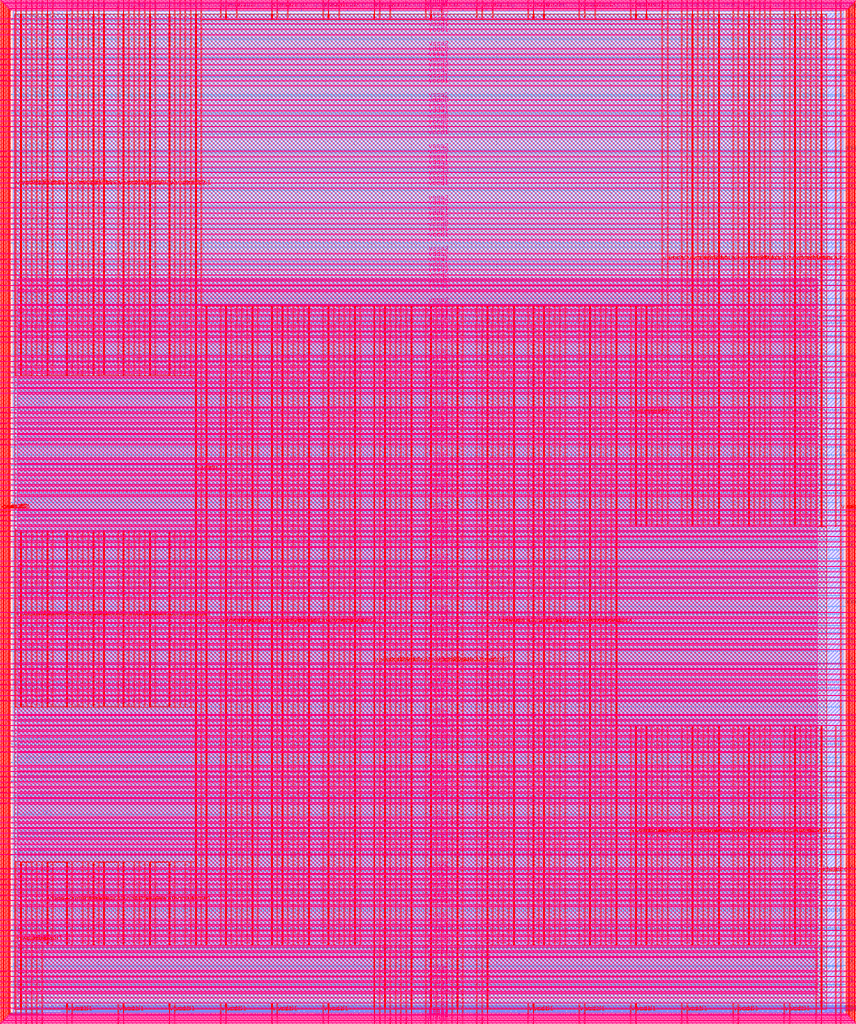
<source format=lef>
VERSION 5.7 ;
  NOWIREEXTENSIONATPIN ON ;
  DIVIDERCHAR "/" ;
  BUSBITCHARS "[]" ;
MACRO user_project_wrapper
  CLASS BLOCK ;
  FOREIGN user_project_wrapper ;
  ORIGIN 0.000 0.000 ;
  SIZE 2920.000 BY 3520.000 ;
  PIN analog_io[0]
    DIRECTION INOUT ;
    USE SIGNAL ;
    PORT
      LAYER met3 ;
        RECT 2917.600 1426.380 2924.800 1427.580 ;
    END
  END analog_io[0]
  PIN analog_io[10]
    DIRECTION INOUT ;
    USE SIGNAL ;
    PORT
      LAYER met2 ;
        RECT 2230.490 3517.600 2231.050 3524.800 ;
    END
  END analog_io[10]
  PIN analog_io[11]
    DIRECTION INOUT ;
    USE SIGNAL ;
    PORT
      LAYER met2 ;
        RECT 1905.730 3517.600 1906.290 3524.800 ;
    END
  END analog_io[11]
  PIN analog_io[12]
    DIRECTION INOUT ;
    USE SIGNAL ;
    PORT
      LAYER met2 ;
        RECT 1581.430 3517.600 1581.990 3524.800 ;
    END
  END analog_io[12]
  PIN analog_io[13]
    DIRECTION INOUT ;
    USE SIGNAL ;
    PORT
      LAYER met2 ;
        RECT 1257.130 3517.600 1257.690 3524.800 ;
    END
  END analog_io[13]
  PIN analog_io[14]
    DIRECTION INOUT ;
    USE SIGNAL ;
    PORT
      LAYER met2 ;
        RECT 932.370 3517.600 932.930 3524.800 ;
    END
  END analog_io[14]
  PIN analog_io[15]
    DIRECTION INOUT ;
    USE SIGNAL ;
    PORT
      LAYER met2 ;
        RECT 608.070 3517.600 608.630 3524.800 ;
    END
  END analog_io[15]
  PIN analog_io[16]
    DIRECTION INOUT ;
    USE SIGNAL ;
    PORT
      LAYER met2 ;
        RECT 283.770 3517.600 284.330 3524.800 ;
    END
  END analog_io[16]
  PIN analog_io[17]
    DIRECTION INOUT ;
    USE SIGNAL ;
    PORT
      LAYER met3 ;
        RECT -4.800 3486.100 2.400 3487.300 ;
    END
  END analog_io[17]
  PIN analog_io[18]
    DIRECTION INOUT ;
    USE SIGNAL ;
    PORT
      LAYER met3 ;
        RECT -4.800 3224.980 2.400 3226.180 ;
    END
  END analog_io[18]
  PIN analog_io[19]
    DIRECTION INOUT ;
    USE SIGNAL ;
    PORT
      LAYER met3 ;
        RECT -4.800 2964.540 2.400 2965.740 ;
    END
  END analog_io[19]
  PIN analog_io[1]
    DIRECTION INOUT ;
    USE SIGNAL ;
    PORT
      LAYER met3 ;
        RECT 2917.600 1692.260 2924.800 1693.460 ;
    END
  END analog_io[1]
  PIN analog_io[20]
    DIRECTION INOUT ;
    USE SIGNAL ;
    PORT
      LAYER met3 ;
        RECT -4.800 2703.420 2.400 2704.620 ;
    END
  END analog_io[20]
  PIN analog_io[21]
    DIRECTION INOUT ;
    USE SIGNAL ;
    PORT
      LAYER met3 ;
        RECT -4.800 2442.980 2.400 2444.180 ;
    END
  END analog_io[21]
  PIN analog_io[22]
    DIRECTION INOUT ;
    USE SIGNAL ;
    PORT
      LAYER met3 ;
        RECT -4.800 2182.540 2.400 2183.740 ;
    END
  END analog_io[22]
  PIN analog_io[23]
    DIRECTION INOUT ;
    USE SIGNAL ;
    PORT
      LAYER met3 ;
        RECT -4.800 1921.420 2.400 1922.620 ;
    END
  END analog_io[23]
  PIN analog_io[24]
    DIRECTION INOUT ;
    USE SIGNAL ;
    PORT
      LAYER met3 ;
        RECT -4.800 1660.980 2.400 1662.180 ;
    END
  END analog_io[24]
  PIN analog_io[25]
    DIRECTION INOUT ;
    USE SIGNAL ;
    PORT
      LAYER met3 ;
        RECT -4.800 1399.860 2.400 1401.060 ;
    END
  END analog_io[25]
  PIN analog_io[26]
    DIRECTION INOUT ;
    USE SIGNAL ;
    PORT
      LAYER met3 ;
        RECT -4.800 1139.420 2.400 1140.620 ;
    END
  END analog_io[26]
  PIN analog_io[27]
    DIRECTION INOUT ;
    USE SIGNAL ;
    PORT
      LAYER met3 ;
        RECT -4.800 878.980 2.400 880.180 ;
    END
  END analog_io[27]
  PIN analog_io[28]
    DIRECTION INOUT ;
    USE SIGNAL ;
    PORT
      LAYER met3 ;
        RECT -4.800 617.860 2.400 619.060 ;
    END
  END analog_io[28]
  PIN analog_io[2]
    DIRECTION INOUT ;
    USE SIGNAL ;
    PORT
      LAYER met3 ;
        RECT 2917.600 1958.140 2924.800 1959.340 ;
    END
  END analog_io[2]
  PIN analog_io[3]
    DIRECTION INOUT ;
    USE SIGNAL ;
    PORT
      LAYER met3 ;
        RECT 2917.600 2223.340 2924.800 2224.540 ;
    END
  END analog_io[3]
  PIN analog_io[4]
    DIRECTION INOUT ;
    USE SIGNAL ;
    PORT
      LAYER met3 ;
        RECT 2917.600 2489.220 2924.800 2490.420 ;
    END
  END analog_io[4]
  PIN analog_io[5]
    DIRECTION INOUT ;
    USE SIGNAL ;
    PORT
      LAYER met3 ;
        RECT 2917.600 2755.100 2924.800 2756.300 ;
    END
  END analog_io[5]
  PIN analog_io[6]
    DIRECTION INOUT ;
    USE SIGNAL ;
    PORT
      LAYER met3 ;
        RECT 2917.600 3020.300 2924.800 3021.500 ;
    END
  END analog_io[6]
  PIN analog_io[7]
    DIRECTION INOUT ;
    USE SIGNAL ;
    PORT
      LAYER met3 ;
        RECT 2917.600 3286.180 2924.800 3287.380 ;
    END
  END analog_io[7]
  PIN analog_io[8]
    DIRECTION INOUT ;
    USE SIGNAL ;
    PORT
      LAYER met2 ;
        RECT 2879.090 3517.600 2879.650 3524.800 ;
    END
  END analog_io[8]
  PIN analog_io[9]
    DIRECTION INOUT ;
    USE SIGNAL ;
    PORT
      LAYER met2 ;
        RECT 2554.790 3517.600 2555.350 3524.800 ;
    END
  END analog_io[9]
  PIN io_in[0]
    DIRECTION INPUT ;
    USE SIGNAL ;
    PORT
      LAYER met3 ;
        RECT 2917.600 32.380 2924.800 33.580 ;
    END
  END io_in[0]
  PIN io_in[10]
    DIRECTION INPUT ;
    USE SIGNAL ;
    PORT
      LAYER met3 ;
        RECT 2917.600 2289.980 2924.800 2291.180 ;
    END
  END io_in[10]
  PIN io_in[11]
    DIRECTION INPUT ;
    USE SIGNAL ;
    PORT
      LAYER met3 ;
        RECT 2917.600 2555.860 2924.800 2557.060 ;
    END
  END io_in[11]
  PIN io_in[12]
    DIRECTION INPUT ;
    USE SIGNAL ;
    PORT
      LAYER met3 ;
        RECT 2917.600 2821.060 2924.800 2822.260 ;
    END
  END io_in[12]
  PIN io_in[13]
    DIRECTION INPUT ;
    USE SIGNAL ;
    PORT
      LAYER met3 ;
        RECT 2917.600 3086.940 2924.800 3088.140 ;
    END
  END io_in[13]
  PIN io_in[14]
    DIRECTION INPUT ;
    USE SIGNAL ;
    PORT
      LAYER met3 ;
        RECT 2917.600 3352.820 2924.800 3354.020 ;
    END
  END io_in[14]
  PIN io_in[15]
    DIRECTION INPUT ;
    USE SIGNAL ;
    PORT
      LAYER met2 ;
        RECT 2798.130 3517.600 2798.690 3524.800 ;
    END
  END io_in[15]
  PIN io_in[16]
    DIRECTION INPUT ;
    USE SIGNAL ;
    PORT
      LAYER met2 ;
        RECT 2473.830 3517.600 2474.390 3524.800 ;
    END
  END io_in[16]
  PIN io_in[17]
    DIRECTION INPUT ;
    USE SIGNAL ;
    PORT
      LAYER met2 ;
        RECT 2149.070 3517.600 2149.630 3524.800 ;
    END
  END io_in[17]
  PIN io_in[18]
    DIRECTION INPUT ;
    USE SIGNAL ;
    PORT
      LAYER met2 ;
        RECT 1824.770 3517.600 1825.330 3524.800 ;
    END
  END io_in[18]
  PIN io_in[19]
    DIRECTION INPUT ;
    USE SIGNAL ;
    PORT
      LAYER met2 ;
        RECT 1500.470 3517.600 1501.030 3524.800 ;
    END
  END io_in[19]
  PIN io_in[1]
    DIRECTION INPUT ;
    USE SIGNAL ;
    PORT
      LAYER met3 ;
        RECT 2917.600 230.940 2924.800 232.140 ;
    END
  END io_in[1]
  PIN io_in[20]
    DIRECTION INPUT ;
    USE SIGNAL ;
    PORT
      LAYER met2 ;
        RECT 1175.710 3517.600 1176.270 3524.800 ;
    END
  END io_in[20]
  PIN io_in[21]
    DIRECTION INPUT ;
    USE SIGNAL ;
    PORT
      LAYER met2 ;
        RECT 851.410 3517.600 851.970 3524.800 ;
    END
  END io_in[21]
  PIN io_in[22]
    DIRECTION INPUT ;
    USE SIGNAL ;
    PORT
      LAYER met2 ;
        RECT 527.110 3517.600 527.670 3524.800 ;
    END
  END io_in[22]
  PIN io_in[23]
    DIRECTION INPUT ;
    USE SIGNAL ;
    PORT
      LAYER met2 ;
        RECT 202.350 3517.600 202.910 3524.800 ;
    END
  END io_in[23]
  PIN io_in[24]
    DIRECTION INPUT ;
    USE SIGNAL ;
    PORT
      LAYER met3 ;
        RECT -4.800 3420.820 2.400 3422.020 ;
    END
  END io_in[24]
  PIN io_in[25]
    DIRECTION INPUT ;
    USE SIGNAL ;
    PORT
      LAYER met3 ;
        RECT -4.800 3159.700 2.400 3160.900 ;
    END
  END io_in[25]
  PIN io_in[26]
    DIRECTION INPUT ;
    USE SIGNAL ;
    PORT
      LAYER met3 ;
        RECT -4.800 2899.260 2.400 2900.460 ;
    END
  END io_in[26]
  PIN io_in[27]
    DIRECTION INPUT ;
    USE SIGNAL ;
    PORT
      LAYER met3 ;
        RECT -4.800 2638.820 2.400 2640.020 ;
    END
  END io_in[27]
  PIN io_in[28]
    DIRECTION INPUT ;
    USE SIGNAL ;
    PORT
      LAYER met3 ;
        RECT -4.800 2377.700 2.400 2378.900 ;
    END
  END io_in[28]
  PIN io_in[29]
    DIRECTION INPUT ;
    USE SIGNAL ;
    PORT
      LAYER met3 ;
        RECT -4.800 2117.260 2.400 2118.460 ;
    END
  END io_in[29]
  PIN io_in[2]
    DIRECTION INPUT ;
    USE SIGNAL ;
    PORT
      LAYER met3 ;
        RECT 2917.600 430.180 2924.800 431.380 ;
    END
  END io_in[2]
  PIN io_in[30]
    DIRECTION INPUT ;
    USE SIGNAL ;
    PORT
      LAYER met3 ;
        RECT -4.800 1856.140 2.400 1857.340 ;
    END
  END io_in[30]
  PIN io_in[31]
    DIRECTION INPUT ;
    USE SIGNAL ;
    PORT
      LAYER met3 ;
        RECT -4.800 1595.700 2.400 1596.900 ;
    END
  END io_in[31]
  PIN io_in[32]
    DIRECTION INPUT ;
    USE SIGNAL ;
    PORT
      LAYER met3 ;
        RECT -4.800 1335.260 2.400 1336.460 ;
    END
  END io_in[32]
  PIN io_in[33]
    DIRECTION INPUT ;
    USE SIGNAL ;
    PORT
      LAYER met3 ;
        RECT -4.800 1074.140 2.400 1075.340 ;
    END
  END io_in[33]
  PIN io_in[34]
    DIRECTION INPUT ;
    USE SIGNAL ;
    PORT
      LAYER met3 ;
        RECT -4.800 813.700 2.400 814.900 ;
    END
  END io_in[34]
  PIN io_in[35]
    DIRECTION INPUT ;
    USE SIGNAL ;
    PORT
      LAYER met3 ;
        RECT -4.800 552.580 2.400 553.780 ;
    END
  END io_in[35]
  PIN io_in[36]
    DIRECTION INPUT ;
    USE SIGNAL ;
    PORT
      LAYER met3 ;
        RECT -4.800 357.420 2.400 358.620 ;
    END
  END io_in[36]
  PIN io_in[37]
    DIRECTION INPUT ;
    USE SIGNAL ;
    PORT
      LAYER met3 ;
        RECT -4.800 161.580 2.400 162.780 ;
    END
  END io_in[37]
  PIN io_in[3]
    DIRECTION INPUT ;
    USE SIGNAL ;
    PORT
      LAYER met3 ;
        RECT 2917.600 629.420 2924.800 630.620 ;
    END
  END io_in[3]
  PIN io_in[4]
    DIRECTION INPUT ;
    USE SIGNAL ;
    PORT
      LAYER met3 ;
        RECT 2917.600 828.660 2924.800 829.860 ;
    END
  END io_in[4]
  PIN io_in[5]
    DIRECTION INPUT ;
    USE SIGNAL ;
    PORT
      LAYER met3 ;
        RECT 2917.600 1027.900 2924.800 1029.100 ;
    END
  END io_in[5]
  PIN io_in[6]
    DIRECTION INPUT ;
    USE SIGNAL ;
    PORT
      LAYER met3 ;
        RECT 2917.600 1227.140 2924.800 1228.340 ;
    END
  END io_in[6]
  PIN io_in[7]
    DIRECTION INPUT ;
    USE SIGNAL ;
    PORT
      LAYER met3 ;
        RECT 2917.600 1493.020 2924.800 1494.220 ;
    END
  END io_in[7]
  PIN io_in[8]
    DIRECTION INPUT ;
    USE SIGNAL ;
    PORT
      LAYER met3 ;
        RECT 2917.600 1758.900 2924.800 1760.100 ;
    END
  END io_in[8]
  PIN io_in[9]
    DIRECTION INPUT ;
    USE SIGNAL ;
    PORT
      LAYER met3 ;
        RECT 2917.600 2024.100 2924.800 2025.300 ;
    END
  END io_in[9]
  PIN io_oeb[0]
    DIRECTION OUTPUT TRISTATE ;
    USE SIGNAL ;
    PORT
      LAYER met3 ;
        RECT 2917.600 164.980 2924.800 166.180 ;
    END
  END io_oeb[0]
  PIN io_oeb[10]
    DIRECTION OUTPUT TRISTATE ;
    USE SIGNAL ;
    PORT
      LAYER met3 ;
        RECT 2917.600 2422.580 2924.800 2423.780 ;
    END
  END io_oeb[10]
  PIN io_oeb[11]
    DIRECTION OUTPUT TRISTATE ;
    USE SIGNAL ;
    PORT
      LAYER met3 ;
        RECT 2917.600 2688.460 2924.800 2689.660 ;
    END
  END io_oeb[11]
  PIN io_oeb[12]
    DIRECTION OUTPUT TRISTATE ;
    USE SIGNAL ;
    PORT
      LAYER met3 ;
        RECT 2917.600 2954.340 2924.800 2955.540 ;
    END
  END io_oeb[12]
  PIN io_oeb[13]
    DIRECTION OUTPUT TRISTATE ;
    USE SIGNAL ;
    PORT
      LAYER met3 ;
        RECT 2917.600 3219.540 2924.800 3220.740 ;
    END
  END io_oeb[13]
  PIN io_oeb[14]
    DIRECTION OUTPUT TRISTATE ;
    USE SIGNAL ;
    PORT
      LAYER met3 ;
        RECT 2917.600 3485.420 2924.800 3486.620 ;
    END
  END io_oeb[14]
  PIN io_oeb[15]
    DIRECTION OUTPUT TRISTATE ;
    USE SIGNAL ;
    PORT
      LAYER met2 ;
        RECT 2635.750 3517.600 2636.310 3524.800 ;
    END
  END io_oeb[15]
  PIN io_oeb[16]
    DIRECTION OUTPUT TRISTATE ;
    USE SIGNAL ;
    PORT
      LAYER met2 ;
        RECT 2311.450 3517.600 2312.010 3524.800 ;
    END
  END io_oeb[16]
  PIN io_oeb[17]
    DIRECTION OUTPUT TRISTATE ;
    USE SIGNAL ;
    PORT
      LAYER met2 ;
        RECT 1987.150 3517.600 1987.710 3524.800 ;
    END
  END io_oeb[17]
  PIN io_oeb[18]
    DIRECTION OUTPUT TRISTATE ;
    USE SIGNAL ;
    PORT
      LAYER met2 ;
        RECT 1662.390 3517.600 1662.950 3524.800 ;
    END
  END io_oeb[18]
  PIN io_oeb[19]
    DIRECTION OUTPUT TRISTATE ;
    USE SIGNAL ;
    PORT
      LAYER met2 ;
        RECT 1338.090 3517.600 1338.650 3524.800 ;
    END
  END io_oeb[19]
  PIN io_oeb[1]
    DIRECTION OUTPUT TRISTATE ;
    USE SIGNAL ;
    PORT
      LAYER met3 ;
        RECT 2917.600 364.220 2924.800 365.420 ;
    END
  END io_oeb[1]
  PIN io_oeb[20]
    DIRECTION OUTPUT TRISTATE ;
    USE SIGNAL ;
    PORT
      LAYER met2 ;
        RECT 1013.790 3517.600 1014.350 3524.800 ;
    END
  END io_oeb[20]
  PIN io_oeb[21]
    DIRECTION OUTPUT TRISTATE ;
    USE SIGNAL ;
    PORT
      LAYER met2 ;
        RECT 689.030 3517.600 689.590 3524.800 ;
    END
  END io_oeb[21]
  PIN io_oeb[22]
    DIRECTION OUTPUT TRISTATE ;
    USE SIGNAL ;
    PORT
      LAYER met2 ;
        RECT 364.730 3517.600 365.290 3524.800 ;
    END
  END io_oeb[22]
  PIN io_oeb[23]
    DIRECTION OUTPUT TRISTATE ;
    USE SIGNAL ;
    PORT
      LAYER met2 ;
        RECT 40.430 3517.600 40.990 3524.800 ;
    END
  END io_oeb[23]
  PIN io_oeb[24]
    DIRECTION OUTPUT TRISTATE ;
    USE SIGNAL ;
    PORT
      LAYER met3 ;
        RECT -4.800 3290.260 2.400 3291.460 ;
    END
  END io_oeb[24]
  PIN io_oeb[25]
    DIRECTION OUTPUT TRISTATE ;
    USE SIGNAL ;
    PORT
      LAYER met3 ;
        RECT -4.800 3029.820 2.400 3031.020 ;
    END
  END io_oeb[25]
  PIN io_oeb[26]
    DIRECTION OUTPUT TRISTATE ;
    USE SIGNAL ;
    PORT
      LAYER met3 ;
        RECT -4.800 2768.700 2.400 2769.900 ;
    END
  END io_oeb[26]
  PIN io_oeb[27]
    DIRECTION OUTPUT TRISTATE ;
    USE SIGNAL ;
    PORT
      LAYER met3 ;
        RECT -4.800 2508.260 2.400 2509.460 ;
    END
  END io_oeb[27]
  PIN io_oeb[28]
    DIRECTION OUTPUT TRISTATE ;
    USE SIGNAL ;
    PORT
      LAYER met3 ;
        RECT -4.800 2247.140 2.400 2248.340 ;
    END
  END io_oeb[28]
  PIN io_oeb[29]
    DIRECTION OUTPUT TRISTATE ;
    USE SIGNAL ;
    PORT
      LAYER met3 ;
        RECT -4.800 1986.700 2.400 1987.900 ;
    END
  END io_oeb[29]
  PIN io_oeb[2]
    DIRECTION OUTPUT TRISTATE ;
    USE SIGNAL ;
    PORT
      LAYER met3 ;
        RECT 2917.600 563.460 2924.800 564.660 ;
    END
  END io_oeb[2]
  PIN io_oeb[30]
    DIRECTION OUTPUT TRISTATE ;
    USE SIGNAL ;
    PORT
      LAYER met3 ;
        RECT -4.800 1726.260 2.400 1727.460 ;
    END
  END io_oeb[30]
  PIN io_oeb[31]
    DIRECTION OUTPUT TRISTATE ;
    USE SIGNAL ;
    PORT
      LAYER met3 ;
        RECT -4.800 1465.140 2.400 1466.340 ;
    END
  END io_oeb[31]
  PIN io_oeb[32]
    DIRECTION OUTPUT TRISTATE ;
    USE SIGNAL ;
    PORT
      LAYER met3 ;
        RECT -4.800 1204.700 2.400 1205.900 ;
    END
  END io_oeb[32]
  PIN io_oeb[33]
    DIRECTION OUTPUT TRISTATE ;
    USE SIGNAL ;
    PORT
      LAYER met3 ;
        RECT -4.800 943.580 2.400 944.780 ;
    END
  END io_oeb[33]
  PIN io_oeb[34]
    DIRECTION OUTPUT TRISTATE ;
    USE SIGNAL ;
    PORT
      LAYER met3 ;
        RECT -4.800 683.140 2.400 684.340 ;
    END
  END io_oeb[34]
  PIN io_oeb[35]
    DIRECTION OUTPUT TRISTATE ;
    USE SIGNAL ;
    PORT
      LAYER met3 ;
        RECT -4.800 422.700 2.400 423.900 ;
    END
  END io_oeb[35]
  PIN io_oeb[36]
    DIRECTION OUTPUT TRISTATE ;
    USE SIGNAL ;
    PORT
      LAYER met3 ;
        RECT -4.800 226.860 2.400 228.060 ;
    END
  END io_oeb[36]
  PIN io_oeb[37]
    DIRECTION OUTPUT TRISTATE ;
    USE SIGNAL ;
    PORT
      LAYER met3 ;
        RECT -4.800 31.700 2.400 32.900 ;
    END
  END io_oeb[37]
  PIN io_oeb[3]
    DIRECTION OUTPUT TRISTATE ;
    USE SIGNAL ;
    PORT
      LAYER met3 ;
        RECT 2917.600 762.700 2924.800 763.900 ;
    END
  END io_oeb[3]
  PIN io_oeb[4]
    DIRECTION OUTPUT TRISTATE ;
    USE SIGNAL ;
    PORT
      LAYER met3 ;
        RECT 2917.600 961.940 2924.800 963.140 ;
    END
  END io_oeb[4]
  PIN io_oeb[5]
    DIRECTION OUTPUT TRISTATE ;
    USE SIGNAL ;
    PORT
      LAYER met3 ;
        RECT 2917.600 1161.180 2924.800 1162.380 ;
    END
  END io_oeb[5]
  PIN io_oeb[6]
    DIRECTION OUTPUT TRISTATE ;
    USE SIGNAL ;
    PORT
      LAYER met3 ;
        RECT 2917.600 1360.420 2924.800 1361.620 ;
    END
  END io_oeb[6]
  PIN io_oeb[7]
    DIRECTION OUTPUT TRISTATE ;
    USE SIGNAL ;
    PORT
      LAYER met3 ;
        RECT 2917.600 1625.620 2924.800 1626.820 ;
    END
  END io_oeb[7]
  PIN io_oeb[8]
    DIRECTION OUTPUT TRISTATE ;
    USE SIGNAL ;
    PORT
      LAYER met3 ;
        RECT 2917.600 1891.500 2924.800 1892.700 ;
    END
  END io_oeb[8]
  PIN io_oeb[9]
    DIRECTION OUTPUT TRISTATE ;
    USE SIGNAL ;
    PORT
      LAYER met3 ;
        RECT 2917.600 2157.380 2924.800 2158.580 ;
    END
  END io_oeb[9]
  PIN io_out[0]
    DIRECTION OUTPUT TRISTATE ;
    USE SIGNAL ;
    PORT
      LAYER met3 ;
        RECT 2917.600 98.340 2924.800 99.540 ;
    END
  END io_out[0]
  PIN io_out[10]
    DIRECTION OUTPUT TRISTATE ;
    USE SIGNAL ;
    PORT
      LAYER met3 ;
        RECT 2917.600 2356.620 2924.800 2357.820 ;
    END
  END io_out[10]
  PIN io_out[11]
    DIRECTION OUTPUT TRISTATE ;
    USE SIGNAL ;
    PORT
      LAYER met3 ;
        RECT 2917.600 2621.820 2924.800 2623.020 ;
    END
  END io_out[11]
  PIN io_out[12]
    DIRECTION OUTPUT TRISTATE ;
    USE SIGNAL ;
    PORT
      LAYER met3 ;
        RECT 2917.600 2887.700 2924.800 2888.900 ;
    END
  END io_out[12]
  PIN io_out[13]
    DIRECTION OUTPUT TRISTATE ;
    USE SIGNAL ;
    PORT
      LAYER met3 ;
        RECT 2917.600 3153.580 2924.800 3154.780 ;
    END
  END io_out[13]
  PIN io_out[14]
    DIRECTION OUTPUT TRISTATE ;
    USE SIGNAL ;
    PORT
      LAYER met3 ;
        RECT 2917.600 3418.780 2924.800 3419.980 ;
    END
  END io_out[14]
  PIN io_out[15]
    DIRECTION OUTPUT TRISTATE ;
    USE SIGNAL ;
    PORT
      LAYER met2 ;
        RECT 2717.170 3517.600 2717.730 3524.800 ;
    END
  END io_out[15]
  PIN io_out[16]
    DIRECTION OUTPUT TRISTATE ;
    USE SIGNAL ;
    PORT
      LAYER met2 ;
        RECT 2392.410 3517.600 2392.970 3524.800 ;
    END
  END io_out[16]
  PIN io_out[17]
    DIRECTION OUTPUT TRISTATE ;
    USE SIGNAL ;
    PORT
      LAYER met2 ;
        RECT 2068.110 3517.600 2068.670 3524.800 ;
    END
  END io_out[17]
  PIN io_out[18]
    DIRECTION OUTPUT TRISTATE ;
    USE SIGNAL ;
    PORT
      LAYER met2 ;
        RECT 1743.810 3517.600 1744.370 3524.800 ;
    END
  END io_out[18]
  PIN io_out[19]
    DIRECTION OUTPUT TRISTATE ;
    USE SIGNAL ;
    PORT
      LAYER met2 ;
        RECT 1419.050 3517.600 1419.610 3524.800 ;
    END
  END io_out[19]
  PIN io_out[1]
    DIRECTION OUTPUT TRISTATE ;
    USE SIGNAL ;
    PORT
      LAYER met3 ;
        RECT 2917.600 297.580 2924.800 298.780 ;
    END
  END io_out[1]
  PIN io_out[20]
    DIRECTION OUTPUT TRISTATE ;
    USE SIGNAL ;
    PORT
      LAYER met2 ;
        RECT 1094.750 3517.600 1095.310 3524.800 ;
    END
  END io_out[20]
  PIN io_out[21]
    DIRECTION OUTPUT TRISTATE ;
    USE SIGNAL ;
    PORT
      LAYER met2 ;
        RECT 770.450 3517.600 771.010 3524.800 ;
    END
  END io_out[21]
  PIN io_out[22]
    DIRECTION OUTPUT TRISTATE ;
    USE SIGNAL ;
    PORT
      LAYER met2 ;
        RECT 445.690 3517.600 446.250 3524.800 ;
    END
  END io_out[22]
  PIN io_out[23]
    DIRECTION OUTPUT TRISTATE ;
    USE SIGNAL ;
    PORT
      LAYER met2 ;
        RECT 121.390 3517.600 121.950 3524.800 ;
    END
  END io_out[23]
  PIN io_out[24]
    DIRECTION OUTPUT TRISTATE ;
    USE SIGNAL ;
    PORT
      LAYER met3 ;
        RECT -4.800 3355.540 2.400 3356.740 ;
    END
  END io_out[24]
  PIN io_out[25]
    DIRECTION OUTPUT TRISTATE ;
    USE SIGNAL ;
    PORT
      LAYER met3 ;
        RECT -4.800 3095.100 2.400 3096.300 ;
    END
  END io_out[25]
  PIN io_out[26]
    DIRECTION OUTPUT TRISTATE ;
    USE SIGNAL ;
    PORT
      LAYER met3 ;
        RECT -4.800 2833.980 2.400 2835.180 ;
    END
  END io_out[26]
  PIN io_out[27]
    DIRECTION OUTPUT TRISTATE ;
    USE SIGNAL ;
    PORT
      LAYER met3 ;
        RECT -4.800 2573.540 2.400 2574.740 ;
    END
  END io_out[27]
  PIN io_out[28]
    DIRECTION OUTPUT TRISTATE ;
    USE SIGNAL ;
    PORT
      LAYER met3 ;
        RECT -4.800 2312.420 2.400 2313.620 ;
    END
  END io_out[28]
  PIN io_out[29]
    DIRECTION OUTPUT TRISTATE ;
    USE SIGNAL ;
    PORT
      LAYER met3 ;
        RECT -4.800 2051.980 2.400 2053.180 ;
    END
  END io_out[29]
  PIN io_out[2]
    DIRECTION OUTPUT TRISTATE ;
    USE SIGNAL ;
    PORT
      LAYER met3 ;
        RECT 2917.600 496.820 2924.800 498.020 ;
    END
  END io_out[2]
  PIN io_out[30]
    DIRECTION OUTPUT TRISTATE ;
    USE SIGNAL ;
    PORT
      LAYER met3 ;
        RECT -4.800 1791.540 2.400 1792.740 ;
    END
  END io_out[30]
  PIN io_out[31]
    DIRECTION OUTPUT TRISTATE ;
    USE SIGNAL ;
    PORT
      LAYER met3 ;
        RECT -4.800 1530.420 2.400 1531.620 ;
    END
  END io_out[31]
  PIN io_out[32]
    DIRECTION OUTPUT TRISTATE ;
    USE SIGNAL ;
    PORT
      LAYER met3 ;
        RECT -4.800 1269.980 2.400 1271.180 ;
    END
  END io_out[32]
  PIN io_out[33]
    DIRECTION OUTPUT TRISTATE ;
    USE SIGNAL ;
    PORT
      LAYER met3 ;
        RECT -4.800 1008.860 2.400 1010.060 ;
    END
  END io_out[33]
  PIN io_out[34]
    DIRECTION OUTPUT TRISTATE ;
    USE SIGNAL ;
    PORT
      LAYER met3 ;
        RECT -4.800 748.420 2.400 749.620 ;
    END
  END io_out[34]
  PIN io_out[35]
    DIRECTION OUTPUT TRISTATE ;
    USE SIGNAL ;
    PORT
      LAYER met3 ;
        RECT -4.800 487.300 2.400 488.500 ;
    END
  END io_out[35]
  PIN io_out[36]
    DIRECTION OUTPUT TRISTATE ;
    USE SIGNAL ;
    PORT
      LAYER met3 ;
        RECT -4.800 292.140 2.400 293.340 ;
    END
  END io_out[36]
  PIN io_out[37]
    DIRECTION OUTPUT TRISTATE ;
    USE SIGNAL ;
    PORT
      LAYER met3 ;
        RECT -4.800 96.300 2.400 97.500 ;
    END
  END io_out[37]
  PIN io_out[3]
    DIRECTION OUTPUT TRISTATE ;
    USE SIGNAL ;
    PORT
      LAYER met3 ;
        RECT 2917.600 696.060 2924.800 697.260 ;
    END
  END io_out[3]
  PIN io_out[4]
    DIRECTION OUTPUT TRISTATE ;
    USE SIGNAL ;
    PORT
      LAYER met3 ;
        RECT 2917.600 895.300 2924.800 896.500 ;
    END
  END io_out[4]
  PIN io_out[5]
    DIRECTION OUTPUT TRISTATE ;
    USE SIGNAL ;
    PORT
      LAYER met3 ;
        RECT 2917.600 1094.540 2924.800 1095.740 ;
    END
  END io_out[5]
  PIN io_out[6]
    DIRECTION OUTPUT TRISTATE ;
    USE SIGNAL ;
    PORT
      LAYER met3 ;
        RECT 2917.600 1293.780 2924.800 1294.980 ;
    END
  END io_out[6]
  PIN io_out[7]
    DIRECTION OUTPUT TRISTATE ;
    USE SIGNAL ;
    PORT
      LAYER met3 ;
        RECT 2917.600 1559.660 2924.800 1560.860 ;
    END
  END io_out[7]
  PIN io_out[8]
    DIRECTION OUTPUT TRISTATE ;
    USE SIGNAL ;
    PORT
      LAYER met3 ;
        RECT 2917.600 1824.860 2924.800 1826.060 ;
    END
  END io_out[8]
  PIN io_out[9]
    DIRECTION OUTPUT TRISTATE ;
    USE SIGNAL ;
    PORT
      LAYER met3 ;
        RECT 2917.600 2090.740 2924.800 2091.940 ;
    END
  END io_out[9]
  PIN la_data_in[0]
    DIRECTION INPUT ;
    USE SIGNAL ;
    PORT
      LAYER met2 ;
        RECT 629.230 -4.800 629.790 2.400 ;
    END
  END la_data_in[0]
  PIN la_data_in[100]
    DIRECTION INPUT ;
    USE SIGNAL ;
    PORT
      LAYER met2 ;
        RECT 2402.530 -4.800 2403.090 2.400 ;
    END
  END la_data_in[100]
  PIN la_data_in[101]
    DIRECTION INPUT ;
    USE SIGNAL ;
    PORT
      LAYER met2 ;
        RECT 2420.010 -4.800 2420.570 2.400 ;
    END
  END la_data_in[101]
  PIN la_data_in[102]
    DIRECTION INPUT ;
    USE SIGNAL ;
    PORT
      LAYER met2 ;
        RECT 2437.950 -4.800 2438.510 2.400 ;
    END
  END la_data_in[102]
  PIN la_data_in[103]
    DIRECTION INPUT ;
    USE SIGNAL ;
    PORT
      LAYER met2 ;
        RECT 2455.430 -4.800 2455.990 2.400 ;
    END
  END la_data_in[103]
  PIN la_data_in[104]
    DIRECTION INPUT ;
    USE SIGNAL ;
    PORT
      LAYER met2 ;
        RECT 2473.370 -4.800 2473.930 2.400 ;
    END
  END la_data_in[104]
  PIN la_data_in[105]
    DIRECTION INPUT ;
    USE SIGNAL ;
    PORT
      LAYER met2 ;
        RECT 2490.850 -4.800 2491.410 2.400 ;
    END
  END la_data_in[105]
  PIN la_data_in[106]
    DIRECTION INPUT ;
    USE SIGNAL ;
    PORT
      LAYER met2 ;
        RECT 2508.790 -4.800 2509.350 2.400 ;
    END
  END la_data_in[106]
  PIN la_data_in[107]
    DIRECTION INPUT ;
    USE SIGNAL ;
    PORT
      LAYER met2 ;
        RECT 2526.730 -4.800 2527.290 2.400 ;
    END
  END la_data_in[107]
  PIN la_data_in[108]
    DIRECTION INPUT ;
    USE SIGNAL ;
    PORT
      LAYER met2 ;
        RECT 2544.210 -4.800 2544.770 2.400 ;
    END
  END la_data_in[108]
  PIN la_data_in[109]
    DIRECTION INPUT ;
    USE SIGNAL ;
    PORT
      LAYER met2 ;
        RECT 2562.150 -4.800 2562.710 2.400 ;
    END
  END la_data_in[109]
  PIN la_data_in[10]
    DIRECTION INPUT ;
    USE SIGNAL ;
    PORT
      LAYER met2 ;
        RECT 806.330 -4.800 806.890 2.400 ;
    END
  END la_data_in[10]
  PIN la_data_in[110]
    DIRECTION INPUT ;
    USE SIGNAL ;
    PORT
      LAYER met2 ;
        RECT 2579.630 -4.800 2580.190 2.400 ;
    END
  END la_data_in[110]
  PIN la_data_in[111]
    DIRECTION INPUT ;
    USE SIGNAL ;
    PORT
      LAYER met2 ;
        RECT 2597.570 -4.800 2598.130 2.400 ;
    END
  END la_data_in[111]
  PIN la_data_in[112]
    DIRECTION INPUT ;
    USE SIGNAL ;
    PORT
      LAYER met2 ;
        RECT 2615.050 -4.800 2615.610 2.400 ;
    END
  END la_data_in[112]
  PIN la_data_in[113]
    DIRECTION INPUT ;
    USE SIGNAL ;
    PORT
      LAYER met2 ;
        RECT 2632.990 -4.800 2633.550 2.400 ;
    END
  END la_data_in[113]
  PIN la_data_in[114]
    DIRECTION INPUT ;
    USE SIGNAL ;
    PORT
      LAYER met2 ;
        RECT 2650.470 -4.800 2651.030 2.400 ;
    END
  END la_data_in[114]
  PIN la_data_in[115]
    DIRECTION INPUT ;
    USE SIGNAL ;
    PORT
      LAYER met2 ;
        RECT 2668.410 -4.800 2668.970 2.400 ;
    END
  END la_data_in[115]
  PIN la_data_in[116]
    DIRECTION INPUT ;
    USE SIGNAL ;
    PORT
      LAYER met2 ;
        RECT 2685.890 -4.800 2686.450 2.400 ;
    END
  END la_data_in[116]
  PIN la_data_in[117]
    DIRECTION INPUT ;
    USE SIGNAL ;
    PORT
      LAYER met2 ;
        RECT 2703.830 -4.800 2704.390 2.400 ;
    END
  END la_data_in[117]
  PIN la_data_in[118]
    DIRECTION INPUT ;
    USE SIGNAL ;
    PORT
      LAYER met2 ;
        RECT 2721.770 -4.800 2722.330 2.400 ;
    END
  END la_data_in[118]
  PIN la_data_in[119]
    DIRECTION INPUT ;
    USE SIGNAL ;
    PORT
      LAYER met2 ;
        RECT 2739.250 -4.800 2739.810 2.400 ;
    END
  END la_data_in[119]
  PIN la_data_in[11]
    DIRECTION INPUT ;
    USE SIGNAL ;
    PORT
      LAYER met2 ;
        RECT 824.270 -4.800 824.830 2.400 ;
    END
  END la_data_in[11]
  PIN la_data_in[120]
    DIRECTION INPUT ;
    USE SIGNAL ;
    PORT
      LAYER met2 ;
        RECT 2757.190 -4.800 2757.750 2.400 ;
    END
  END la_data_in[120]
  PIN la_data_in[121]
    DIRECTION INPUT ;
    USE SIGNAL ;
    PORT
      LAYER met2 ;
        RECT 2774.670 -4.800 2775.230 2.400 ;
    END
  END la_data_in[121]
  PIN la_data_in[122]
    DIRECTION INPUT ;
    USE SIGNAL ;
    PORT
      LAYER met2 ;
        RECT 2792.610 -4.800 2793.170 2.400 ;
    END
  END la_data_in[122]
  PIN la_data_in[123]
    DIRECTION INPUT ;
    USE SIGNAL ;
    PORT
      LAYER met2 ;
        RECT 2810.090 -4.800 2810.650 2.400 ;
    END
  END la_data_in[123]
  PIN la_data_in[124]
    DIRECTION INPUT ;
    USE SIGNAL ;
    PORT
      LAYER met2 ;
        RECT 2828.030 -4.800 2828.590 2.400 ;
    END
  END la_data_in[124]
  PIN la_data_in[125]
    DIRECTION INPUT ;
    USE SIGNAL ;
    PORT
      LAYER met2 ;
        RECT 2845.510 -4.800 2846.070 2.400 ;
    END
  END la_data_in[125]
  PIN la_data_in[126]
    DIRECTION INPUT ;
    USE SIGNAL ;
    PORT
      LAYER met2 ;
        RECT 2863.450 -4.800 2864.010 2.400 ;
    END
  END la_data_in[126]
  PIN la_data_in[127]
    DIRECTION INPUT ;
    USE SIGNAL ;
    PORT
      LAYER met2 ;
        RECT 2881.390 -4.800 2881.950 2.400 ;
    END
  END la_data_in[127]
  PIN la_data_in[12]
    DIRECTION INPUT ;
    USE SIGNAL ;
    PORT
      LAYER met2 ;
        RECT 841.750 -4.800 842.310 2.400 ;
    END
  END la_data_in[12]
  PIN la_data_in[13]
    DIRECTION INPUT ;
    USE SIGNAL ;
    PORT
      LAYER met2 ;
        RECT 859.690 -4.800 860.250 2.400 ;
    END
  END la_data_in[13]
  PIN la_data_in[14]
    DIRECTION INPUT ;
    USE SIGNAL ;
    PORT
      LAYER met2 ;
        RECT 877.170 -4.800 877.730 2.400 ;
    END
  END la_data_in[14]
  PIN la_data_in[15]
    DIRECTION INPUT ;
    USE SIGNAL ;
    PORT
      LAYER met2 ;
        RECT 895.110 -4.800 895.670 2.400 ;
    END
  END la_data_in[15]
  PIN la_data_in[16]
    DIRECTION INPUT ;
    USE SIGNAL ;
    PORT
      LAYER met2 ;
        RECT 912.590 -4.800 913.150 2.400 ;
    END
  END la_data_in[16]
  PIN la_data_in[17]
    DIRECTION INPUT ;
    USE SIGNAL ;
    PORT
      LAYER met2 ;
        RECT 930.530 -4.800 931.090 2.400 ;
    END
  END la_data_in[17]
  PIN la_data_in[18]
    DIRECTION INPUT ;
    USE SIGNAL ;
    PORT
      LAYER met2 ;
        RECT 948.470 -4.800 949.030 2.400 ;
    END
  END la_data_in[18]
  PIN la_data_in[19]
    DIRECTION INPUT ;
    USE SIGNAL ;
    PORT
      LAYER met2 ;
        RECT 965.950 -4.800 966.510 2.400 ;
    END
  END la_data_in[19]
  PIN la_data_in[1]
    DIRECTION INPUT ;
    USE SIGNAL ;
    PORT
      LAYER met2 ;
        RECT 646.710 -4.800 647.270 2.400 ;
    END
  END la_data_in[1]
  PIN la_data_in[20]
    DIRECTION INPUT ;
    USE SIGNAL ;
    PORT
      LAYER met2 ;
        RECT 983.890 -4.800 984.450 2.400 ;
    END
  END la_data_in[20]
  PIN la_data_in[21]
    DIRECTION INPUT ;
    USE SIGNAL ;
    PORT
      LAYER met2 ;
        RECT 1001.370 -4.800 1001.930 2.400 ;
    END
  END la_data_in[21]
  PIN la_data_in[22]
    DIRECTION INPUT ;
    USE SIGNAL ;
    PORT
      LAYER met2 ;
        RECT 1019.310 -4.800 1019.870 2.400 ;
    END
  END la_data_in[22]
  PIN la_data_in[23]
    DIRECTION INPUT ;
    USE SIGNAL ;
    PORT
      LAYER met2 ;
        RECT 1036.790 -4.800 1037.350 2.400 ;
    END
  END la_data_in[23]
  PIN la_data_in[24]
    DIRECTION INPUT ;
    USE SIGNAL ;
    PORT
      LAYER met2 ;
        RECT 1054.730 -4.800 1055.290 2.400 ;
    END
  END la_data_in[24]
  PIN la_data_in[25]
    DIRECTION INPUT ;
    USE SIGNAL ;
    PORT
      LAYER met2 ;
        RECT 1072.210 -4.800 1072.770 2.400 ;
    END
  END la_data_in[25]
  PIN la_data_in[26]
    DIRECTION INPUT ;
    USE SIGNAL ;
    PORT
      LAYER met2 ;
        RECT 1090.150 -4.800 1090.710 2.400 ;
    END
  END la_data_in[26]
  PIN la_data_in[27]
    DIRECTION INPUT ;
    USE SIGNAL ;
    PORT
      LAYER met2 ;
        RECT 1107.630 -4.800 1108.190 2.400 ;
    END
  END la_data_in[27]
  PIN la_data_in[28]
    DIRECTION INPUT ;
    USE SIGNAL ;
    PORT
      LAYER met2 ;
        RECT 1125.570 -4.800 1126.130 2.400 ;
    END
  END la_data_in[28]
  PIN la_data_in[29]
    DIRECTION INPUT ;
    USE SIGNAL ;
    PORT
      LAYER met2 ;
        RECT 1143.510 -4.800 1144.070 2.400 ;
    END
  END la_data_in[29]
  PIN la_data_in[2]
    DIRECTION INPUT ;
    USE SIGNAL ;
    PORT
      LAYER met2 ;
        RECT 664.650 -4.800 665.210 2.400 ;
    END
  END la_data_in[2]
  PIN la_data_in[30]
    DIRECTION INPUT ;
    USE SIGNAL ;
    PORT
      LAYER met2 ;
        RECT 1160.990 -4.800 1161.550 2.400 ;
    END
  END la_data_in[30]
  PIN la_data_in[31]
    DIRECTION INPUT ;
    USE SIGNAL ;
    PORT
      LAYER met2 ;
        RECT 1178.930 -4.800 1179.490 2.400 ;
    END
  END la_data_in[31]
  PIN la_data_in[32]
    DIRECTION INPUT ;
    USE SIGNAL ;
    PORT
      LAYER met2 ;
        RECT 1196.410 -4.800 1196.970 2.400 ;
    END
  END la_data_in[32]
  PIN la_data_in[33]
    DIRECTION INPUT ;
    USE SIGNAL ;
    PORT
      LAYER met2 ;
        RECT 1214.350 -4.800 1214.910 2.400 ;
    END
  END la_data_in[33]
  PIN la_data_in[34]
    DIRECTION INPUT ;
    USE SIGNAL ;
    PORT
      LAYER met2 ;
        RECT 1231.830 -4.800 1232.390 2.400 ;
    END
  END la_data_in[34]
  PIN la_data_in[35]
    DIRECTION INPUT ;
    USE SIGNAL ;
    PORT
      LAYER met2 ;
        RECT 1249.770 -4.800 1250.330 2.400 ;
    END
  END la_data_in[35]
  PIN la_data_in[36]
    DIRECTION INPUT ;
    USE SIGNAL ;
    PORT
      LAYER met2 ;
        RECT 1267.250 -4.800 1267.810 2.400 ;
    END
  END la_data_in[36]
  PIN la_data_in[37]
    DIRECTION INPUT ;
    USE SIGNAL ;
    PORT
      LAYER met2 ;
        RECT 1285.190 -4.800 1285.750 2.400 ;
    END
  END la_data_in[37]
  PIN la_data_in[38]
    DIRECTION INPUT ;
    USE SIGNAL ;
    PORT
      LAYER met2 ;
        RECT 1303.130 -4.800 1303.690 2.400 ;
    END
  END la_data_in[38]
  PIN la_data_in[39]
    DIRECTION INPUT ;
    USE SIGNAL ;
    PORT
      LAYER met2 ;
        RECT 1320.610 -4.800 1321.170 2.400 ;
    END
  END la_data_in[39]
  PIN la_data_in[3]
    DIRECTION INPUT ;
    USE SIGNAL ;
    PORT
      LAYER met2 ;
        RECT 682.130 -4.800 682.690 2.400 ;
    END
  END la_data_in[3]
  PIN la_data_in[40]
    DIRECTION INPUT ;
    USE SIGNAL ;
    PORT
      LAYER met2 ;
        RECT 1338.550 -4.800 1339.110 2.400 ;
    END
  END la_data_in[40]
  PIN la_data_in[41]
    DIRECTION INPUT ;
    USE SIGNAL ;
    PORT
      LAYER met2 ;
        RECT 1356.030 -4.800 1356.590 2.400 ;
    END
  END la_data_in[41]
  PIN la_data_in[42]
    DIRECTION INPUT ;
    USE SIGNAL ;
    PORT
      LAYER met2 ;
        RECT 1373.970 -4.800 1374.530 2.400 ;
    END
  END la_data_in[42]
  PIN la_data_in[43]
    DIRECTION INPUT ;
    USE SIGNAL ;
    PORT
      LAYER met2 ;
        RECT 1391.450 -4.800 1392.010 2.400 ;
    END
  END la_data_in[43]
  PIN la_data_in[44]
    DIRECTION INPUT ;
    USE SIGNAL ;
    PORT
      LAYER met2 ;
        RECT 1409.390 -4.800 1409.950 2.400 ;
    END
  END la_data_in[44]
  PIN la_data_in[45]
    DIRECTION INPUT ;
    USE SIGNAL ;
    PORT
      LAYER met2 ;
        RECT 1426.870 -4.800 1427.430 2.400 ;
    END
  END la_data_in[45]
  PIN la_data_in[46]
    DIRECTION INPUT ;
    USE SIGNAL ;
    PORT
      LAYER met2 ;
        RECT 1444.810 -4.800 1445.370 2.400 ;
    END
  END la_data_in[46]
  PIN la_data_in[47]
    DIRECTION INPUT ;
    USE SIGNAL ;
    PORT
      LAYER met2 ;
        RECT 1462.750 -4.800 1463.310 2.400 ;
    END
  END la_data_in[47]
  PIN la_data_in[48]
    DIRECTION INPUT ;
    USE SIGNAL ;
    PORT
      LAYER met2 ;
        RECT 1480.230 -4.800 1480.790 2.400 ;
    END
  END la_data_in[48]
  PIN la_data_in[49]
    DIRECTION INPUT ;
    USE SIGNAL ;
    PORT
      LAYER met2 ;
        RECT 1498.170 -4.800 1498.730 2.400 ;
    END
  END la_data_in[49]
  PIN la_data_in[4]
    DIRECTION INPUT ;
    USE SIGNAL ;
    PORT
      LAYER met2 ;
        RECT 700.070 -4.800 700.630 2.400 ;
    END
  END la_data_in[4]
  PIN la_data_in[50]
    DIRECTION INPUT ;
    USE SIGNAL ;
    PORT
      LAYER met2 ;
        RECT 1515.650 -4.800 1516.210 2.400 ;
    END
  END la_data_in[50]
  PIN la_data_in[51]
    DIRECTION INPUT ;
    USE SIGNAL ;
    PORT
      LAYER met2 ;
        RECT 1533.590 -4.800 1534.150 2.400 ;
    END
  END la_data_in[51]
  PIN la_data_in[52]
    DIRECTION INPUT ;
    USE SIGNAL ;
    PORT
      LAYER met2 ;
        RECT 1551.070 -4.800 1551.630 2.400 ;
    END
  END la_data_in[52]
  PIN la_data_in[53]
    DIRECTION INPUT ;
    USE SIGNAL ;
    PORT
      LAYER met2 ;
        RECT 1569.010 -4.800 1569.570 2.400 ;
    END
  END la_data_in[53]
  PIN la_data_in[54]
    DIRECTION INPUT ;
    USE SIGNAL ;
    PORT
      LAYER met2 ;
        RECT 1586.490 -4.800 1587.050 2.400 ;
    END
  END la_data_in[54]
  PIN la_data_in[55]
    DIRECTION INPUT ;
    USE SIGNAL ;
    PORT
      LAYER met2 ;
        RECT 1604.430 -4.800 1604.990 2.400 ;
    END
  END la_data_in[55]
  PIN la_data_in[56]
    DIRECTION INPUT ;
    USE SIGNAL ;
    PORT
      LAYER met2 ;
        RECT 1621.910 -4.800 1622.470 2.400 ;
    END
  END la_data_in[56]
  PIN la_data_in[57]
    DIRECTION INPUT ;
    USE SIGNAL ;
    PORT
      LAYER met2 ;
        RECT 1639.850 -4.800 1640.410 2.400 ;
    END
  END la_data_in[57]
  PIN la_data_in[58]
    DIRECTION INPUT ;
    USE SIGNAL ;
    PORT
      LAYER met2 ;
        RECT 1657.790 -4.800 1658.350 2.400 ;
    END
  END la_data_in[58]
  PIN la_data_in[59]
    DIRECTION INPUT ;
    USE SIGNAL ;
    PORT
      LAYER met2 ;
        RECT 1675.270 -4.800 1675.830 2.400 ;
    END
  END la_data_in[59]
  PIN la_data_in[5]
    DIRECTION INPUT ;
    USE SIGNAL ;
    PORT
      LAYER met2 ;
        RECT 717.550 -4.800 718.110 2.400 ;
    END
  END la_data_in[5]
  PIN la_data_in[60]
    DIRECTION INPUT ;
    USE SIGNAL ;
    PORT
      LAYER met2 ;
        RECT 1693.210 -4.800 1693.770 2.400 ;
    END
  END la_data_in[60]
  PIN la_data_in[61]
    DIRECTION INPUT ;
    USE SIGNAL ;
    PORT
      LAYER met2 ;
        RECT 1710.690 -4.800 1711.250 2.400 ;
    END
  END la_data_in[61]
  PIN la_data_in[62]
    DIRECTION INPUT ;
    USE SIGNAL ;
    PORT
      LAYER met2 ;
        RECT 1728.630 -4.800 1729.190 2.400 ;
    END
  END la_data_in[62]
  PIN la_data_in[63]
    DIRECTION INPUT ;
    USE SIGNAL ;
    PORT
      LAYER met2 ;
        RECT 1746.110 -4.800 1746.670 2.400 ;
    END
  END la_data_in[63]
  PIN la_data_in[64]
    DIRECTION INPUT ;
    USE SIGNAL ;
    PORT
      LAYER met2 ;
        RECT 1764.050 -4.800 1764.610 2.400 ;
    END
  END la_data_in[64]
  PIN la_data_in[65]
    DIRECTION INPUT ;
    USE SIGNAL ;
    PORT
      LAYER met2 ;
        RECT 1781.530 -4.800 1782.090 2.400 ;
    END
  END la_data_in[65]
  PIN la_data_in[66]
    DIRECTION INPUT ;
    USE SIGNAL ;
    PORT
      LAYER met2 ;
        RECT 1799.470 -4.800 1800.030 2.400 ;
    END
  END la_data_in[66]
  PIN la_data_in[67]
    DIRECTION INPUT ;
    USE SIGNAL ;
    PORT
      LAYER met2 ;
        RECT 1817.410 -4.800 1817.970 2.400 ;
    END
  END la_data_in[67]
  PIN la_data_in[68]
    DIRECTION INPUT ;
    USE SIGNAL ;
    PORT
      LAYER met2 ;
        RECT 1834.890 -4.800 1835.450 2.400 ;
    END
  END la_data_in[68]
  PIN la_data_in[69]
    DIRECTION INPUT ;
    USE SIGNAL ;
    PORT
      LAYER met2 ;
        RECT 1852.830 -4.800 1853.390 2.400 ;
    END
  END la_data_in[69]
  PIN la_data_in[6]
    DIRECTION INPUT ;
    USE SIGNAL ;
    PORT
      LAYER met2 ;
        RECT 735.490 -4.800 736.050 2.400 ;
    END
  END la_data_in[6]
  PIN la_data_in[70]
    DIRECTION INPUT ;
    USE SIGNAL ;
    PORT
      LAYER met2 ;
        RECT 1870.310 -4.800 1870.870 2.400 ;
    END
  END la_data_in[70]
  PIN la_data_in[71]
    DIRECTION INPUT ;
    USE SIGNAL ;
    PORT
      LAYER met2 ;
        RECT 1888.250 -4.800 1888.810 2.400 ;
    END
  END la_data_in[71]
  PIN la_data_in[72]
    DIRECTION INPUT ;
    USE SIGNAL ;
    PORT
      LAYER met2 ;
        RECT 1905.730 -4.800 1906.290 2.400 ;
    END
  END la_data_in[72]
  PIN la_data_in[73]
    DIRECTION INPUT ;
    USE SIGNAL ;
    PORT
      LAYER met2 ;
        RECT 1923.670 -4.800 1924.230 2.400 ;
    END
  END la_data_in[73]
  PIN la_data_in[74]
    DIRECTION INPUT ;
    USE SIGNAL ;
    PORT
      LAYER met2 ;
        RECT 1941.150 -4.800 1941.710 2.400 ;
    END
  END la_data_in[74]
  PIN la_data_in[75]
    DIRECTION INPUT ;
    USE SIGNAL ;
    PORT
      LAYER met2 ;
        RECT 1959.090 -4.800 1959.650 2.400 ;
    END
  END la_data_in[75]
  PIN la_data_in[76]
    DIRECTION INPUT ;
    USE SIGNAL ;
    PORT
      LAYER met2 ;
        RECT 1976.570 -4.800 1977.130 2.400 ;
    END
  END la_data_in[76]
  PIN la_data_in[77]
    DIRECTION INPUT ;
    USE SIGNAL ;
    PORT
      LAYER met2 ;
        RECT 1994.510 -4.800 1995.070 2.400 ;
    END
  END la_data_in[77]
  PIN la_data_in[78]
    DIRECTION INPUT ;
    USE SIGNAL ;
    PORT
      LAYER met2 ;
        RECT 2012.450 -4.800 2013.010 2.400 ;
    END
  END la_data_in[78]
  PIN la_data_in[79]
    DIRECTION INPUT ;
    USE SIGNAL ;
    PORT
      LAYER met2 ;
        RECT 2029.930 -4.800 2030.490 2.400 ;
    END
  END la_data_in[79]
  PIN la_data_in[7]
    DIRECTION INPUT ;
    USE SIGNAL ;
    PORT
      LAYER met2 ;
        RECT 752.970 -4.800 753.530 2.400 ;
    END
  END la_data_in[7]
  PIN la_data_in[80]
    DIRECTION INPUT ;
    USE SIGNAL ;
    PORT
      LAYER met2 ;
        RECT 2047.870 -4.800 2048.430 2.400 ;
    END
  END la_data_in[80]
  PIN la_data_in[81]
    DIRECTION INPUT ;
    USE SIGNAL ;
    PORT
      LAYER met2 ;
        RECT 2065.350 -4.800 2065.910 2.400 ;
    END
  END la_data_in[81]
  PIN la_data_in[82]
    DIRECTION INPUT ;
    USE SIGNAL ;
    PORT
      LAYER met2 ;
        RECT 2083.290 -4.800 2083.850 2.400 ;
    END
  END la_data_in[82]
  PIN la_data_in[83]
    DIRECTION INPUT ;
    USE SIGNAL ;
    PORT
      LAYER met2 ;
        RECT 2100.770 -4.800 2101.330 2.400 ;
    END
  END la_data_in[83]
  PIN la_data_in[84]
    DIRECTION INPUT ;
    USE SIGNAL ;
    PORT
      LAYER met2 ;
        RECT 2118.710 -4.800 2119.270 2.400 ;
    END
  END la_data_in[84]
  PIN la_data_in[85]
    DIRECTION INPUT ;
    USE SIGNAL ;
    PORT
      LAYER met2 ;
        RECT 2136.190 -4.800 2136.750 2.400 ;
    END
  END la_data_in[85]
  PIN la_data_in[86]
    DIRECTION INPUT ;
    USE SIGNAL ;
    PORT
      LAYER met2 ;
        RECT 2154.130 -4.800 2154.690 2.400 ;
    END
  END la_data_in[86]
  PIN la_data_in[87]
    DIRECTION INPUT ;
    USE SIGNAL ;
    PORT
      LAYER met2 ;
        RECT 2172.070 -4.800 2172.630 2.400 ;
    END
  END la_data_in[87]
  PIN la_data_in[88]
    DIRECTION INPUT ;
    USE SIGNAL ;
    PORT
      LAYER met2 ;
        RECT 2189.550 -4.800 2190.110 2.400 ;
    END
  END la_data_in[88]
  PIN la_data_in[89]
    DIRECTION INPUT ;
    USE SIGNAL ;
    PORT
      LAYER met2 ;
        RECT 2207.490 -4.800 2208.050 2.400 ;
    END
  END la_data_in[89]
  PIN la_data_in[8]
    DIRECTION INPUT ;
    USE SIGNAL ;
    PORT
      LAYER met2 ;
        RECT 770.910 -4.800 771.470 2.400 ;
    END
  END la_data_in[8]
  PIN la_data_in[90]
    DIRECTION INPUT ;
    USE SIGNAL ;
    PORT
      LAYER met2 ;
        RECT 2224.970 -4.800 2225.530 2.400 ;
    END
  END la_data_in[90]
  PIN la_data_in[91]
    DIRECTION INPUT ;
    USE SIGNAL ;
    PORT
      LAYER met2 ;
        RECT 2242.910 -4.800 2243.470 2.400 ;
    END
  END la_data_in[91]
  PIN la_data_in[92]
    DIRECTION INPUT ;
    USE SIGNAL ;
    PORT
      LAYER met2 ;
        RECT 2260.390 -4.800 2260.950 2.400 ;
    END
  END la_data_in[92]
  PIN la_data_in[93]
    DIRECTION INPUT ;
    USE SIGNAL ;
    PORT
      LAYER met2 ;
        RECT 2278.330 -4.800 2278.890 2.400 ;
    END
  END la_data_in[93]
  PIN la_data_in[94]
    DIRECTION INPUT ;
    USE SIGNAL ;
    PORT
      LAYER met2 ;
        RECT 2295.810 -4.800 2296.370 2.400 ;
    END
  END la_data_in[94]
  PIN la_data_in[95]
    DIRECTION INPUT ;
    USE SIGNAL ;
    PORT
      LAYER met2 ;
        RECT 2313.750 -4.800 2314.310 2.400 ;
    END
  END la_data_in[95]
  PIN la_data_in[96]
    DIRECTION INPUT ;
    USE SIGNAL ;
    PORT
      LAYER met2 ;
        RECT 2331.230 -4.800 2331.790 2.400 ;
    END
  END la_data_in[96]
  PIN la_data_in[97]
    DIRECTION INPUT ;
    USE SIGNAL ;
    PORT
      LAYER met2 ;
        RECT 2349.170 -4.800 2349.730 2.400 ;
    END
  END la_data_in[97]
  PIN la_data_in[98]
    DIRECTION INPUT ;
    USE SIGNAL ;
    PORT
      LAYER met2 ;
        RECT 2367.110 -4.800 2367.670 2.400 ;
    END
  END la_data_in[98]
  PIN la_data_in[99]
    DIRECTION INPUT ;
    USE SIGNAL ;
    PORT
      LAYER met2 ;
        RECT 2384.590 -4.800 2385.150 2.400 ;
    END
  END la_data_in[99]
  PIN la_data_in[9]
    DIRECTION INPUT ;
    USE SIGNAL ;
    PORT
      LAYER met2 ;
        RECT 788.850 -4.800 789.410 2.400 ;
    END
  END la_data_in[9]
  PIN la_data_out[0]
    DIRECTION OUTPUT TRISTATE ;
    USE SIGNAL ;
    PORT
      LAYER met2 ;
        RECT 634.750 -4.800 635.310 2.400 ;
    END
  END la_data_out[0]
  PIN la_data_out[100]
    DIRECTION OUTPUT TRISTATE ;
    USE SIGNAL ;
    PORT
      LAYER met2 ;
        RECT 2408.510 -4.800 2409.070 2.400 ;
    END
  END la_data_out[100]
  PIN la_data_out[101]
    DIRECTION OUTPUT TRISTATE ;
    USE SIGNAL ;
    PORT
      LAYER met2 ;
        RECT 2425.990 -4.800 2426.550 2.400 ;
    END
  END la_data_out[101]
  PIN la_data_out[102]
    DIRECTION OUTPUT TRISTATE ;
    USE SIGNAL ;
    PORT
      LAYER met2 ;
        RECT 2443.930 -4.800 2444.490 2.400 ;
    END
  END la_data_out[102]
  PIN la_data_out[103]
    DIRECTION OUTPUT TRISTATE ;
    USE SIGNAL ;
    PORT
      LAYER met2 ;
        RECT 2461.410 -4.800 2461.970 2.400 ;
    END
  END la_data_out[103]
  PIN la_data_out[104]
    DIRECTION OUTPUT TRISTATE ;
    USE SIGNAL ;
    PORT
      LAYER met2 ;
        RECT 2479.350 -4.800 2479.910 2.400 ;
    END
  END la_data_out[104]
  PIN la_data_out[105]
    DIRECTION OUTPUT TRISTATE ;
    USE SIGNAL ;
    PORT
      LAYER met2 ;
        RECT 2496.830 -4.800 2497.390 2.400 ;
    END
  END la_data_out[105]
  PIN la_data_out[106]
    DIRECTION OUTPUT TRISTATE ;
    USE SIGNAL ;
    PORT
      LAYER met2 ;
        RECT 2514.770 -4.800 2515.330 2.400 ;
    END
  END la_data_out[106]
  PIN la_data_out[107]
    DIRECTION OUTPUT TRISTATE ;
    USE SIGNAL ;
    PORT
      LAYER met2 ;
        RECT 2532.250 -4.800 2532.810 2.400 ;
    END
  END la_data_out[107]
  PIN la_data_out[108]
    DIRECTION OUTPUT TRISTATE ;
    USE SIGNAL ;
    PORT
      LAYER met2 ;
        RECT 2550.190 -4.800 2550.750 2.400 ;
    END
  END la_data_out[108]
  PIN la_data_out[109]
    DIRECTION OUTPUT TRISTATE ;
    USE SIGNAL ;
    PORT
      LAYER met2 ;
        RECT 2567.670 -4.800 2568.230 2.400 ;
    END
  END la_data_out[109]
  PIN la_data_out[10]
    DIRECTION OUTPUT TRISTATE ;
    USE SIGNAL ;
    PORT
      LAYER met2 ;
        RECT 812.310 -4.800 812.870 2.400 ;
    END
  END la_data_out[10]
  PIN la_data_out[110]
    DIRECTION OUTPUT TRISTATE ;
    USE SIGNAL ;
    PORT
      LAYER met2 ;
        RECT 2585.610 -4.800 2586.170 2.400 ;
    END
  END la_data_out[110]
  PIN la_data_out[111]
    DIRECTION OUTPUT TRISTATE ;
    USE SIGNAL ;
    PORT
      LAYER met2 ;
        RECT 2603.550 -4.800 2604.110 2.400 ;
    END
  END la_data_out[111]
  PIN la_data_out[112]
    DIRECTION OUTPUT TRISTATE ;
    USE SIGNAL ;
    PORT
      LAYER met2 ;
        RECT 2621.030 -4.800 2621.590 2.400 ;
    END
  END la_data_out[112]
  PIN la_data_out[113]
    DIRECTION OUTPUT TRISTATE ;
    USE SIGNAL ;
    PORT
      LAYER met2 ;
        RECT 2638.970 -4.800 2639.530 2.400 ;
    END
  END la_data_out[113]
  PIN la_data_out[114]
    DIRECTION OUTPUT TRISTATE ;
    USE SIGNAL ;
    PORT
      LAYER met2 ;
        RECT 2656.450 -4.800 2657.010 2.400 ;
    END
  END la_data_out[114]
  PIN la_data_out[115]
    DIRECTION OUTPUT TRISTATE ;
    USE SIGNAL ;
    PORT
      LAYER met2 ;
        RECT 2674.390 -4.800 2674.950 2.400 ;
    END
  END la_data_out[115]
  PIN la_data_out[116]
    DIRECTION OUTPUT TRISTATE ;
    USE SIGNAL ;
    PORT
      LAYER met2 ;
        RECT 2691.870 -4.800 2692.430 2.400 ;
    END
  END la_data_out[116]
  PIN la_data_out[117]
    DIRECTION OUTPUT TRISTATE ;
    USE SIGNAL ;
    PORT
      LAYER met2 ;
        RECT 2709.810 -4.800 2710.370 2.400 ;
    END
  END la_data_out[117]
  PIN la_data_out[118]
    DIRECTION OUTPUT TRISTATE ;
    USE SIGNAL ;
    PORT
      LAYER met2 ;
        RECT 2727.290 -4.800 2727.850 2.400 ;
    END
  END la_data_out[118]
  PIN la_data_out[119]
    DIRECTION OUTPUT TRISTATE ;
    USE SIGNAL ;
    PORT
      LAYER met2 ;
        RECT 2745.230 -4.800 2745.790 2.400 ;
    END
  END la_data_out[119]
  PIN la_data_out[11]
    DIRECTION OUTPUT TRISTATE ;
    USE SIGNAL ;
    PORT
      LAYER met2 ;
        RECT 830.250 -4.800 830.810 2.400 ;
    END
  END la_data_out[11]
  PIN la_data_out[120]
    DIRECTION OUTPUT TRISTATE ;
    USE SIGNAL ;
    PORT
      LAYER met2 ;
        RECT 2763.170 -4.800 2763.730 2.400 ;
    END
  END la_data_out[120]
  PIN la_data_out[121]
    DIRECTION OUTPUT TRISTATE ;
    USE SIGNAL ;
    PORT
      LAYER met2 ;
        RECT 2780.650 -4.800 2781.210 2.400 ;
    END
  END la_data_out[121]
  PIN la_data_out[122]
    DIRECTION OUTPUT TRISTATE ;
    USE SIGNAL ;
    PORT
      LAYER met2 ;
        RECT 2798.590 -4.800 2799.150 2.400 ;
    END
  END la_data_out[122]
  PIN la_data_out[123]
    DIRECTION OUTPUT TRISTATE ;
    USE SIGNAL ;
    PORT
      LAYER met2 ;
        RECT 2816.070 -4.800 2816.630 2.400 ;
    END
  END la_data_out[123]
  PIN la_data_out[124]
    DIRECTION OUTPUT TRISTATE ;
    USE SIGNAL ;
    PORT
      LAYER met2 ;
        RECT 2834.010 -4.800 2834.570 2.400 ;
    END
  END la_data_out[124]
  PIN la_data_out[125]
    DIRECTION OUTPUT TRISTATE ;
    USE SIGNAL ;
    PORT
      LAYER met2 ;
        RECT 2851.490 -4.800 2852.050 2.400 ;
    END
  END la_data_out[125]
  PIN la_data_out[126]
    DIRECTION OUTPUT TRISTATE ;
    USE SIGNAL ;
    PORT
      LAYER met2 ;
        RECT 2869.430 -4.800 2869.990 2.400 ;
    END
  END la_data_out[126]
  PIN la_data_out[127]
    DIRECTION OUTPUT TRISTATE ;
    USE SIGNAL ;
    PORT
      LAYER met2 ;
        RECT 2886.910 -4.800 2887.470 2.400 ;
    END
  END la_data_out[127]
  PIN la_data_out[12]
    DIRECTION OUTPUT TRISTATE ;
    USE SIGNAL ;
    PORT
      LAYER met2 ;
        RECT 847.730 -4.800 848.290 2.400 ;
    END
  END la_data_out[12]
  PIN la_data_out[13]
    DIRECTION OUTPUT TRISTATE ;
    USE SIGNAL ;
    PORT
      LAYER met2 ;
        RECT 865.670 -4.800 866.230 2.400 ;
    END
  END la_data_out[13]
  PIN la_data_out[14]
    DIRECTION OUTPUT TRISTATE ;
    USE SIGNAL ;
    PORT
      LAYER met2 ;
        RECT 883.150 -4.800 883.710 2.400 ;
    END
  END la_data_out[14]
  PIN la_data_out[15]
    DIRECTION OUTPUT TRISTATE ;
    USE SIGNAL ;
    PORT
      LAYER met2 ;
        RECT 901.090 -4.800 901.650 2.400 ;
    END
  END la_data_out[15]
  PIN la_data_out[16]
    DIRECTION OUTPUT TRISTATE ;
    USE SIGNAL ;
    PORT
      LAYER met2 ;
        RECT 918.570 -4.800 919.130 2.400 ;
    END
  END la_data_out[16]
  PIN la_data_out[17]
    DIRECTION OUTPUT TRISTATE ;
    USE SIGNAL ;
    PORT
      LAYER met2 ;
        RECT 936.510 -4.800 937.070 2.400 ;
    END
  END la_data_out[17]
  PIN la_data_out[18]
    DIRECTION OUTPUT TRISTATE ;
    USE SIGNAL ;
    PORT
      LAYER met2 ;
        RECT 953.990 -4.800 954.550 2.400 ;
    END
  END la_data_out[18]
  PIN la_data_out[19]
    DIRECTION OUTPUT TRISTATE ;
    USE SIGNAL ;
    PORT
      LAYER met2 ;
        RECT 971.930 -4.800 972.490 2.400 ;
    END
  END la_data_out[19]
  PIN la_data_out[1]
    DIRECTION OUTPUT TRISTATE ;
    USE SIGNAL ;
    PORT
      LAYER met2 ;
        RECT 652.690 -4.800 653.250 2.400 ;
    END
  END la_data_out[1]
  PIN la_data_out[20]
    DIRECTION OUTPUT TRISTATE ;
    USE SIGNAL ;
    PORT
      LAYER met2 ;
        RECT 989.410 -4.800 989.970 2.400 ;
    END
  END la_data_out[20]
  PIN la_data_out[21]
    DIRECTION OUTPUT TRISTATE ;
    USE SIGNAL ;
    PORT
      LAYER met2 ;
        RECT 1007.350 -4.800 1007.910 2.400 ;
    END
  END la_data_out[21]
  PIN la_data_out[22]
    DIRECTION OUTPUT TRISTATE ;
    USE SIGNAL ;
    PORT
      LAYER met2 ;
        RECT 1025.290 -4.800 1025.850 2.400 ;
    END
  END la_data_out[22]
  PIN la_data_out[23]
    DIRECTION OUTPUT TRISTATE ;
    USE SIGNAL ;
    PORT
      LAYER met2 ;
        RECT 1042.770 -4.800 1043.330 2.400 ;
    END
  END la_data_out[23]
  PIN la_data_out[24]
    DIRECTION OUTPUT TRISTATE ;
    USE SIGNAL ;
    PORT
      LAYER met2 ;
        RECT 1060.710 -4.800 1061.270 2.400 ;
    END
  END la_data_out[24]
  PIN la_data_out[25]
    DIRECTION OUTPUT TRISTATE ;
    USE SIGNAL ;
    PORT
      LAYER met2 ;
        RECT 1078.190 -4.800 1078.750 2.400 ;
    END
  END la_data_out[25]
  PIN la_data_out[26]
    DIRECTION OUTPUT TRISTATE ;
    USE SIGNAL ;
    PORT
      LAYER met2 ;
        RECT 1096.130 -4.800 1096.690 2.400 ;
    END
  END la_data_out[26]
  PIN la_data_out[27]
    DIRECTION OUTPUT TRISTATE ;
    USE SIGNAL ;
    PORT
      LAYER met2 ;
        RECT 1113.610 -4.800 1114.170 2.400 ;
    END
  END la_data_out[27]
  PIN la_data_out[28]
    DIRECTION OUTPUT TRISTATE ;
    USE SIGNAL ;
    PORT
      LAYER met2 ;
        RECT 1131.550 -4.800 1132.110 2.400 ;
    END
  END la_data_out[28]
  PIN la_data_out[29]
    DIRECTION OUTPUT TRISTATE ;
    USE SIGNAL ;
    PORT
      LAYER met2 ;
        RECT 1149.030 -4.800 1149.590 2.400 ;
    END
  END la_data_out[29]
  PIN la_data_out[2]
    DIRECTION OUTPUT TRISTATE ;
    USE SIGNAL ;
    PORT
      LAYER met2 ;
        RECT 670.630 -4.800 671.190 2.400 ;
    END
  END la_data_out[2]
  PIN la_data_out[30]
    DIRECTION OUTPUT TRISTATE ;
    USE SIGNAL ;
    PORT
      LAYER met2 ;
        RECT 1166.970 -4.800 1167.530 2.400 ;
    END
  END la_data_out[30]
  PIN la_data_out[31]
    DIRECTION OUTPUT TRISTATE ;
    USE SIGNAL ;
    PORT
      LAYER met2 ;
        RECT 1184.910 -4.800 1185.470 2.400 ;
    END
  END la_data_out[31]
  PIN la_data_out[32]
    DIRECTION OUTPUT TRISTATE ;
    USE SIGNAL ;
    PORT
      LAYER met2 ;
        RECT 1202.390 -4.800 1202.950 2.400 ;
    END
  END la_data_out[32]
  PIN la_data_out[33]
    DIRECTION OUTPUT TRISTATE ;
    USE SIGNAL ;
    PORT
      LAYER met2 ;
        RECT 1220.330 -4.800 1220.890 2.400 ;
    END
  END la_data_out[33]
  PIN la_data_out[34]
    DIRECTION OUTPUT TRISTATE ;
    USE SIGNAL ;
    PORT
      LAYER met2 ;
        RECT 1237.810 -4.800 1238.370 2.400 ;
    END
  END la_data_out[34]
  PIN la_data_out[35]
    DIRECTION OUTPUT TRISTATE ;
    USE SIGNAL ;
    PORT
      LAYER met2 ;
        RECT 1255.750 -4.800 1256.310 2.400 ;
    END
  END la_data_out[35]
  PIN la_data_out[36]
    DIRECTION OUTPUT TRISTATE ;
    USE SIGNAL ;
    PORT
      LAYER met2 ;
        RECT 1273.230 -4.800 1273.790 2.400 ;
    END
  END la_data_out[36]
  PIN la_data_out[37]
    DIRECTION OUTPUT TRISTATE ;
    USE SIGNAL ;
    PORT
      LAYER met2 ;
        RECT 1291.170 -4.800 1291.730 2.400 ;
    END
  END la_data_out[37]
  PIN la_data_out[38]
    DIRECTION OUTPUT TRISTATE ;
    USE SIGNAL ;
    PORT
      LAYER met2 ;
        RECT 1308.650 -4.800 1309.210 2.400 ;
    END
  END la_data_out[38]
  PIN la_data_out[39]
    DIRECTION OUTPUT TRISTATE ;
    USE SIGNAL ;
    PORT
      LAYER met2 ;
        RECT 1326.590 -4.800 1327.150 2.400 ;
    END
  END la_data_out[39]
  PIN la_data_out[3]
    DIRECTION OUTPUT TRISTATE ;
    USE SIGNAL ;
    PORT
      LAYER met2 ;
        RECT 688.110 -4.800 688.670 2.400 ;
    END
  END la_data_out[3]
  PIN la_data_out[40]
    DIRECTION OUTPUT TRISTATE ;
    USE SIGNAL ;
    PORT
      LAYER met2 ;
        RECT 1344.070 -4.800 1344.630 2.400 ;
    END
  END la_data_out[40]
  PIN la_data_out[41]
    DIRECTION OUTPUT TRISTATE ;
    USE SIGNAL ;
    PORT
      LAYER met2 ;
        RECT 1362.010 -4.800 1362.570 2.400 ;
    END
  END la_data_out[41]
  PIN la_data_out[42]
    DIRECTION OUTPUT TRISTATE ;
    USE SIGNAL ;
    PORT
      LAYER met2 ;
        RECT 1379.950 -4.800 1380.510 2.400 ;
    END
  END la_data_out[42]
  PIN la_data_out[43]
    DIRECTION OUTPUT TRISTATE ;
    USE SIGNAL ;
    PORT
      LAYER met2 ;
        RECT 1397.430 -4.800 1397.990 2.400 ;
    END
  END la_data_out[43]
  PIN la_data_out[44]
    DIRECTION OUTPUT TRISTATE ;
    USE SIGNAL ;
    PORT
      LAYER met2 ;
        RECT 1415.370 -4.800 1415.930 2.400 ;
    END
  END la_data_out[44]
  PIN la_data_out[45]
    DIRECTION OUTPUT TRISTATE ;
    USE SIGNAL ;
    PORT
      LAYER met2 ;
        RECT 1432.850 -4.800 1433.410 2.400 ;
    END
  END la_data_out[45]
  PIN la_data_out[46]
    DIRECTION OUTPUT TRISTATE ;
    USE SIGNAL ;
    PORT
      LAYER met2 ;
        RECT 1450.790 -4.800 1451.350 2.400 ;
    END
  END la_data_out[46]
  PIN la_data_out[47]
    DIRECTION OUTPUT TRISTATE ;
    USE SIGNAL ;
    PORT
      LAYER met2 ;
        RECT 1468.270 -4.800 1468.830 2.400 ;
    END
  END la_data_out[47]
  PIN la_data_out[48]
    DIRECTION OUTPUT TRISTATE ;
    USE SIGNAL ;
    PORT
      LAYER met2 ;
        RECT 1486.210 -4.800 1486.770 2.400 ;
    END
  END la_data_out[48]
  PIN la_data_out[49]
    DIRECTION OUTPUT TRISTATE ;
    USE SIGNAL ;
    PORT
      LAYER met2 ;
        RECT 1503.690 -4.800 1504.250 2.400 ;
    END
  END la_data_out[49]
  PIN la_data_out[4]
    DIRECTION OUTPUT TRISTATE ;
    USE SIGNAL ;
    PORT
      LAYER met2 ;
        RECT 706.050 -4.800 706.610 2.400 ;
    END
  END la_data_out[4]
  PIN la_data_out[50]
    DIRECTION OUTPUT TRISTATE ;
    USE SIGNAL ;
    PORT
      LAYER met2 ;
        RECT 1521.630 -4.800 1522.190 2.400 ;
    END
  END la_data_out[50]
  PIN la_data_out[51]
    DIRECTION OUTPUT TRISTATE ;
    USE SIGNAL ;
    PORT
      LAYER met2 ;
        RECT 1539.570 -4.800 1540.130 2.400 ;
    END
  END la_data_out[51]
  PIN la_data_out[52]
    DIRECTION OUTPUT TRISTATE ;
    USE SIGNAL ;
    PORT
      LAYER met2 ;
        RECT 1557.050 -4.800 1557.610 2.400 ;
    END
  END la_data_out[52]
  PIN la_data_out[53]
    DIRECTION OUTPUT TRISTATE ;
    USE SIGNAL ;
    PORT
      LAYER met2 ;
        RECT 1574.990 -4.800 1575.550 2.400 ;
    END
  END la_data_out[53]
  PIN la_data_out[54]
    DIRECTION OUTPUT TRISTATE ;
    USE SIGNAL ;
    PORT
      LAYER met2 ;
        RECT 1592.470 -4.800 1593.030 2.400 ;
    END
  END la_data_out[54]
  PIN la_data_out[55]
    DIRECTION OUTPUT TRISTATE ;
    USE SIGNAL ;
    PORT
      LAYER met2 ;
        RECT 1610.410 -4.800 1610.970 2.400 ;
    END
  END la_data_out[55]
  PIN la_data_out[56]
    DIRECTION OUTPUT TRISTATE ;
    USE SIGNAL ;
    PORT
      LAYER met2 ;
        RECT 1627.890 -4.800 1628.450 2.400 ;
    END
  END la_data_out[56]
  PIN la_data_out[57]
    DIRECTION OUTPUT TRISTATE ;
    USE SIGNAL ;
    PORT
      LAYER met2 ;
        RECT 1645.830 -4.800 1646.390 2.400 ;
    END
  END la_data_out[57]
  PIN la_data_out[58]
    DIRECTION OUTPUT TRISTATE ;
    USE SIGNAL ;
    PORT
      LAYER met2 ;
        RECT 1663.310 -4.800 1663.870 2.400 ;
    END
  END la_data_out[58]
  PIN la_data_out[59]
    DIRECTION OUTPUT TRISTATE ;
    USE SIGNAL ;
    PORT
      LAYER met2 ;
        RECT 1681.250 -4.800 1681.810 2.400 ;
    END
  END la_data_out[59]
  PIN la_data_out[5]
    DIRECTION OUTPUT TRISTATE ;
    USE SIGNAL ;
    PORT
      LAYER met2 ;
        RECT 723.530 -4.800 724.090 2.400 ;
    END
  END la_data_out[5]
  PIN la_data_out[60]
    DIRECTION OUTPUT TRISTATE ;
    USE SIGNAL ;
    PORT
      LAYER met2 ;
        RECT 1699.190 -4.800 1699.750 2.400 ;
    END
  END la_data_out[60]
  PIN la_data_out[61]
    DIRECTION OUTPUT TRISTATE ;
    USE SIGNAL ;
    PORT
      LAYER met2 ;
        RECT 1716.670 -4.800 1717.230 2.400 ;
    END
  END la_data_out[61]
  PIN la_data_out[62]
    DIRECTION OUTPUT TRISTATE ;
    USE SIGNAL ;
    PORT
      LAYER met2 ;
        RECT 1734.610 -4.800 1735.170 2.400 ;
    END
  END la_data_out[62]
  PIN la_data_out[63]
    DIRECTION OUTPUT TRISTATE ;
    USE SIGNAL ;
    PORT
      LAYER met2 ;
        RECT 1752.090 -4.800 1752.650 2.400 ;
    END
  END la_data_out[63]
  PIN la_data_out[64]
    DIRECTION OUTPUT TRISTATE ;
    USE SIGNAL ;
    PORT
      LAYER met2 ;
        RECT 1770.030 -4.800 1770.590 2.400 ;
    END
  END la_data_out[64]
  PIN la_data_out[65]
    DIRECTION OUTPUT TRISTATE ;
    USE SIGNAL ;
    PORT
      LAYER met2 ;
        RECT 1787.510 -4.800 1788.070 2.400 ;
    END
  END la_data_out[65]
  PIN la_data_out[66]
    DIRECTION OUTPUT TRISTATE ;
    USE SIGNAL ;
    PORT
      LAYER met2 ;
        RECT 1805.450 -4.800 1806.010 2.400 ;
    END
  END la_data_out[66]
  PIN la_data_out[67]
    DIRECTION OUTPUT TRISTATE ;
    USE SIGNAL ;
    PORT
      LAYER met2 ;
        RECT 1822.930 -4.800 1823.490 2.400 ;
    END
  END la_data_out[67]
  PIN la_data_out[68]
    DIRECTION OUTPUT TRISTATE ;
    USE SIGNAL ;
    PORT
      LAYER met2 ;
        RECT 1840.870 -4.800 1841.430 2.400 ;
    END
  END la_data_out[68]
  PIN la_data_out[69]
    DIRECTION OUTPUT TRISTATE ;
    USE SIGNAL ;
    PORT
      LAYER met2 ;
        RECT 1858.350 -4.800 1858.910 2.400 ;
    END
  END la_data_out[69]
  PIN la_data_out[6]
    DIRECTION OUTPUT TRISTATE ;
    USE SIGNAL ;
    PORT
      LAYER met2 ;
        RECT 741.470 -4.800 742.030 2.400 ;
    END
  END la_data_out[6]
  PIN la_data_out[70]
    DIRECTION OUTPUT TRISTATE ;
    USE SIGNAL ;
    PORT
      LAYER met2 ;
        RECT 1876.290 -4.800 1876.850 2.400 ;
    END
  END la_data_out[70]
  PIN la_data_out[71]
    DIRECTION OUTPUT TRISTATE ;
    USE SIGNAL ;
    PORT
      LAYER met2 ;
        RECT 1894.230 -4.800 1894.790 2.400 ;
    END
  END la_data_out[71]
  PIN la_data_out[72]
    DIRECTION OUTPUT TRISTATE ;
    USE SIGNAL ;
    PORT
      LAYER met2 ;
        RECT 1911.710 -4.800 1912.270 2.400 ;
    END
  END la_data_out[72]
  PIN la_data_out[73]
    DIRECTION OUTPUT TRISTATE ;
    USE SIGNAL ;
    PORT
      LAYER met2 ;
        RECT 1929.650 -4.800 1930.210 2.400 ;
    END
  END la_data_out[73]
  PIN la_data_out[74]
    DIRECTION OUTPUT TRISTATE ;
    USE SIGNAL ;
    PORT
      LAYER met2 ;
        RECT 1947.130 -4.800 1947.690 2.400 ;
    END
  END la_data_out[74]
  PIN la_data_out[75]
    DIRECTION OUTPUT TRISTATE ;
    USE SIGNAL ;
    PORT
      LAYER met2 ;
        RECT 1965.070 -4.800 1965.630 2.400 ;
    END
  END la_data_out[75]
  PIN la_data_out[76]
    DIRECTION OUTPUT TRISTATE ;
    USE SIGNAL ;
    PORT
      LAYER met2 ;
        RECT 1982.550 -4.800 1983.110 2.400 ;
    END
  END la_data_out[76]
  PIN la_data_out[77]
    DIRECTION OUTPUT TRISTATE ;
    USE SIGNAL ;
    PORT
      LAYER met2 ;
        RECT 2000.490 -4.800 2001.050 2.400 ;
    END
  END la_data_out[77]
  PIN la_data_out[78]
    DIRECTION OUTPUT TRISTATE ;
    USE SIGNAL ;
    PORT
      LAYER met2 ;
        RECT 2017.970 -4.800 2018.530 2.400 ;
    END
  END la_data_out[78]
  PIN la_data_out[79]
    DIRECTION OUTPUT TRISTATE ;
    USE SIGNAL ;
    PORT
      LAYER met2 ;
        RECT 2035.910 -4.800 2036.470 2.400 ;
    END
  END la_data_out[79]
  PIN la_data_out[7]
    DIRECTION OUTPUT TRISTATE ;
    USE SIGNAL ;
    PORT
      LAYER met2 ;
        RECT 758.950 -4.800 759.510 2.400 ;
    END
  END la_data_out[7]
  PIN la_data_out[80]
    DIRECTION OUTPUT TRISTATE ;
    USE SIGNAL ;
    PORT
      LAYER met2 ;
        RECT 2053.850 -4.800 2054.410 2.400 ;
    END
  END la_data_out[80]
  PIN la_data_out[81]
    DIRECTION OUTPUT TRISTATE ;
    USE SIGNAL ;
    PORT
      LAYER met2 ;
        RECT 2071.330 -4.800 2071.890 2.400 ;
    END
  END la_data_out[81]
  PIN la_data_out[82]
    DIRECTION OUTPUT TRISTATE ;
    USE SIGNAL ;
    PORT
      LAYER met2 ;
        RECT 2089.270 -4.800 2089.830 2.400 ;
    END
  END la_data_out[82]
  PIN la_data_out[83]
    DIRECTION OUTPUT TRISTATE ;
    USE SIGNAL ;
    PORT
      LAYER met2 ;
        RECT 2106.750 -4.800 2107.310 2.400 ;
    END
  END la_data_out[83]
  PIN la_data_out[84]
    DIRECTION OUTPUT TRISTATE ;
    USE SIGNAL ;
    PORT
      LAYER met2 ;
        RECT 2124.690 -4.800 2125.250 2.400 ;
    END
  END la_data_out[84]
  PIN la_data_out[85]
    DIRECTION OUTPUT TRISTATE ;
    USE SIGNAL ;
    PORT
      LAYER met2 ;
        RECT 2142.170 -4.800 2142.730 2.400 ;
    END
  END la_data_out[85]
  PIN la_data_out[86]
    DIRECTION OUTPUT TRISTATE ;
    USE SIGNAL ;
    PORT
      LAYER met2 ;
        RECT 2160.110 -4.800 2160.670 2.400 ;
    END
  END la_data_out[86]
  PIN la_data_out[87]
    DIRECTION OUTPUT TRISTATE ;
    USE SIGNAL ;
    PORT
      LAYER met2 ;
        RECT 2177.590 -4.800 2178.150 2.400 ;
    END
  END la_data_out[87]
  PIN la_data_out[88]
    DIRECTION OUTPUT TRISTATE ;
    USE SIGNAL ;
    PORT
      LAYER met2 ;
        RECT 2195.530 -4.800 2196.090 2.400 ;
    END
  END la_data_out[88]
  PIN la_data_out[89]
    DIRECTION OUTPUT TRISTATE ;
    USE SIGNAL ;
    PORT
      LAYER met2 ;
        RECT 2213.010 -4.800 2213.570 2.400 ;
    END
  END la_data_out[89]
  PIN la_data_out[8]
    DIRECTION OUTPUT TRISTATE ;
    USE SIGNAL ;
    PORT
      LAYER met2 ;
        RECT 776.890 -4.800 777.450 2.400 ;
    END
  END la_data_out[8]
  PIN la_data_out[90]
    DIRECTION OUTPUT TRISTATE ;
    USE SIGNAL ;
    PORT
      LAYER met2 ;
        RECT 2230.950 -4.800 2231.510 2.400 ;
    END
  END la_data_out[90]
  PIN la_data_out[91]
    DIRECTION OUTPUT TRISTATE ;
    USE SIGNAL ;
    PORT
      LAYER met2 ;
        RECT 2248.890 -4.800 2249.450 2.400 ;
    END
  END la_data_out[91]
  PIN la_data_out[92]
    DIRECTION OUTPUT TRISTATE ;
    USE SIGNAL ;
    PORT
      LAYER met2 ;
        RECT 2266.370 -4.800 2266.930 2.400 ;
    END
  END la_data_out[92]
  PIN la_data_out[93]
    DIRECTION OUTPUT TRISTATE ;
    USE SIGNAL ;
    PORT
      LAYER met2 ;
        RECT 2284.310 -4.800 2284.870 2.400 ;
    END
  END la_data_out[93]
  PIN la_data_out[94]
    DIRECTION OUTPUT TRISTATE ;
    USE SIGNAL ;
    PORT
      LAYER met2 ;
        RECT 2301.790 -4.800 2302.350 2.400 ;
    END
  END la_data_out[94]
  PIN la_data_out[95]
    DIRECTION OUTPUT TRISTATE ;
    USE SIGNAL ;
    PORT
      LAYER met2 ;
        RECT 2319.730 -4.800 2320.290 2.400 ;
    END
  END la_data_out[95]
  PIN la_data_out[96]
    DIRECTION OUTPUT TRISTATE ;
    USE SIGNAL ;
    PORT
      LAYER met2 ;
        RECT 2337.210 -4.800 2337.770 2.400 ;
    END
  END la_data_out[96]
  PIN la_data_out[97]
    DIRECTION OUTPUT TRISTATE ;
    USE SIGNAL ;
    PORT
      LAYER met2 ;
        RECT 2355.150 -4.800 2355.710 2.400 ;
    END
  END la_data_out[97]
  PIN la_data_out[98]
    DIRECTION OUTPUT TRISTATE ;
    USE SIGNAL ;
    PORT
      LAYER met2 ;
        RECT 2372.630 -4.800 2373.190 2.400 ;
    END
  END la_data_out[98]
  PIN la_data_out[99]
    DIRECTION OUTPUT TRISTATE ;
    USE SIGNAL ;
    PORT
      LAYER met2 ;
        RECT 2390.570 -4.800 2391.130 2.400 ;
    END
  END la_data_out[99]
  PIN la_data_out[9]
    DIRECTION OUTPUT TRISTATE ;
    USE SIGNAL ;
    PORT
      LAYER met2 ;
        RECT 794.370 -4.800 794.930 2.400 ;
    END
  END la_data_out[9]
  PIN la_oenb[0]
    DIRECTION INPUT ;
    USE SIGNAL ;
    PORT
      LAYER met2 ;
        RECT 640.730 -4.800 641.290 2.400 ;
    END
  END la_oenb[0]
  PIN la_oenb[100]
    DIRECTION INPUT ;
    USE SIGNAL ;
    PORT
      LAYER met2 ;
        RECT 2414.030 -4.800 2414.590 2.400 ;
    END
  END la_oenb[100]
  PIN la_oenb[101]
    DIRECTION INPUT ;
    USE SIGNAL ;
    PORT
      LAYER met2 ;
        RECT 2431.970 -4.800 2432.530 2.400 ;
    END
  END la_oenb[101]
  PIN la_oenb[102]
    DIRECTION INPUT ;
    USE SIGNAL ;
    PORT
      LAYER met2 ;
        RECT 2449.450 -4.800 2450.010 2.400 ;
    END
  END la_oenb[102]
  PIN la_oenb[103]
    DIRECTION INPUT ;
    USE SIGNAL ;
    PORT
      LAYER met2 ;
        RECT 2467.390 -4.800 2467.950 2.400 ;
    END
  END la_oenb[103]
  PIN la_oenb[104]
    DIRECTION INPUT ;
    USE SIGNAL ;
    PORT
      LAYER met2 ;
        RECT 2485.330 -4.800 2485.890 2.400 ;
    END
  END la_oenb[104]
  PIN la_oenb[105]
    DIRECTION INPUT ;
    USE SIGNAL ;
    PORT
      LAYER met2 ;
        RECT 2502.810 -4.800 2503.370 2.400 ;
    END
  END la_oenb[105]
  PIN la_oenb[106]
    DIRECTION INPUT ;
    USE SIGNAL ;
    PORT
      LAYER met2 ;
        RECT 2520.750 -4.800 2521.310 2.400 ;
    END
  END la_oenb[106]
  PIN la_oenb[107]
    DIRECTION INPUT ;
    USE SIGNAL ;
    PORT
      LAYER met2 ;
        RECT 2538.230 -4.800 2538.790 2.400 ;
    END
  END la_oenb[107]
  PIN la_oenb[108]
    DIRECTION INPUT ;
    USE SIGNAL ;
    PORT
      LAYER met2 ;
        RECT 2556.170 -4.800 2556.730 2.400 ;
    END
  END la_oenb[108]
  PIN la_oenb[109]
    DIRECTION INPUT ;
    USE SIGNAL ;
    PORT
      LAYER met2 ;
        RECT 2573.650 -4.800 2574.210 2.400 ;
    END
  END la_oenb[109]
  PIN la_oenb[10]
    DIRECTION INPUT ;
    USE SIGNAL ;
    PORT
      LAYER met2 ;
        RECT 818.290 -4.800 818.850 2.400 ;
    END
  END la_oenb[10]
  PIN la_oenb[110]
    DIRECTION INPUT ;
    USE SIGNAL ;
    PORT
      LAYER met2 ;
        RECT 2591.590 -4.800 2592.150 2.400 ;
    END
  END la_oenb[110]
  PIN la_oenb[111]
    DIRECTION INPUT ;
    USE SIGNAL ;
    PORT
      LAYER met2 ;
        RECT 2609.070 -4.800 2609.630 2.400 ;
    END
  END la_oenb[111]
  PIN la_oenb[112]
    DIRECTION INPUT ;
    USE SIGNAL ;
    PORT
      LAYER met2 ;
        RECT 2627.010 -4.800 2627.570 2.400 ;
    END
  END la_oenb[112]
  PIN la_oenb[113]
    DIRECTION INPUT ;
    USE SIGNAL ;
    PORT
      LAYER met2 ;
        RECT 2644.950 -4.800 2645.510 2.400 ;
    END
  END la_oenb[113]
  PIN la_oenb[114]
    DIRECTION INPUT ;
    USE SIGNAL ;
    PORT
      LAYER met2 ;
        RECT 2662.430 -4.800 2662.990 2.400 ;
    END
  END la_oenb[114]
  PIN la_oenb[115]
    DIRECTION INPUT ;
    USE SIGNAL ;
    PORT
      LAYER met2 ;
        RECT 2680.370 -4.800 2680.930 2.400 ;
    END
  END la_oenb[115]
  PIN la_oenb[116]
    DIRECTION INPUT ;
    USE SIGNAL ;
    PORT
      LAYER met2 ;
        RECT 2697.850 -4.800 2698.410 2.400 ;
    END
  END la_oenb[116]
  PIN la_oenb[117]
    DIRECTION INPUT ;
    USE SIGNAL ;
    PORT
      LAYER met2 ;
        RECT 2715.790 -4.800 2716.350 2.400 ;
    END
  END la_oenb[117]
  PIN la_oenb[118]
    DIRECTION INPUT ;
    USE SIGNAL ;
    PORT
      LAYER met2 ;
        RECT 2733.270 -4.800 2733.830 2.400 ;
    END
  END la_oenb[118]
  PIN la_oenb[119]
    DIRECTION INPUT ;
    USE SIGNAL ;
    PORT
      LAYER met2 ;
        RECT 2751.210 -4.800 2751.770 2.400 ;
    END
  END la_oenb[119]
  PIN la_oenb[11]
    DIRECTION INPUT ;
    USE SIGNAL ;
    PORT
      LAYER met2 ;
        RECT 835.770 -4.800 836.330 2.400 ;
    END
  END la_oenb[11]
  PIN la_oenb[120]
    DIRECTION INPUT ;
    USE SIGNAL ;
    PORT
      LAYER met2 ;
        RECT 2768.690 -4.800 2769.250 2.400 ;
    END
  END la_oenb[120]
  PIN la_oenb[121]
    DIRECTION INPUT ;
    USE SIGNAL ;
    PORT
      LAYER met2 ;
        RECT 2786.630 -4.800 2787.190 2.400 ;
    END
  END la_oenb[121]
  PIN la_oenb[122]
    DIRECTION INPUT ;
    USE SIGNAL ;
    PORT
      LAYER met2 ;
        RECT 2804.110 -4.800 2804.670 2.400 ;
    END
  END la_oenb[122]
  PIN la_oenb[123]
    DIRECTION INPUT ;
    USE SIGNAL ;
    PORT
      LAYER met2 ;
        RECT 2822.050 -4.800 2822.610 2.400 ;
    END
  END la_oenb[123]
  PIN la_oenb[124]
    DIRECTION INPUT ;
    USE SIGNAL ;
    PORT
      LAYER met2 ;
        RECT 2839.990 -4.800 2840.550 2.400 ;
    END
  END la_oenb[124]
  PIN la_oenb[125]
    DIRECTION INPUT ;
    USE SIGNAL ;
    PORT
      LAYER met2 ;
        RECT 2857.470 -4.800 2858.030 2.400 ;
    END
  END la_oenb[125]
  PIN la_oenb[126]
    DIRECTION INPUT ;
    USE SIGNAL ;
    PORT
      LAYER met2 ;
        RECT 2875.410 -4.800 2875.970 2.400 ;
    END
  END la_oenb[126]
  PIN la_oenb[127]
    DIRECTION INPUT ;
    USE SIGNAL ;
    PORT
      LAYER met2 ;
        RECT 2892.890 -4.800 2893.450 2.400 ;
    END
  END la_oenb[127]
  PIN la_oenb[12]
    DIRECTION INPUT ;
    USE SIGNAL ;
    PORT
      LAYER met2 ;
        RECT 853.710 -4.800 854.270 2.400 ;
    END
  END la_oenb[12]
  PIN la_oenb[13]
    DIRECTION INPUT ;
    USE SIGNAL ;
    PORT
      LAYER met2 ;
        RECT 871.190 -4.800 871.750 2.400 ;
    END
  END la_oenb[13]
  PIN la_oenb[14]
    DIRECTION INPUT ;
    USE SIGNAL ;
    PORT
      LAYER met2 ;
        RECT 889.130 -4.800 889.690 2.400 ;
    END
  END la_oenb[14]
  PIN la_oenb[15]
    DIRECTION INPUT ;
    USE SIGNAL ;
    PORT
      LAYER met2 ;
        RECT 907.070 -4.800 907.630 2.400 ;
    END
  END la_oenb[15]
  PIN la_oenb[16]
    DIRECTION INPUT ;
    USE SIGNAL ;
    PORT
      LAYER met2 ;
        RECT 924.550 -4.800 925.110 2.400 ;
    END
  END la_oenb[16]
  PIN la_oenb[17]
    DIRECTION INPUT ;
    USE SIGNAL ;
    PORT
      LAYER met2 ;
        RECT 942.490 -4.800 943.050 2.400 ;
    END
  END la_oenb[17]
  PIN la_oenb[18]
    DIRECTION INPUT ;
    USE SIGNAL ;
    PORT
      LAYER met2 ;
        RECT 959.970 -4.800 960.530 2.400 ;
    END
  END la_oenb[18]
  PIN la_oenb[19]
    DIRECTION INPUT ;
    USE SIGNAL ;
    PORT
      LAYER met2 ;
        RECT 977.910 -4.800 978.470 2.400 ;
    END
  END la_oenb[19]
  PIN la_oenb[1]
    DIRECTION INPUT ;
    USE SIGNAL ;
    PORT
      LAYER met2 ;
        RECT 658.670 -4.800 659.230 2.400 ;
    END
  END la_oenb[1]
  PIN la_oenb[20]
    DIRECTION INPUT ;
    USE SIGNAL ;
    PORT
      LAYER met2 ;
        RECT 995.390 -4.800 995.950 2.400 ;
    END
  END la_oenb[20]
  PIN la_oenb[21]
    DIRECTION INPUT ;
    USE SIGNAL ;
    PORT
      LAYER met2 ;
        RECT 1013.330 -4.800 1013.890 2.400 ;
    END
  END la_oenb[21]
  PIN la_oenb[22]
    DIRECTION INPUT ;
    USE SIGNAL ;
    PORT
      LAYER met2 ;
        RECT 1030.810 -4.800 1031.370 2.400 ;
    END
  END la_oenb[22]
  PIN la_oenb[23]
    DIRECTION INPUT ;
    USE SIGNAL ;
    PORT
      LAYER met2 ;
        RECT 1048.750 -4.800 1049.310 2.400 ;
    END
  END la_oenb[23]
  PIN la_oenb[24]
    DIRECTION INPUT ;
    USE SIGNAL ;
    PORT
      LAYER met2 ;
        RECT 1066.690 -4.800 1067.250 2.400 ;
    END
  END la_oenb[24]
  PIN la_oenb[25]
    DIRECTION INPUT ;
    USE SIGNAL ;
    PORT
      LAYER met2 ;
        RECT 1084.170 -4.800 1084.730 2.400 ;
    END
  END la_oenb[25]
  PIN la_oenb[26]
    DIRECTION INPUT ;
    USE SIGNAL ;
    PORT
      LAYER met2 ;
        RECT 1102.110 -4.800 1102.670 2.400 ;
    END
  END la_oenb[26]
  PIN la_oenb[27]
    DIRECTION INPUT ;
    USE SIGNAL ;
    PORT
      LAYER met2 ;
        RECT 1119.590 -4.800 1120.150 2.400 ;
    END
  END la_oenb[27]
  PIN la_oenb[28]
    DIRECTION INPUT ;
    USE SIGNAL ;
    PORT
      LAYER met2 ;
        RECT 1137.530 -4.800 1138.090 2.400 ;
    END
  END la_oenb[28]
  PIN la_oenb[29]
    DIRECTION INPUT ;
    USE SIGNAL ;
    PORT
      LAYER met2 ;
        RECT 1155.010 -4.800 1155.570 2.400 ;
    END
  END la_oenb[29]
  PIN la_oenb[2]
    DIRECTION INPUT ;
    USE SIGNAL ;
    PORT
      LAYER met2 ;
        RECT 676.150 -4.800 676.710 2.400 ;
    END
  END la_oenb[2]
  PIN la_oenb[30]
    DIRECTION INPUT ;
    USE SIGNAL ;
    PORT
      LAYER met2 ;
        RECT 1172.950 -4.800 1173.510 2.400 ;
    END
  END la_oenb[30]
  PIN la_oenb[31]
    DIRECTION INPUT ;
    USE SIGNAL ;
    PORT
      LAYER met2 ;
        RECT 1190.430 -4.800 1190.990 2.400 ;
    END
  END la_oenb[31]
  PIN la_oenb[32]
    DIRECTION INPUT ;
    USE SIGNAL ;
    PORT
      LAYER met2 ;
        RECT 1208.370 -4.800 1208.930 2.400 ;
    END
  END la_oenb[32]
  PIN la_oenb[33]
    DIRECTION INPUT ;
    USE SIGNAL ;
    PORT
      LAYER met2 ;
        RECT 1225.850 -4.800 1226.410 2.400 ;
    END
  END la_oenb[33]
  PIN la_oenb[34]
    DIRECTION INPUT ;
    USE SIGNAL ;
    PORT
      LAYER met2 ;
        RECT 1243.790 -4.800 1244.350 2.400 ;
    END
  END la_oenb[34]
  PIN la_oenb[35]
    DIRECTION INPUT ;
    USE SIGNAL ;
    PORT
      LAYER met2 ;
        RECT 1261.730 -4.800 1262.290 2.400 ;
    END
  END la_oenb[35]
  PIN la_oenb[36]
    DIRECTION INPUT ;
    USE SIGNAL ;
    PORT
      LAYER met2 ;
        RECT 1279.210 -4.800 1279.770 2.400 ;
    END
  END la_oenb[36]
  PIN la_oenb[37]
    DIRECTION INPUT ;
    USE SIGNAL ;
    PORT
      LAYER met2 ;
        RECT 1297.150 -4.800 1297.710 2.400 ;
    END
  END la_oenb[37]
  PIN la_oenb[38]
    DIRECTION INPUT ;
    USE SIGNAL ;
    PORT
      LAYER met2 ;
        RECT 1314.630 -4.800 1315.190 2.400 ;
    END
  END la_oenb[38]
  PIN la_oenb[39]
    DIRECTION INPUT ;
    USE SIGNAL ;
    PORT
      LAYER met2 ;
        RECT 1332.570 -4.800 1333.130 2.400 ;
    END
  END la_oenb[39]
  PIN la_oenb[3]
    DIRECTION INPUT ;
    USE SIGNAL ;
    PORT
      LAYER met2 ;
        RECT 694.090 -4.800 694.650 2.400 ;
    END
  END la_oenb[3]
  PIN la_oenb[40]
    DIRECTION INPUT ;
    USE SIGNAL ;
    PORT
      LAYER met2 ;
        RECT 1350.050 -4.800 1350.610 2.400 ;
    END
  END la_oenb[40]
  PIN la_oenb[41]
    DIRECTION INPUT ;
    USE SIGNAL ;
    PORT
      LAYER met2 ;
        RECT 1367.990 -4.800 1368.550 2.400 ;
    END
  END la_oenb[41]
  PIN la_oenb[42]
    DIRECTION INPUT ;
    USE SIGNAL ;
    PORT
      LAYER met2 ;
        RECT 1385.470 -4.800 1386.030 2.400 ;
    END
  END la_oenb[42]
  PIN la_oenb[43]
    DIRECTION INPUT ;
    USE SIGNAL ;
    PORT
      LAYER met2 ;
        RECT 1403.410 -4.800 1403.970 2.400 ;
    END
  END la_oenb[43]
  PIN la_oenb[44]
    DIRECTION INPUT ;
    USE SIGNAL ;
    PORT
      LAYER met2 ;
        RECT 1421.350 -4.800 1421.910 2.400 ;
    END
  END la_oenb[44]
  PIN la_oenb[45]
    DIRECTION INPUT ;
    USE SIGNAL ;
    PORT
      LAYER met2 ;
        RECT 1438.830 -4.800 1439.390 2.400 ;
    END
  END la_oenb[45]
  PIN la_oenb[46]
    DIRECTION INPUT ;
    USE SIGNAL ;
    PORT
      LAYER met2 ;
        RECT 1456.770 -4.800 1457.330 2.400 ;
    END
  END la_oenb[46]
  PIN la_oenb[47]
    DIRECTION INPUT ;
    USE SIGNAL ;
    PORT
      LAYER met2 ;
        RECT 1474.250 -4.800 1474.810 2.400 ;
    END
  END la_oenb[47]
  PIN la_oenb[48]
    DIRECTION INPUT ;
    USE SIGNAL ;
    PORT
      LAYER met2 ;
        RECT 1492.190 -4.800 1492.750 2.400 ;
    END
  END la_oenb[48]
  PIN la_oenb[49]
    DIRECTION INPUT ;
    USE SIGNAL ;
    PORT
      LAYER met2 ;
        RECT 1509.670 -4.800 1510.230 2.400 ;
    END
  END la_oenb[49]
  PIN la_oenb[4]
    DIRECTION INPUT ;
    USE SIGNAL ;
    PORT
      LAYER met2 ;
        RECT 712.030 -4.800 712.590 2.400 ;
    END
  END la_oenb[4]
  PIN la_oenb[50]
    DIRECTION INPUT ;
    USE SIGNAL ;
    PORT
      LAYER met2 ;
        RECT 1527.610 -4.800 1528.170 2.400 ;
    END
  END la_oenb[50]
  PIN la_oenb[51]
    DIRECTION INPUT ;
    USE SIGNAL ;
    PORT
      LAYER met2 ;
        RECT 1545.090 -4.800 1545.650 2.400 ;
    END
  END la_oenb[51]
  PIN la_oenb[52]
    DIRECTION INPUT ;
    USE SIGNAL ;
    PORT
      LAYER met2 ;
        RECT 1563.030 -4.800 1563.590 2.400 ;
    END
  END la_oenb[52]
  PIN la_oenb[53]
    DIRECTION INPUT ;
    USE SIGNAL ;
    PORT
      LAYER met2 ;
        RECT 1580.970 -4.800 1581.530 2.400 ;
    END
  END la_oenb[53]
  PIN la_oenb[54]
    DIRECTION INPUT ;
    USE SIGNAL ;
    PORT
      LAYER met2 ;
        RECT 1598.450 -4.800 1599.010 2.400 ;
    END
  END la_oenb[54]
  PIN la_oenb[55]
    DIRECTION INPUT ;
    USE SIGNAL ;
    PORT
      LAYER met2 ;
        RECT 1616.390 -4.800 1616.950 2.400 ;
    END
  END la_oenb[55]
  PIN la_oenb[56]
    DIRECTION INPUT ;
    USE SIGNAL ;
    PORT
      LAYER met2 ;
        RECT 1633.870 -4.800 1634.430 2.400 ;
    END
  END la_oenb[56]
  PIN la_oenb[57]
    DIRECTION INPUT ;
    USE SIGNAL ;
    PORT
      LAYER met2 ;
        RECT 1651.810 -4.800 1652.370 2.400 ;
    END
  END la_oenb[57]
  PIN la_oenb[58]
    DIRECTION INPUT ;
    USE SIGNAL ;
    PORT
      LAYER met2 ;
        RECT 1669.290 -4.800 1669.850 2.400 ;
    END
  END la_oenb[58]
  PIN la_oenb[59]
    DIRECTION INPUT ;
    USE SIGNAL ;
    PORT
      LAYER met2 ;
        RECT 1687.230 -4.800 1687.790 2.400 ;
    END
  END la_oenb[59]
  PIN la_oenb[5]
    DIRECTION INPUT ;
    USE SIGNAL ;
    PORT
      LAYER met2 ;
        RECT 729.510 -4.800 730.070 2.400 ;
    END
  END la_oenb[5]
  PIN la_oenb[60]
    DIRECTION INPUT ;
    USE SIGNAL ;
    PORT
      LAYER met2 ;
        RECT 1704.710 -4.800 1705.270 2.400 ;
    END
  END la_oenb[60]
  PIN la_oenb[61]
    DIRECTION INPUT ;
    USE SIGNAL ;
    PORT
      LAYER met2 ;
        RECT 1722.650 -4.800 1723.210 2.400 ;
    END
  END la_oenb[61]
  PIN la_oenb[62]
    DIRECTION INPUT ;
    USE SIGNAL ;
    PORT
      LAYER met2 ;
        RECT 1740.130 -4.800 1740.690 2.400 ;
    END
  END la_oenb[62]
  PIN la_oenb[63]
    DIRECTION INPUT ;
    USE SIGNAL ;
    PORT
      LAYER met2 ;
        RECT 1758.070 -4.800 1758.630 2.400 ;
    END
  END la_oenb[63]
  PIN la_oenb[64]
    DIRECTION INPUT ;
    USE SIGNAL ;
    PORT
      LAYER met2 ;
        RECT 1776.010 -4.800 1776.570 2.400 ;
    END
  END la_oenb[64]
  PIN la_oenb[65]
    DIRECTION INPUT ;
    USE SIGNAL ;
    PORT
      LAYER met2 ;
        RECT 1793.490 -4.800 1794.050 2.400 ;
    END
  END la_oenb[65]
  PIN la_oenb[66]
    DIRECTION INPUT ;
    USE SIGNAL ;
    PORT
      LAYER met2 ;
        RECT 1811.430 -4.800 1811.990 2.400 ;
    END
  END la_oenb[66]
  PIN la_oenb[67]
    DIRECTION INPUT ;
    USE SIGNAL ;
    PORT
      LAYER met2 ;
        RECT 1828.910 -4.800 1829.470 2.400 ;
    END
  END la_oenb[67]
  PIN la_oenb[68]
    DIRECTION INPUT ;
    USE SIGNAL ;
    PORT
      LAYER met2 ;
        RECT 1846.850 -4.800 1847.410 2.400 ;
    END
  END la_oenb[68]
  PIN la_oenb[69]
    DIRECTION INPUT ;
    USE SIGNAL ;
    PORT
      LAYER met2 ;
        RECT 1864.330 -4.800 1864.890 2.400 ;
    END
  END la_oenb[69]
  PIN la_oenb[6]
    DIRECTION INPUT ;
    USE SIGNAL ;
    PORT
      LAYER met2 ;
        RECT 747.450 -4.800 748.010 2.400 ;
    END
  END la_oenb[6]
  PIN la_oenb[70]
    DIRECTION INPUT ;
    USE SIGNAL ;
    PORT
      LAYER met2 ;
        RECT 1882.270 -4.800 1882.830 2.400 ;
    END
  END la_oenb[70]
  PIN la_oenb[71]
    DIRECTION INPUT ;
    USE SIGNAL ;
    PORT
      LAYER met2 ;
        RECT 1899.750 -4.800 1900.310 2.400 ;
    END
  END la_oenb[71]
  PIN la_oenb[72]
    DIRECTION INPUT ;
    USE SIGNAL ;
    PORT
      LAYER met2 ;
        RECT 1917.690 -4.800 1918.250 2.400 ;
    END
  END la_oenb[72]
  PIN la_oenb[73]
    DIRECTION INPUT ;
    USE SIGNAL ;
    PORT
      LAYER met2 ;
        RECT 1935.630 -4.800 1936.190 2.400 ;
    END
  END la_oenb[73]
  PIN la_oenb[74]
    DIRECTION INPUT ;
    USE SIGNAL ;
    PORT
      LAYER met2 ;
        RECT 1953.110 -4.800 1953.670 2.400 ;
    END
  END la_oenb[74]
  PIN la_oenb[75]
    DIRECTION INPUT ;
    USE SIGNAL ;
    PORT
      LAYER met2 ;
        RECT 1971.050 -4.800 1971.610 2.400 ;
    END
  END la_oenb[75]
  PIN la_oenb[76]
    DIRECTION INPUT ;
    USE SIGNAL ;
    PORT
      LAYER met2 ;
        RECT 1988.530 -4.800 1989.090 2.400 ;
    END
  END la_oenb[76]
  PIN la_oenb[77]
    DIRECTION INPUT ;
    USE SIGNAL ;
    PORT
      LAYER met2 ;
        RECT 2006.470 -4.800 2007.030 2.400 ;
    END
  END la_oenb[77]
  PIN la_oenb[78]
    DIRECTION INPUT ;
    USE SIGNAL ;
    PORT
      LAYER met2 ;
        RECT 2023.950 -4.800 2024.510 2.400 ;
    END
  END la_oenb[78]
  PIN la_oenb[79]
    DIRECTION INPUT ;
    USE SIGNAL ;
    PORT
      LAYER met2 ;
        RECT 2041.890 -4.800 2042.450 2.400 ;
    END
  END la_oenb[79]
  PIN la_oenb[7]
    DIRECTION INPUT ;
    USE SIGNAL ;
    PORT
      LAYER met2 ;
        RECT 764.930 -4.800 765.490 2.400 ;
    END
  END la_oenb[7]
  PIN la_oenb[80]
    DIRECTION INPUT ;
    USE SIGNAL ;
    PORT
      LAYER met2 ;
        RECT 2059.370 -4.800 2059.930 2.400 ;
    END
  END la_oenb[80]
  PIN la_oenb[81]
    DIRECTION INPUT ;
    USE SIGNAL ;
    PORT
      LAYER met2 ;
        RECT 2077.310 -4.800 2077.870 2.400 ;
    END
  END la_oenb[81]
  PIN la_oenb[82]
    DIRECTION INPUT ;
    USE SIGNAL ;
    PORT
      LAYER met2 ;
        RECT 2094.790 -4.800 2095.350 2.400 ;
    END
  END la_oenb[82]
  PIN la_oenb[83]
    DIRECTION INPUT ;
    USE SIGNAL ;
    PORT
      LAYER met2 ;
        RECT 2112.730 -4.800 2113.290 2.400 ;
    END
  END la_oenb[83]
  PIN la_oenb[84]
    DIRECTION INPUT ;
    USE SIGNAL ;
    PORT
      LAYER met2 ;
        RECT 2130.670 -4.800 2131.230 2.400 ;
    END
  END la_oenb[84]
  PIN la_oenb[85]
    DIRECTION INPUT ;
    USE SIGNAL ;
    PORT
      LAYER met2 ;
        RECT 2148.150 -4.800 2148.710 2.400 ;
    END
  END la_oenb[85]
  PIN la_oenb[86]
    DIRECTION INPUT ;
    USE SIGNAL ;
    PORT
      LAYER met2 ;
        RECT 2166.090 -4.800 2166.650 2.400 ;
    END
  END la_oenb[86]
  PIN la_oenb[87]
    DIRECTION INPUT ;
    USE SIGNAL ;
    PORT
      LAYER met2 ;
        RECT 2183.570 -4.800 2184.130 2.400 ;
    END
  END la_oenb[87]
  PIN la_oenb[88]
    DIRECTION INPUT ;
    USE SIGNAL ;
    PORT
      LAYER met2 ;
        RECT 2201.510 -4.800 2202.070 2.400 ;
    END
  END la_oenb[88]
  PIN la_oenb[89]
    DIRECTION INPUT ;
    USE SIGNAL ;
    PORT
      LAYER met2 ;
        RECT 2218.990 -4.800 2219.550 2.400 ;
    END
  END la_oenb[89]
  PIN la_oenb[8]
    DIRECTION INPUT ;
    USE SIGNAL ;
    PORT
      LAYER met2 ;
        RECT 782.870 -4.800 783.430 2.400 ;
    END
  END la_oenb[8]
  PIN la_oenb[90]
    DIRECTION INPUT ;
    USE SIGNAL ;
    PORT
      LAYER met2 ;
        RECT 2236.930 -4.800 2237.490 2.400 ;
    END
  END la_oenb[90]
  PIN la_oenb[91]
    DIRECTION INPUT ;
    USE SIGNAL ;
    PORT
      LAYER met2 ;
        RECT 2254.410 -4.800 2254.970 2.400 ;
    END
  END la_oenb[91]
  PIN la_oenb[92]
    DIRECTION INPUT ;
    USE SIGNAL ;
    PORT
      LAYER met2 ;
        RECT 2272.350 -4.800 2272.910 2.400 ;
    END
  END la_oenb[92]
  PIN la_oenb[93]
    DIRECTION INPUT ;
    USE SIGNAL ;
    PORT
      LAYER met2 ;
        RECT 2290.290 -4.800 2290.850 2.400 ;
    END
  END la_oenb[93]
  PIN la_oenb[94]
    DIRECTION INPUT ;
    USE SIGNAL ;
    PORT
      LAYER met2 ;
        RECT 2307.770 -4.800 2308.330 2.400 ;
    END
  END la_oenb[94]
  PIN la_oenb[95]
    DIRECTION INPUT ;
    USE SIGNAL ;
    PORT
      LAYER met2 ;
        RECT 2325.710 -4.800 2326.270 2.400 ;
    END
  END la_oenb[95]
  PIN la_oenb[96]
    DIRECTION INPUT ;
    USE SIGNAL ;
    PORT
      LAYER met2 ;
        RECT 2343.190 -4.800 2343.750 2.400 ;
    END
  END la_oenb[96]
  PIN la_oenb[97]
    DIRECTION INPUT ;
    USE SIGNAL ;
    PORT
      LAYER met2 ;
        RECT 2361.130 -4.800 2361.690 2.400 ;
    END
  END la_oenb[97]
  PIN la_oenb[98]
    DIRECTION INPUT ;
    USE SIGNAL ;
    PORT
      LAYER met2 ;
        RECT 2378.610 -4.800 2379.170 2.400 ;
    END
  END la_oenb[98]
  PIN la_oenb[99]
    DIRECTION INPUT ;
    USE SIGNAL ;
    PORT
      LAYER met2 ;
        RECT 2396.550 -4.800 2397.110 2.400 ;
    END
  END la_oenb[99]
  PIN la_oenb[9]
    DIRECTION INPUT ;
    USE SIGNAL ;
    PORT
      LAYER met2 ;
        RECT 800.350 -4.800 800.910 2.400 ;
    END
  END la_oenb[9]
  PIN user_clock2
    DIRECTION INPUT ;
    USE SIGNAL ;
    PORT
      LAYER met2 ;
        RECT 2898.870 -4.800 2899.430 2.400 ;
    END
  END user_clock2
  PIN user_irq[0]
    DIRECTION OUTPUT TRISTATE ;
    USE SIGNAL ;
    PORT
      LAYER met2 ;
        RECT 2904.850 -4.800 2905.410 2.400 ;
    END
  END user_irq[0]
  PIN user_irq[1]
    DIRECTION OUTPUT TRISTATE ;
    USE SIGNAL ;
    PORT
      LAYER met2 ;
        RECT 2910.830 -4.800 2911.390 2.400 ;
    END
  END user_irq[1]
  PIN user_irq[2]
    DIRECTION OUTPUT TRISTATE ;
    USE SIGNAL ;
    PORT
      LAYER met2 ;
        RECT 2916.810 -4.800 2917.370 2.400 ;
    END
  END user_irq[2]
  PIN vccd1
    DIRECTION INOUT ;
    USE POWER ;
    PORT
      LAYER met4 ;
        RECT -10.030 -4.670 -6.930 3524.350 ;
    END
    PORT
      LAYER met5 ;
        RECT -10.030 -4.670 2929.650 -1.570 ;
    END
    PORT
      LAYER met5 ;
        RECT -10.030 3521.250 2929.650 3524.350 ;
    END
    PORT
      LAYER met4 ;
        RECT 2926.550 -4.670 2929.650 3524.350 ;
    END
    PORT
      LAYER met4 ;
        RECT 8.970 -38.270 12.070 530.475 ;
    END
    PORT
      LAYER met4 ;
        RECT 8.970 1074.325 12.070 1694.635 ;
    END
    PORT
      LAYER met4 ;
        RECT 8.970 2238.485 12.070 3557.950 ;
    END
    PORT
      LAYER met4 ;
        RECT 188.970 -38.270 192.070 32.715 ;
    END
    PORT
      LAYER met4 ;
        RECT 188.970 235.885 192.070 530.475 ;
    END
    PORT
      LAYER met4 ;
        RECT 188.970 1074.325 192.070 1694.635 ;
    END
    PORT
      LAYER met4 ;
        RECT 188.970 2238.485 192.070 3557.950 ;
    END
    PORT
      LAYER met4 ;
        RECT 368.970 -38.270 372.070 32.715 ;
    END
    PORT
      LAYER met4 ;
        RECT 368.970 235.885 372.070 530.475 ;
    END
    PORT
      LAYER met4 ;
        RECT 368.970 1074.325 372.070 1694.635 ;
    END
    PORT
      LAYER met4 ;
        RECT 368.970 2238.485 372.070 3557.950 ;
    END
    PORT
      LAYER met4 ;
        RECT 548.970 -38.270 552.070 32.715 ;
    END
    PORT
      LAYER met4 ;
        RECT 548.970 235.885 552.070 530.475 ;
    END
    PORT
      LAYER met4 ;
        RECT 548.970 1074.325 552.070 1694.635 ;
    END
    PORT
      LAYER met4 ;
        RECT 548.970 2238.485 552.070 3557.950 ;
    END
    PORT
      LAYER met4 ;
        RECT 728.970 -38.270 732.070 32.715 ;
    END
    PORT
      LAYER met4 ;
        RECT 728.970 235.885 732.070 2482.075 ;
    END
    PORT
      LAYER met4 ;
        RECT 728.970 3489.005 732.070 3557.950 ;
    END
    PORT
      LAYER met4 ;
        RECT 908.970 -38.270 912.070 32.715 ;
    END
    PORT
      LAYER met4 ;
        RECT 908.970 235.885 912.070 2482.075 ;
    END
    PORT
      LAYER met4 ;
        RECT 908.970 3489.005 912.070 3557.950 ;
    END
    PORT
      LAYER met4 ;
        RECT 1088.970 -38.270 1092.070 32.715 ;
    END
    PORT
      LAYER met4 ;
        RECT 1088.970 235.885 1092.070 2482.075 ;
    END
    PORT
      LAYER met4 ;
        RECT 1088.970 3489.005 1092.070 3557.950 ;
    END
    PORT
      LAYER met4 ;
        RECT 1268.970 -38.270 1272.070 2482.075 ;
    END
    PORT
      LAYER met4 ;
        RECT 1268.970 3489.005 1272.070 3557.950 ;
    END
    PORT
      LAYER met4 ;
        RECT 1448.970 -38.270 1452.070 2482.075 ;
    END
    PORT
      LAYER met4 ;
        RECT 1448.970 3489.005 1452.070 3557.950 ;
    END
    PORT
      LAYER met4 ;
        RECT 1628.970 -38.270 1632.070 2482.075 ;
    END
    PORT
      LAYER met4 ;
        RECT 1628.970 3489.005 1632.070 3557.950 ;
    END
    PORT
      LAYER met4 ;
        RECT 1808.970 -38.270 1812.070 32.715 ;
    END
    PORT
      LAYER met4 ;
        RECT 1808.970 235.885 1812.070 2482.075 ;
    END
    PORT
      LAYER met4 ;
        RECT 1808.970 3489.005 1812.070 3557.950 ;
    END
    PORT
      LAYER met4 ;
        RECT 1988.970 -38.270 1992.070 32.715 ;
    END
    PORT
      LAYER met4 ;
        RECT 1988.970 235.885 1992.070 2482.075 ;
    END
    PORT
      LAYER met4 ;
        RECT 1988.970 3489.005 1992.070 3557.950 ;
    END
    PORT
      LAYER met4 ;
        RECT 2168.970 -38.270 2172.070 32.715 ;
    END
    PORT
      LAYER met4 ;
        RECT 2168.970 235.885 2172.070 1009.875 ;
    END
    PORT
      LAYER met4 ;
        RECT 2168.970 1706.725 2172.070 2482.075 ;
    END
    PORT
      LAYER met4 ;
        RECT 2168.970 3489.005 2172.070 3557.950 ;
    END
    PORT
      LAYER met4 ;
        RECT 2348.970 -38.270 2352.070 32.715 ;
    END
    PORT
      LAYER met4 ;
        RECT 2348.970 235.885 2352.070 1009.875 ;
    END
    PORT
      LAYER met4 ;
        RECT 2348.970 1706.725 2352.070 3557.950 ;
    END
    PORT
      LAYER met4 ;
        RECT 2528.970 -38.270 2532.070 32.715 ;
    END
    PORT
      LAYER met4 ;
        RECT 2528.970 235.885 2532.070 1009.875 ;
    END
    PORT
      LAYER met4 ;
        RECT 2528.970 1706.725 2532.070 3557.950 ;
    END
    PORT
      LAYER met4 ;
        RECT 2708.970 -38.270 2712.070 32.715 ;
    END
    PORT
      LAYER met4 ;
        RECT 2708.970 235.885 2712.070 1009.875 ;
    END
    PORT
      LAYER met4 ;
        RECT 2708.970 1706.725 2712.070 3557.950 ;
    END
    PORT
      LAYER met4 ;
        RECT 2888.970 -38.270 2892.070 1009.875 ;
    END
    PORT
      LAYER met4 ;
        RECT 2888.970 1706.725 2892.070 3557.950 ;
    END
    PORT
      LAYER met5 ;
        RECT -43.630 14.330 2963.250 17.430 ;
    END
    PORT
      LAYER met5 ;
        RECT -43.630 194.330 2963.250 197.430 ;
    END
    PORT
      LAYER met5 ;
        RECT -43.630 374.330 2963.250 377.430 ;
    END
    PORT
      LAYER met5 ;
        RECT -43.630 554.330 2963.250 557.430 ;
    END
    PORT
      LAYER met5 ;
        RECT -43.630 734.330 2963.250 737.430 ;
    END
    PORT
      LAYER met5 ;
        RECT -43.630 914.330 2963.250 917.430 ;
    END
    PORT
      LAYER met5 ;
        RECT -43.630 1094.330 2963.250 1097.430 ;
    END
    PORT
      LAYER met5 ;
        RECT -43.630 1274.330 2963.250 1277.430 ;
    END
    PORT
      LAYER met5 ;
        RECT -43.630 1454.330 2963.250 1457.430 ;
    END
    PORT
      LAYER met5 ;
        RECT -43.630 1634.330 2963.250 1637.430 ;
    END
    PORT
      LAYER met5 ;
        RECT -43.630 1814.330 2963.250 1817.430 ;
    END
    PORT
      LAYER met5 ;
        RECT -43.630 1994.330 2963.250 1997.430 ;
    END
    PORT
      LAYER met5 ;
        RECT -43.630 2174.330 2963.250 2177.430 ;
    END
    PORT
      LAYER met5 ;
        RECT -43.630 2354.330 2963.250 2357.430 ;
    END
    PORT
      LAYER met5 ;
        RECT -43.630 2534.330 2963.250 2537.430 ;
    END
    PORT
      LAYER met5 ;
        RECT -43.630 2714.330 2963.250 2717.430 ;
    END
    PORT
      LAYER met5 ;
        RECT -43.630 2894.330 2963.250 2897.430 ;
    END
    PORT
      LAYER met5 ;
        RECT -43.630 3074.330 2963.250 3077.430 ;
    END
    PORT
      LAYER met5 ;
        RECT -43.630 3254.330 2963.250 3257.430 ;
    END
    PORT
      LAYER met5 ;
        RECT -43.630 3434.330 2963.250 3437.430 ;
    END
  END vccd1
  PIN vccd2
    DIRECTION INOUT ;
    USE POWER ;
    PORT
      LAYER met4 ;
        RECT -19.630 -14.270 -16.530 3533.950 ;
    END
    PORT
      LAYER met5 ;
        RECT -19.630 -14.270 2939.250 -11.170 ;
    END
    PORT
      LAYER met5 ;
        RECT -19.630 3530.850 2939.250 3533.950 ;
    END
    PORT
      LAYER met4 ;
        RECT 2936.150 -14.270 2939.250 3533.950 ;
    END
    PORT
      LAYER met4 ;
        RECT 46.170 -38.270 49.270 527.920 ;
    END
    PORT
      LAYER met4 ;
        RECT 46.170 1076.880 49.270 1692.080 ;
    END
    PORT
      LAYER met4 ;
        RECT 46.170 2241.040 49.270 3557.950 ;
    END
    PORT
      LAYER met4 ;
        RECT 226.170 1076.880 229.270 1692.080 ;
    END
    PORT
      LAYER met4 ;
        RECT 226.170 2241.040 229.270 3557.950 ;
    END
    PORT
      LAYER met4 ;
        RECT 406.170 1076.880 409.270 1692.080 ;
    END
    PORT
      LAYER met4 ;
        RECT 406.170 2241.040 409.270 3557.950 ;
    END
    PORT
      LAYER met4 ;
        RECT 586.170 1074.325 589.270 1694.635 ;
    END
    PORT
      LAYER met4 ;
        RECT 586.170 2238.485 589.270 3557.950 ;
    END
    PORT
      LAYER met4 ;
        RECT 766.170 235.885 769.270 2482.075 ;
    END
    PORT
      LAYER met4 ;
        RECT 946.170 235.885 949.270 2482.075 ;
    END
    PORT
      LAYER met4 ;
        RECT 1126.170 235.885 1129.270 2482.075 ;
    END
    PORT
      LAYER met4 ;
        RECT 1306.170 -38.270 1309.270 2482.075 ;
    END
    PORT
      LAYER met4 ;
        RECT 1486.170 -38.270 1489.270 2482.075 ;
    END
    PORT
      LAYER met4 ;
        RECT 1666.170 -38.270 1669.270 2482.075 ;
    END
    PORT
      LAYER met4 ;
        RECT 1846.170 235.885 1849.270 2482.075 ;
    END
    PORT
      LAYER met4 ;
        RECT 2026.170 235.885 2029.270 2482.075 ;
    END
    PORT
      LAYER met4 ;
        RECT 2206.170 235.885 2209.270 1009.875 ;
    END
    PORT
      LAYER met4 ;
        RECT 2206.170 1706.725 2209.270 2482.075 ;
    END
    PORT
      LAYER met4 ;
        RECT 2386.170 235.885 2389.270 1009.875 ;
    END
    PORT
      LAYER met4 ;
        RECT 2386.170 1706.725 2389.270 3557.950 ;
    END
    PORT
      LAYER met4 ;
        RECT 2566.170 235.885 2569.270 1009.875 ;
    END
    PORT
      LAYER met4 ;
        RECT 2566.170 1706.725 2569.270 3557.950 ;
    END
    PORT
      LAYER met4 ;
        RECT 2746.170 235.885 2749.270 1009.875 ;
    END
    PORT
      LAYER met4 ;
        RECT 2746.170 1706.725 2749.270 3557.950 ;
    END
    PORT
      LAYER met5 ;
        RECT -43.630 51.530 2963.250 54.630 ;
    END
    PORT
      LAYER met5 ;
        RECT -43.630 231.530 2963.250 234.630 ;
    END
    PORT
      LAYER met5 ;
        RECT -43.630 411.530 2963.250 414.630 ;
    END
    PORT
      LAYER met5 ;
        RECT -43.630 591.530 2963.250 594.630 ;
    END
    PORT
      LAYER met5 ;
        RECT -43.630 771.530 2963.250 774.630 ;
    END
    PORT
      LAYER met5 ;
        RECT -43.630 951.530 2963.250 954.630 ;
    END
    PORT
      LAYER met5 ;
        RECT -43.630 1131.530 2963.250 1134.630 ;
    END
    PORT
      LAYER met5 ;
        RECT -43.630 1311.530 2963.250 1314.630 ;
    END
    PORT
      LAYER met5 ;
        RECT -43.630 1491.530 2963.250 1494.630 ;
    END
    PORT
      LAYER met5 ;
        RECT -43.630 1671.530 2963.250 1674.630 ;
    END
    PORT
      LAYER met5 ;
        RECT -43.630 1851.530 2963.250 1854.630 ;
    END
    PORT
      LAYER met5 ;
        RECT -43.630 2031.530 2963.250 2034.630 ;
    END
    PORT
      LAYER met5 ;
        RECT -43.630 2211.530 2963.250 2214.630 ;
    END
    PORT
      LAYER met5 ;
        RECT -43.630 2391.530 2963.250 2394.630 ;
    END
    PORT
      LAYER met5 ;
        RECT -43.630 2571.530 2963.250 2574.630 ;
    END
    PORT
      LAYER met5 ;
        RECT -43.630 2751.530 2963.250 2754.630 ;
    END
    PORT
      LAYER met5 ;
        RECT -43.630 2931.530 2963.250 2934.630 ;
    END
    PORT
      LAYER met5 ;
        RECT -43.630 3111.530 2963.250 3114.630 ;
    END
    PORT
      LAYER met5 ;
        RECT -43.630 3291.530 2963.250 3294.630 ;
    END
    PORT
      LAYER met5 ;
        RECT -43.630 3471.530 2963.250 3474.630 ;
    END
  END vccd2
  PIN vdda1
    DIRECTION INOUT ;
    USE POWER ;
    PORT
      LAYER met4 ;
        RECT -29.230 -23.870 -26.130 3543.550 ;
    END
    PORT
      LAYER met5 ;
        RECT -29.230 -23.870 2948.850 -20.770 ;
    END
    PORT
      LAYER met5 ;
        RECT -29.230 3540.450 2948.850 3543.550 ;
    END
    PORT
      LAYER met4 ;
        RECT 2945.750 -23.870 2948.850 3543.550 ;
    END
    PORT
      LAYER met4 ;
        RECT 83.370 -38.270 86.470 530.475 ;
    END
    PORT
      LAYER met4 ;
        RECT 83.370 1074.325 86.470 1694.635 ;
    END
    PORT
      LAYER met4 ;
        RECT 83.370 2238.485 86.470 3557.950 ;
    END
    PORT
      LAYER met4 ;
        RECT 263.370 235.885 266.470 530.475 ;
    END
    PORT
      LAYER met4 ;
        RECT 263.370 1074.325 266.470 1694.635 ;
    END
    PORT
      LAYER met4 ;
        RECT 263.370 2238.485 266.470 3557.950 ;
    END
    PORT
      LAYER met4 ;
        RECT 443.370 235.885 446.470 530.475 ;
    END
    PORT
      LAYER met4 ;
        RECT 443.370 1074.325 446.470 1694.635 ;
    END
    PORT
      LAYER met4 ;
        RECT 443.370 2238.485 446.470 3557.950 ;
    END
    PORT
      LAYER met4 ;
        RECT 623.370 235.885 626.470 530.475 ;
    END
    PORT
      LAYER met4 ;
        RECT 623.370 1074.325 626.470 1694.635 ;
    END
    PORT
      LAYER met4 ;
        RECT 623.370 2238.485 626.470 3557.950 ;
    END
    PORT
      LAYER met4 ;
        RECT 803.370 235.885 806.470 2482.075 ;
    END
    PORT
      LAYER met4 ;
        RECT 983.370 235.885 986.470 2482.075 ;
    END
    PORT
      LAYER met4 ;
        RECT 1163.370 235.885 1166.470 2482.075 ;
    END
    PORT
      LAYER met4 ;
        RECT 1343.370 -38.270 1346.470 2482.075 ;
    END
    PORT
      LAYER met4 ;
        RECT 1523.370 -38.270 1526.470 2482.075 ;
    END
    PORT
      LAYER met4 ;
        RECT 1703.370 235.885 1706.470 2482.075 ;
    END
    PORT
      LAYER met4 ;
        RECT 1883.370 235.885 1886.470 2482.075 ;
    END
    PORT
      LAYER met4 ;
        RECT 2063.370 235.885 2066.470 2482.075 ;
    END
    PORT
      LAYER met4 ;
        RECT 2243.370 235.885 2246.470 1009.875 ;
    END
    PORT
      LAYER met4 ;
        RECT 2243.370 1706.725 2246.470 2482.075 ;
    END
    PORT
      LAYER met4 ;
        RECT 2423.370 235.885 2426.470 1009.875 ;
    END
    PORT
      LAYER met4 ;
        RECT 2423.370 1706.725 2426.470 3557.950 ;
    END
    PORT
      LAYER met4 ;
        RECT 2603.370 235.885 2606.470 1009.875 ;
    END
    PORT
      LAYER met4 ;
        RECT 2603.370 1706.725 2606.470 3557.950 ;
    END
    PORT
      LAYER met4 ;
        RECT 2783.370 235.885 2786.470 1009.875 ;
    END
    PORT
      LAYER met4 ;
        RECT 2783.370 1706.725 2786.470 3557.950 ;
    END
    PORT
      LAYER met5 ;
        RECT -43.630 88.730 2963.250 91.830 ;
    END
    PORT
      LAYER met5 ;
        RECT -43.630 268.730 2963.250 271.830 ;
    END
    PORT
      LAYER met5 ;
        RECT -43.630 448.730 2963.250 451.830 ;
    END
    PORT
      LAYER met5 ;
        RECT -43.630 628.730 2963.250 631.830 ;
    END
    PORT
      LAYER met5 ;
        RECT -43.630 808.730 2963.250 811.830 ;
    END
    PORT
      LAYER met5 ;
        RECT -43.630 988.730 2963.250 991.830 ;
    END
    PORT
      LAYER met5 ;
        RECT -43.630 1168.730 2963.250 1171.830 ;
    END
    PORT
      LAYER met5 ;
        RECT -43.630 1348.730 2963.250 1351.830 ;
    END
    PORT
      LAYER met5 ;
        RECT -43.630 1528.730 2963.250 1531.830 ;
    END
    PORT
      LAYER met5 ;
        RECT -43.630 1708.730 2963.250 1711.830 ;
    END
    PORT
      LAYER met5 ;
        RECT -43.630 1888.730 2963.250 1891.830 ;
    END
    PORT
      LAYER met5 ;
        RECT -43.630 2068.730 2963.250 2071.830 ;
    END
    PORT
      LAYER met5 ;
        RECT -43.630 2248.730 2963.250 2251.830 ;
    END
    PORT
      LAYER met5 ;
        RECT -43.630 2428.730 2963.250 2431.830 ;
    END
    PORT
      LAYER met5 ;
        RECT -43.630 2608.730 2963.250 2611.830 ;
    END
    PORT
      LAYER met5 ;
        RECT -43.630 2788.730 2963.250 2791.830 ;
    END
    PORT
      LAYER met5 ;
        RECT -43.630 2968.730 2963.250 2971.830 ;
    END
    PORT
      LAYER met5 ;
        RECT -43.630 3148.730 2963.250 3151.830 ;
    END
    PORT
      LAYER met5 ;
        RECT -43.630 3328.730 2963.250 3331.830 ;
    END
  END vdda1
  PIN vdda2
    DIRECTION INOUT ;
    USE POWER ;
    PORT
      LAYER met4 ;
        RECT -38.830 -33.470 -35.730 3553.150 ;
    END
    PORT
      LAYER met5 ;
        RECT -38.830 -33.470 2958.450 -30.370 ;
    END
    PORT
      LAYER met5 ;
        RECT -38.830 3550.050 2958.450 3553.150 ;
    END
    PORT
      LAYER met4 ;
        RECT 2955.350 -33.470 2958.450 3553.150 ;
    END
    PORT
      LAYER met4 ;
        RECT 120.570 235.885 123.670 530.475 ;
    END
    PORT
      LAYER met4 ;
        RECT 120.570 1074.325 123.670 1694.635 ;
    END
    PORT
      LAYER met4 ;
        RECT 120.570 2238.485 123.670 3557.950 ;
    END
    PORT
      LAYER met4 ;
        RECT 300.570 235.885 303.670 530.475 ;
    END
    PORT
      LAYER met4 ;
        RECT 300.570 1074.325 303.670 1694.635 ;
    END
    PORT
      LAYER met4 ;
        RECT 300.570 2238.485 303.670 3557.950 ;
    END
    PORT
      LAYER met4 ;
        RECT 480.570 235.885 483.670 530.475 ;
    END
    PORT
      LAYER met4 ;
        RECT 480.570 1074.325 483.670 1694.635 ;
    END
    PORT
      LAYER met4 ;
        RECT 480.570 2238.485 483.670 3557.950 ;
    END
    PORT
      LAYER met4 ;
        RECT 660.570 235.885 663.670 3557.950 ;
    END
    PORT
      LAYER met4 ;
        RECT 840.570 235.885 843.670 2482.075 ;
    END
    PORT
      LAYER met4 ;
        RECT 1020.570 235.885 1023.670 2482.075 ;
    END
    PORT
      LAYER met4 ;
        RECT 1200.570 235.885 1203.670 2482.075 ;
    END
    PORT
      LAYER met4 ;
        RECT 1380.570 -38.270 1383.670 2482.075 ;
    END
    PORT
      LAYER met4 ;
        RECT 1560.570 -38.270 1563.670 2482.075 ;
    END
    PORT
      LAYER met4 ;
        RECT 1740.570 235.885 1743.670 2482.075 ;
    END
    PORT
      LAYER met4 ;
        RECT 1920.570 235.885 1923.670 2482.075 ;
    END
    PORT
      LAYER met4 ;
        RECT 2100.570 235.885 2103.670 2482.075 ;
    END
    PORT
      LAYER met4 ;
        RECT 2280.570 235.885 2283.670 1009.360 ;
    END
    PORT
      LAYER met4 ;
        RECT 2280.570 1707.920 2283.670 3557.950 ;
    END
    PORT
      LAYER met4 ;
        RECT 2460.570 235.885 2463.670 1009.360 ;
    END
    PORT
      LAYER met4 ;
        RECT 2460.570 1707.920 2463.670 3557.950 ;
    END
    PORT
      LAYER met4 ;
        RECT 2640.570 235.885 2643.670 1009.360 ;
    END
    PORT
      LAYER met4 ;
        RECT 2640.570 1707.920 2643.670 3557.950 ;
    END
    PORT
      LAYER met4 ;
        RECT 2820.570 -38.270 2823.670 1009.360 ;
    END
    PORT
      LAYER met4 ;
        RECT 2820.570 1707.920 2823.670 3557.950 ;
    END
    PORT
      LAYER met5 ;
        RECT -43.630 125.930 2963.250 129.030 ;
    END
    PORT
      LAYER met5 ;
        RECT -43.630 305.930 2963.250 309.030 ;
    END
    PORT
      LAYER met5 ;
        RECT -43.630 485.930 2963.250 489.030 ;
    END
    PORT
      LAYER met5 ;
        RECT -43.630 665.930 2963.250 669.030 ;
    END
    PORT
      LAYER met5 ;
        RECT -43.630 845.930 2963.250 849.030 ;
    END
    PORT
      LAYER met5 ;
        RECT -43.630 1025.930 2963.250 1029.030 ;
    END
    PORT
      LAYER met5 ;
        RECT -43.630 1205.930 2963.250 1209.030 ;
    END
    PORT
      LAYER met5 ;
        RECT -43.630 1385.930 2963.250 1389.030 ;
    END
    PORT
      LAYER met5 ;
        RECT -43.630 1565.930 2963.250 1569.030 ;
    END
    PORT
      LAYER met5 ;
        RECT -43.630 1745.930 2963.250 1749.030 ;
    END
    PORT
      LAYER met5 ;
        RECT -43.630 1925.930 2963.250 1929.030 ;
    END
    PORT
      LAYER met5 ;
        RECT -43.630 2105.930 2963.250 2109.030 ;
    END
    PORT
      LAYER met5 ;
        RECT -43.630 2285.930 2963.250 2289.030 ;
    END
    PORT
      LAYER met5 ;
        RECT -43.630 2465.930 2963.250 2469.030 ;
    END
    PORT
      LAYER met5 ;
        RECT -43.630 2645.930 2963.250 2649.030 ;
    END
    PORT
      LAYER met5 ;
        RECT -43.630 2825.930 2963.250 2829.030 ;
    END
    PORT
      LAYER met5 ;
        RECT -43.630 3005.930 2963.250 3009.030 ;
    END
    PORT
      LAYER met5 ;
        RECT -43.630 3185.930 2963.250 3189.030 ;
    END
    PORT
      LAYER met5 ;
        RECT -43.630 3365.930 2963.250 3369.030 ;
    END
  END vdda2
  PIN vssa1
    DIRECTION INOUT ;
    USE GROUND ;
    PORT
      LAYER met4 ;
        RECT -34.030 -28.670 -30.930 3548.350 ;
    END
    PORT
      LAYER met5 ;
        RECT -34.030 -28.670 2953.650 -25.570 ;
    END
    PORT
      LAYER met5 ;
        RECT -34.030 3545.250 2953.650 3548.350 ;
    END
    PORT
      LAYER met4 ;
        RECT 2950.550 -28.670 2953.650 3548.350 ;
    END
    PORT
      LAYER met4 ;
        RECT 101.970 -38.270 105.070 530.475 ;
    END
    PORT
      LAYER met4 ;
        RECT 101.970 1074.325 105.070 1694.635 ;
    END
    PORT
      LAYER met4 ;
        RECT 101.970 2238.485 105.070 3557.950 ;
    END
    PORT
      LAYER met4 ;
        RECT 281.970 235.885 285.070 530.475 ;
    END
    PORT
      LAYER met4 ;
        RECT 281.970 1074.325 285.070 1694.635 ;
    END
    PORT
      LAYER met4 ;
        RECT 281.970 2238.485 285.070 3557.950 ;
    END
    PORT
      LAYER met4 ;
        RECT 461.970 235.885 465.070 530.475 ;
    END
    PORT
      LAYER met4 ;
        RECT 461.970 1074.325 465.070 1694.635 ;
    END
    PORT
      LAYER met4 ;
        RECT 461.970 2238.485 465.070 3557.950 ;
    END
    PORT
      LAYER met4 ;
        RECT 641.970 235.885 645.070 3557.950 ;
    END
    PORT
      LAYER met4 ;
        RECT 821.970 235.885 825.070 2482.075 ;
    END
    PORT
      LAYER met4 ;
        RECT 1001.970 235.885 1005.070 2482.075 ;
    END
    PORT
      LAYER met4 ;
        RECT 1181.970 235.885 1185.070 2482.075 ;
    END
    PORT
      LAYER met4 ;
        RECT 1361.970 -38.270 1365.070 2482.075 ;
    END
    PORT
      LAYER met4 ;
        RECT 1541.970 -38.270 1545.070 2482.075 ;
    END
    PORT
      LAYER met4 ;
        RECT 1721.970 235.885 1725.070 2482.075 ;
    END
    PORT
      LAYER met4 ;
        RECT 1901.970 235.885 1905.070 2482.075 ;
    END
    PORT
      LAYER met4 ;
        RECT 2081.970 235.885 2085.070 2482.075 ;
    END
    PORT
      LAYER met4 ;
        RECT 2261.970 235.885 2265.070 1009.875 ;
    END
    PORT
      LAYER met4 ;
        RECT 2261.970 1706.725 2265.070 2482.075 ;
    END
    PORT
      LAYER met4 ;
        RECT 2441.970 235.885 2445.070 1009.875 ;
    END
    PORT
      LAYER met4 ;
        RECT 2441.970 1706.725 2445.070 3557.950 ;
    END
    PORT
      LAYER met4 ;
        RECT 2621.970 235.885 2625.070 1009.875 ;
    END
    PORT
      LAYER met4 ;
        RECT 2621.970 1706.725 2625.070 3557.950 ;
    END
    PORT
      LAYER met4 ;
        RECT 2801.970 235.885 2805.070 1009.875 ;
    END
    PORT
      LAYER met4 ;
        RECT 2801.970 1706.725 2805.070 3557.950 ;
    END
    PORT
      LAYER met5 ;
        RECT -43.630 107.330 2963.250 110.430 ;
    END
    PORT
      LAYER met5 ;
        RECT -43.630 287.330 2963.250 290.430 ;
    END
    PORT
      LAYER met5 ;
        RECT -43.630 467.330 2963.250 470.430 ;
    END
    PORT
      LAYER met5 ;
        RECT -43.630 647.330 2963.250 650.430 ;
    END
    PORT
      LAYER met5 ;
        RECT -43.630 827.330 2963.250 830.430 ;
    END
    PORT
      LAYER met5 ;
        RECT -43.630 1007.330 2963.250 1010.430 ;
    END
    PORT
      LAYER met5 ;
        RECT -43.630 1187.330 2963.250 1190.430 ;
    END
    PORT
      LAYER met5 ;
        RECT -43.630 1367.330 2963.250 1370.430 ;
    END
    PORT
      LAYER met5 ;
        RECT -43.630 1547.330 2963.250 1550.430 ;
    END
    PORT
      LAYER met5 ;
        RECT -43.630 1727.330 2963.250 1730.430 ;
    END
    PORT
      LAYER met5 ;
        RECT -43.630 1907.330 2963.250 1910.430 ;
    END
    PORT
      LAYER met5 ;
        RECT -43.630 2087.330 2963.250 2090.430 ;
    END
    PORT
      LAYER met5 ;
        RECT -43.630 2267.330 2963.250 2270.430 ;
    END
    PORT
      LAYER met5 ;
        RECT -43.630 2447.330 2963.250 2450.430 ;
    END
    PORT
      LAYER met5 ;
        RECT -43.630 2627.330 2963.250 2630.430 ;
    END
    PORT
      LAYER met5 ;
        RECT -43.630 2807.330 2963.250 2810.430 ;
    END
    PORT
      LAYER met5 ;
        RECT -43.630 2987.330 2963.250 2990.430 ;
    END
    PORT
      LAYER met5 ;
        RECT -43.630 3167.330 2963.250 3170.430 ;
    END
    PORT
      LAYER met5 ;
        RECT -43.630 3347.330 2963.250 3350.430 ;
    END
  END vssa1
  PIN vssa2
    DIRECTION INOUT ;
    USE GROUND ;
    PORT
      LAYER met4 ;
        RECT -43.630 -38.270 -40.530 3557.950 ;
    END
    PORT
      LAYER met5 ;
        RECT -43.630 -38.270 2963.250 -35.170 ;
    END
    PORT
      LAYER met5 ;
        RECT -43.630 3554.850 2963.250 3557.950 ;
    END
    PORT
      LAYER met4 ;
        RECT 2960.150 -38.270 2963.250 3557.950 ;
    END
    PORT
      LAYER met4 ;
        RECT 139.170 235.885 142.270 527.920 ;
    END
    PORT
      LAYER met4 ;
        RECT 139.170 1076.880 142.270 1692.080 ;
    END
    PORT
      LAYER met4 ;
        RECT 139.170 2241.040 142.270 3557.950 ;
    END
    PORT
      LAYER met4 ;
        RECT 319.170 235.885 322.270 527.920 ;
    END
    PORT
      LAYER met4 ;
        RECT 319.170 1076.880 322.270 1692.080 ;
    END
    PORT
      LAYER met4 ;
        RECT 319.170 2241.040 322.270 3557.950 ;
    END
    PORT
      LAYER met4 ;
        RECT 499.170 235.885 502.270 527.920 ;
    END
    PORT
      LAYER met4 ;
        RECT 499.170 1076.880 502.270 1692.080 ;
    END
    PORT
      LAYER met4 ;
        RECT 499.170 2241.040 502.270 3557.950 ;
    END
    PORT
      LAYER met4 ;
        RECT 679.170 235.885 682.270 2482.075 ;
    END
    PORT
      LAYER met4 ;
        RECT 859.170 235.885 862.270 2482.075 ;
    END
    PORT
      LAYER met4 ;
        RECT 1039.170 235.885 1042.270 2482.075 ;
    END
    PORT
      LAYER met4 ;
        RECT 1219.170 235.885 1222.270 2482.075 ;
    END
    PORT
      LAYER met4 ;
        RECT 1399.170 -38.270 1402.270 2482.075 ;
    END
    PORT
      LAYER met4 ;
        RECT 1579.170 -38.270 1582.270 2482.075 ;
    END
    PORT
      LAYER met4 ;
        RECT 1759.170 235.885 1762.270 2482.075 ;
    END
    PORT
      LAYER met4 ;
        RECT 1939.170 235.885 1942.270 2482.075 ;
    END
    PORT
      LAYER met4 ;
        RECT 2119.170 235.885 2122.270 2482.075 ;
    END
    PORT
      LAYER met4 ;
        RECT 2299.170 235.885 2302.270 1009.875 ;
    END
    PORT
      LAYER met4 ;
        RECT 2299.170 1706.725 2302.270 3557.950 ;
    END
    PORT
      LAYER met4 ;
        RECT 2479.170 235.885 2482.270 1009.875 ;
    END
    PORT
      LAYER met4 ;
        RECT 2479.170 1706.725 2482.270 3557.950 ;
    END
    PORT
      LAYER met4 ;
        RECT 2659.170 235.885 2662.270 1009.875 ;
    END
    PORT
      LAYER met4 ;
        RECT 2659.170 1706.725 2662.270 3557.950 ;
    END
    PORT
      LAYER met4 ;
        RECT 2839.170 -38.270 2842.270 1009.875 ;
    END
    PORT
      LAYER met4 ;
        RECT 2839.170 1706.725 2842.270 3557.950 ;
    END
    PORT
      LAYER met5 ;
        RECT -43.630 144.530 2963.250 147.630 ;
    END
    PORT
      LAYER met5 ;
        RECT -43.630 324.530 2963.250 327.630 ;
    END
    PORT
      LAYER met5 ;
        RECT -43.630 504.530 2963.250 507.630 ;
    END
    PORT
      LAYER met5 ;
        RECT -43.630 684.530 2963.250 687.630 ;
    END
    PORT
      LAYER met5 ;
        RECT -43.630 864.530 2963.250 867.630 ;
    END
    PORT
      LAYER met5 ;
        RECT -43.630 1044.530 2963.250 1047.630 ;
    END
    PORT
      LAYER met5 ;
        RECT -43.630 1224.530 2963.250 1227.630 ;
    END
    PORT
      LAYER met5 ;
        RECT -43.630 1404.530 2963.250 1407.630 ;
    END
    PORT
      LAYER met5 ;
        RECT -43.630 1584.530 2963.250 1587.630 ;
    END
    PORT
      LAYER met5 ;
        RECT -43.630 1764.530 2963.250 1767.630 ;
    END
    PORT
      LAYER met5 ;
        RECT -43.630 1944.530 2963.250 1947.630 ;
    END
    PORT
      LAYER met5 ;
        RECT -43.630 2124.530 2963.250 2127.630 ;
    END
    PORT
      LAYER met5 ;
        RECT -43.630 2304.530 2963.250 2307.630 ;
    END
    PORT
      LAYER met5 ;
        RECT -43.630 2484.530 2963.250 2487.630 ;
    END
    PORT
      LAYER met5 ;
        RECT -43.630 2664.530 2963.250 2667.630 ;
    END
    PORT
      LAYER met5 ;
        RECT -43.630 2844.530 2963.250 2847.630 ;
    END
    PORT
      LAYER met5 ;
        RECT -43.630 3024.530 2963.250 3027.630 ;
    END
    PORT
      LAYER met5 ;
        RECT -43.630 3204.530 2963.250 3207.630 ;
    END
    PORT
      LAYER met5 ;
        RECT -43.630 3384.530 2963.250 3387.630 ;
    END
  END vssa2
  PIN vssd1
    DIRECTION INOUT ;
    USE GROUND ;
    PORT
      LAYER met4 ;
        RECT -14.830 -9.470 -11.730 3529.150 ;
    END
    PORT
      LAYER met5 ;
        RECT -14.830 -9.470 2934.450 -6.370 ;
    END
    PORT
      LAYER met5 ;
        RECT -14.830 3526.050 2934.450 3529.150 ;
    END
    PORT
      LAYER met4 ;
        RECT 2931.350 -9.470 2934.450 3529.150 ;
    END
    PORT
      LAYER met4 ;
        RECT 27.570 -38.270 30.670 530.475 ;
    END
    PORT
      LAYER met4 ;
        RECT 27.570 1074.325 30.670 1694.635 ;
    END
    PORT
      LAYER met4 ;
        RECT 27.570 2238.485 30.670 3557.950 ;
    END
    PORT
      LAYER met4 ;
        RECT 207.570 -38.270 210.670 32.715 ;
    END
    PORT
      LAYER met4 ;
        RECT 207.570 235.885 210.670 530.475 ;
    END
    PORT
      LAYER met4 ;
        RECT 207.570 1074.325 210.670 1694.635 ;
    END
    PORT
      LAYER met4 ;
        RECT 207.570 2238.485 210.670 3557.950 ;
    END
    PORT
      LAYER met4 ;
        RECT 387.570 -38.270 390.670 32.715 ;
    END
    PORT
      LAYER met4 ;
        RECT 387.570 235.885 390.670 530.475 ;
    END
    PORT
      LAYER met4 ;
        RECT 387.570 1074.325 390.670 1694.635 ;
    END
    PORT
      LAYER met4 ;
        RECT 387.570 2238.485 390.670 3557.950 ;
    END
    PORT
      LAYER met4 ;
        RECT 567.570 -38.270 570.670 32.715 ;
    END
    PORT
      LAYER met4 ;
        RECT 567.570 235.885 570.670 530.475 ;
    END
    PORT
      LAYER met4 ;
        RECT 567.570 1074.325 570.670 1694.635 ;
    END
    PORT
      LAYER met4 ;
        RECT 567.570 2238.485 570.670 3557.950 ;
    END
    PORT
      LAYER met4 ;
        RECT 747.570 -38.270 750.670 32.715 ;
    END
    PORT
      LAYER met4 ;
        RECT 747.570 235.885 750.670 2482.075 ;
    END
    PORT
      LAYER met4 ;
        RECT 747.570 3489.005 750.670 3557.950 ;
    END
    PORT
      LAYER met4 ;
        RECT 927.570 -38.270 930.670 32.715 ;
    END
    PORT
      LAYER met4 ;
        RECT 927.570 235.885 930.670 2482.075 ;
    END
    PORT
      LAYER met4 ;
        RECT 927.570 3489.005 930.670 3557.950 ;
    END
    PORT
      LAYER met4 ;
        RECT 1107.570 -38.270 1110.670 32.715 ;
    END
    PORT
      LAYER met4 ;
        RECT 1107.570 235.885 1110.670 2482.075 ;
    END
    PORT
      LAYER met4 ;
        RECT 1107.570 3489.005 1110.670 3557.950 ;
    END
    PORT
      LAYER met4 ;
        RECT 1287.570 -38.270 1290.670 2482.075 ;
    END
    PORT
      LAYER met4 ;
        RECT 1287.570 3489.005 1290.670 3557.950 ;
    END
    PORT
      LAYER met4 ;
        RECT 1467.570 -38.270 1470.670 2482.075 ;
    END
    PORT
      LAYER met4 ;
        RECT 1467.570 3489.005 1470.670 3557.950 ;
    END
    PORT
      LAYER met4 ;
        RECT 1647.570 -38.270 1650.670 2482.075 ;
    END
    PORT
      LAYER met4 ;
        RECT 1647.570 3489.005 1650.670 3557.950 ;
    END
    PORT
      LAYER met4 ;
        RECT 1827.570 -38.270 1830.670 32.715 ;
    END
    PORT
      LAYER met4 ;
        RECT 1827.570 235.885 1830.670 2482.075 ;
    END
    PORT
      LAYER met4 ;
        RECT 1827.570 3489.005 1830.670 3557.950 ;
    END
    PORT
      LAYER met4 ;
        RECT 2007.570 -38.270 2010.670 32.715 ;
    END
    PORT
      LAYER met4 ;
        RECT 2007.570 235.885 2010.670 2482.075 ;
    END
    PORT
      LAYER met4 ;
        RECT 2007.570 3489.005 2010.670 3557.950 ;
    END
    PORT
      LAYER met4 ;
        RECT 2187.570 -38.270 2190.670 32.715 ;
    END
    PORT
      LAYER met4 ;
        RECT 2187.570 235.885 2190.670 1009.360 ;
    END
    PORT
      LAYER met4 ;
        RECT 2187.570 1707.920 2190.670 2482.075 ;
    END
    PORT
      LAYER met4 ;
        RECT 2187.570 3489.005 2190.670 3557.950 ;
    END
    PORT
      LAYER met4 ;
        RECT 2367.570 -38.270 2370.670 32.715 ;
    END
    PORT
      LAYER met4 ;
        RECT 2367.570 235.885 2370.670 1009.360 ;
    END
    PORT
      LAYER met4 ;
        RECT 2367.570 1707.920 2370.670 3557.950 ;
    END
    PORT
      LAYER met4 ;
        RECT 2547.570 -38.270 2550.670 32.715 ;
    END
    PORT
      LAYER met4 ;
        RECT 2547.570 235.885 2550.670 1009.360 ;
    END
    PORT
      LAYER met4 ;
        RECT 2547.570 1707.920 2550.670 3557.950 ;
    END
    PORT
      LAYER met4 ;
        RECT 2727.570 -38.270 2730.670 32.715 ;
    END
    PORT
      LAYER met4 ;
        RECT 2727.570 235.885 2730.670 1009.360 ;
    END
    PORT
      LAYER met4 ;
        RECT 2727.570 1707.920 2730.670 3557.950 ;
    END
    PORT
      LAYER met4 ;
        RECT 2907.570 -38.270 2910.670 3557.950 ;
    END
    PORT
      LAYER met5 ;
        RECT -43.630 32.930 2963.250 36.030 ;
    END
    PORT
      LAYER met5 ;
        RECT -43.630 212.930 2963.250 216.030 ;
    END
    PORT
      LAYER met5 ;
        RECT -43.630 392.930 2963.250 396.030 ;
    END
    PORT
      LAYER met5 ;
        RECT -43.630 572.930 2963.250 576.030 ;
    END
    PORT
      LAYER met5 ;
        RECT -43.630 752.930 2963.250 756.030 ;
    END
    PORT
      LAYER met5 ;
        RECT -43.630 932.930 2963.250 936.030 ;
    END
    PORT
      LAYER met5 ;
        RECT -43.630 1112.930 2963.250 1116.030 ;
    END
    PORT
      LAYER met5 ;
        RECT -43.630 1292.930 2963.250 1296.030 ;
    END
    PORT
      LAYER met5 ;
        RECT -43.630 1472.930 2963.250 1476.030 ;
    END
    PORT
      LAYER met5 ;
        RECT -43.630 1652.930 2963.250 1656.030 ;
    END
    PORT
      LAYER met5 ;
        RECT -43.630 1832.930 2963.250 1836.030 ;
    END
    PORT
      LAYER met5 ;
        RECT -43.630 2012.930 2963.250 2016.030 ;
    END
    PORT
      LAYER met5 ;
        RECT -43.630 2192.930 2963.250 2196.030 ;
    END
    PORT
      LAYER met5 ;
        RECT -43.630 2372.930 2963.250 2376.030 ;
    END
    PORT
      LAYER met5 ;
        RECT -43.630 2552.930 2963.250 2556.030 ;
    END
    PORT
      LAYER met5 ;
        RECT -43.630 2732.930 2963.250 2736.030 ;
    END
    PORT
      LAYER met5 ;
        RECT -43.630 2912.930 2963.250 2916.030 ;
    END
    PORT
      LAYER met5 ;
        RECT -43.630 3092.930 2963.250 3096.030 ;
    END
    PORT
      LAYER met5 ;
        RECT -43.630 3272.930 2963.250 3276.030 ;
    END
    PORT
      LAYER met5 ;
        RECT -43.630 3452.930 2963.250 3456.030 ;
    END
  END vssd1
  PIN vssd2
    DIRECTION INOUT ;
    USE GROUND ;
    PORT
      LAYER met4 ;
        RECT -24.430 -19.070 -21.330 3538.750 ;
    END
    PORT
      LAYER met5 ;
        RECT -24.430 -19.070 2944.050 -15.970 ;
    END
    PORT
      LAYER met5 ;
        RECT -24.430 3535.650 2944.050 3538.750 ;
    END
    PORT
      LAYER met4 ;
        RECT 2940.950 -19.070 2944.050 3538.750 ;
    END
    PORT
      LAYER met4 ;
        RECT 64.770 -38.270 67.870 530.475 ;
    END
    PORT
      LAYER met4 ;
        RECT 64.770 1074.325 67.870 1694.635 ;
    END
    PORT
      LAYER met4 ;
        RECT 64.770 2238.485 67.870 3557.950 ;
    END
    PORT
      LAYER met4 ;
        RECT 244.770 235.885 247.870 530.475 ;
    END
    PORT
      LAYER met4 ;
        RECT 244.770 1074.325 247.870 1694.635 ;
    END
    PORT
      LAYER met4 ;
        RECT 244.770 2238.485 247.870 3557.950 ;
    END
    PORT
      LAYER met4 ;
        RECT 424.770 235.885 427.870 530.475 ;
    END
    PORT
      LAYER met4 ;
        RECT 424.770 1074.325 427.870 1694.635 ;
    END
    PORT
      LAYER met4 ;
        RECT 424.770 2238.485 427.870 3557.950 ;
    END
    PORT
      LAYER met4 ;
        RECT 604.770 235.885 607.870 530.475 ;
    END
    PORT
      LAYER met4 ;
        RECT 604.770 1074.325 607.870 1694.635 ;
    END
    PORT
      LAYER met4 ;
        RECT 604.770 2238.485 607.870 3557.950 ;
    END
    PORT
      LAYER met4 ;
        RECT 784.770 235.885 787.870 2482.075 ;
    END
    PORT
      LAYER met4 ;
        RECT 784.770 3489.005 787.870 3557.950 ;
    END
    PORT
      LAYER met4 ;
        RECT 964.770 235.885 967.870 2482.075 ;
    END
    PORT
      LAYER met4 ;
        RECT 964.770 3489.005 967.870 3557.950 ;
    END
    PORT
      LAYER met4 ;
        RECT 1144.770 235.885 1147.870 2482.075 ;
    END
    PORT
      LAYER met4 ;
        RECT 1144.770 3489.005 1147.870 3557.950 ;
    END
    PORT
      LAYER met4 ;
        RECT 1324.770 -38.270 1327.870 2482.075 ;
    END
    PORT
      LAYER met4 ;
        RECT 1324.770 3489.005 1327.870 3557.950 ;
    END
    PORT
      LAYER met4 ;
        RECT 1504.770 -38.270 1507.870 2482.075 ;
    END
    PORT
      LAYER met4 ;
        RECT 1504.770 3489.005 1507.870 3557.950 ;
    END
    PORT
      LAYER met4 ;
        RECT 1684.770 235.885 1687.870 2482.075 ;
    END
    PORT
      LAYER met4 ;
        RECT 1684.770 3489.005 1687.870 3557.950 ;
    END
    PORT
      LAYER met4 ;
        RECT 1864.770 235.885 1867.870 2482.075 ;
    END
    PORT
      LAYER met4 ;
        RECT 1864.770 3489.005 1867.870 3557.950 ;
    END
    PORT
      LAYER met4 ;
        RECT 2044.770 235.885 2047.870 2482.075 ;
    END
    PORT
      LAYER met4 ;
        RECT 2044.770 3489.005 2047.870 3557.950 ;
    END
    PORT
      LAYER met4 ;
        RECT 2224.770 235.885 2227.870 1009.875 ;
    END
    PORT
      LAYER met4 ;
        RECT 2224.770 1706.725 2227.870 2482.075 ;
    END
    PORT
      LAYER met4 ;
        RECT 2224.770 3489.005 2227.870 3557.950 ;
    END
    PORT
      LAYER met4 ;
        RECT 2404.770 235.885 2407.870 1009.875 ;
    END
    PORT
      LAYER met4 ;
        RECT 2404.770 1706.725 2407.870 3557.950 ;
    END
    PORT
      LAYER met4 ;
        RECT 2584.770 235.885 2587.870 1009.875 ;
    END
    PORT
      LAYER met4 ;
        RECT 2584.770 1706.725 2587.870 3557.950 ;
    END
    PORT
      LAYER met4 ;
        RECT 2764.770 235.885 2767.870 1009.875 ;
    END
    PORT
      LAYER met4 ;
        RECT 2764.770 1706.725 2767.870 3557.950 ;
    END
    PORT
      LAYER met5 ;
        RECT -43.630 70.130 2963.250 73.230 ;
    END
    PORT
      LAYER met5 ;
        RECT -43.630 250.130 2963.250 253.230 ;
    END
    PORT
      LAYER met5 ;
        RECT -43.630 430.130 2963.250 433.230 ;
    END
    PORT
      LAYER met5 ;
        RECT -43.630 610.130 2963.250 613.230 ;
    END
    PORT
      LAYER met5 ;
        RECT -43.630 790.130 2963.250 793.230 ;
    END
    PORT
      LAYER met5 ;
        RECT -43.630 970.130 2963.250 973.230 ;
    END
    PORT
      LAYER met5 ;
        RECT -43.630 1150.130 2963.250 1153.230 ;
    END
    PORT
      LAYER met5 ;
        RECT -43.630 1330.130 2963.250 1333.230 ;
    END
    PORT
      LAYER met5 ;
        RECT -43.630 1510.130 2963.250 1513.230 ;
    END
    PORT
      LAYER met5 ;
        RECT -43.630 1690.130 2963.250 1693.230 ;
    END
    PORT
      LAYER met5 ;
        RECT -43.630 1870.130 2963.250 1873.230 ;
    END
    PORT
      LAYER met5 ;
        RECT -43.630 2050.130 2963.250 2053.230 ;
    END
    PORT
      LAYER met5 ;
        RECT -43.630 2230.130 2963.250 2233.230 ;
    END
    PORT
      LAYER met5 ;
        RECT -43.630 2410.130 2963.250 2413.230 ;
    END
    PORT
      LAYER met5 ;
        RECT -43.630 2590.130 2963.250 2593.230 ;
    END
    PORT
      LAYER met5 ;
        RECT -43.630 2770.130 2963.250 2773.230 ;
    END
    PORT
      LAYER met5 ;
        RECT -43.630 2950.130 2963.250 2953.230 ;
    END
    PORT
      LAYER met5 ;
        RECT -43.630 3130.130 2963.250 3133.230 ;
    END
    PORT
      LAYER met5 ;
        RECT -43.630 3310.130 2963.250 3313.230 ;
    END
    PORT
      LAYER met5 ;
        RECT -43.630 3490.130 2963.250 3493.230 ;
    END
  END vssd2
  PIN wb_clk_i
    DIRECTION INPUT ;
    USE SIGNAL ;
    PORT
      LAYER met2 ;
        RECT 2.710 -4.800 3.270 2.400 ;
    END
  END wb_clk_i
  PIN wb_rst_i
    DIRECTION INPUT ;
    USE SIGNAL ;
    PORT
      LAYER met2 ;
        RECT 8.230 -4.800 8.790 2.400 ;
    END
  END wb_rst_i
  PIN wbs_ack_o
    DIRECTION OUTPUT TRISTATE ;
    USE SIGNAL ;
    PORT
      LAYER met2 ;
        RECT 14.210 -4.800 14.770 2.400 ;
    END
  END wbs_ack_o
  PIN wbs_adr_i[0]
    DIRECTION INPUT ;
    USE SIGNAL ;
    PORT
      LAYER met2 ;
        RECT 38.130 -4.800 38.690 2.400 ;
    END
  END wbs_adr_i[0]
  PIN wbs_adr_i[10]
    DIRECTION INPUT ;
    USE SIGNAL ;
    PORT
      LAYER met2 ;
        RECT 239.150 -4.800 239.710 2.400 ;
    END
  END wbs_adr_i[10]
  PIN wbs_adr_i[11]
    DIRECTION INPUT ;
    USE SIGNAL ;
    PORT
      LAYER met2 ;
        RECT 256.630 -4.800 257.190 2.400 ;
    END
  END wbs_adr_i[11]
  PIN wbs_adr_i[12]
    DIRECTION INPUT ;
    USE SIGNAL ;
    PORT
      LAYER met2 ;
        RECT 274.570 -4.800 275.130 2.400 ;
    END
  END wbs_adr_i[12]
  PIN wbs_adr_i[13]
    DIRECTION INPUT ;
    USE SIGNAL ;
    PORT
      LAYER met2 ;
        RECT 292.050 -4.800 292.610 2.400 ;
    END
  END wbs_adr_i[13]
  PIN wbs_adr_i[14]
    DIRECTION INPUT ;
    USE SIGNAL ;
    PORT
      LAYER met2 ;
        RECT 309.990 -4.800 310.550 2.400 ;
    END
  END wbs_adr_i[14]
  PIN wbs_adr_i[15]
    DIRECTION INPUT ;
    USE SIGNAL ;
    PORT
      LAYER met2 ;
        RECT 327.470 -4.800 328.030 2.400 ;
    END
  END wbs_adr_i[15]
  PIN wbs_adr_i[16]
    DIRECTION INPUT ;
    USE SIGNAL ;
    PORT
      LAYER met2 ;
        RECT 345.410 -4.800 345.970 2.400 ;
    END
  END wbs_adr_i[16]
  PIN wbs_adr_i[17]
    DIRECTION INPUT ;
    USE SIGNAL ;
    PORT
      LAYER met2 ;
        RECT 362.890 -4.800 363.450 2.400 ;
    END
  END wbs_adr_i[17]
  PIN wbs_adr_i[18]
    DIRECTION INPUT ;
    USE SIGNAL ;
    PORT
      LAYER met2 ;
        RECT 380.830 -4.800 381.390 2.400 ;
    END
  END wbs_adr_i[18]
  PIN wbs_adr_i[19]
    DIRECTION INPUT ;
    USE SIGNAL ;
    PORT
      LAYER met2 ;
        RECT 398.310 -4.800 398.870 2.400 ;
    END
  END wbs_adr_i[19]
  PIN wbs_adr_i[1]
    DIRECTION INPUT ;
    USE SIGNAL ;
    PORT
      LAYER met2 ;
        RECT 61.590 -4.800 62.150 2.400 ;
    END
  END wbs_adr_i[1]
  PIN wbs_adr_i[20]
    DIRECTION INPUT ;
    USE SIGNAL ;
    PORT
      LAYER met2 ;
        RECT 416.250 -4.800 416.810 2.400 ;
    END
  END wbs_adr_i[20]
  PIN wbs_adr_i[21]
    DIRECTION INPUT ;
    USE SIGNAL ;
    PORT
      LAYER met2 ;
        RECT 434.190 -4.800 434.750 2.400 ;
    END
  END wbs_adr_i[21]
  PIN wbs_adr_i[22]
    DIRECTION INPUT ;
    USE SIGNAL ;
    PORT
      LAYER met2 ;
        RECT 451.670 -4.800 452.230 2.400 ;
    END
  END wbs_adr_i[22]
  PIN wbs_adr_i[23]
    DIRECTION INPUT ;
    USE SIGNAL ;
    PORT
      LAYER met2 ;
        RECT 469.610 -4.800 470.170 2.400 ;
    END
  END wbs_adr_i[23]
  PIN wbs_adr_i[24]
    DIRECTION INPUT ;
    USE SIGNAL ;
    PORT
      LAYER met2 ;
        RECT 487.090 -4.800 487.650 2.400 ;
    END
  END wbs_adr_i[24]
  PIN wbs_adr_i[25]
    DIRECTION INPUT ;
    USE SIGNAL ;
    PORT
      LAYER met2 ;
        RECT 505.030 -4.800 505.590 2.400 ;
    END
  END wbs_adr_i[25]
  PIN wbs_adr_i[26]
    DIRECTION INPUT ;
    USE SIGNAL ;
    PORT
      LAYER met2 ;
        RECT 522.510 -4.800 523.070 2.400 ;
    END
  END wbs_adr_i[26]
  PIN wbs_adr_i[27]
    DIRECTION INPUT ;
    USE SIGNAL ;
    PORT
      LAYER met2 ;
        RECT 540.450 -4.800 541.010 2.400 ;
    END
  END wbs_adr_i[27]
  PIN wbs_adr_i[28]
    DIRECTION INPUT ;
    USE SIGNAL ;
    PORT
      LAYER met2 ;
        RECT 557.930 -4.800 558.490 2.400 ;
    END
  END wbs_adr_i[28]
  PIN wbs_adr_i[29]
    DIRECTION INPUT ;
    USE SIGNAL ;
    PORT
      LAYER met2 ;
        RECT 575.870 -4.800 576.430 2.400 ;
    END
  END wbs_adr_i[29]
  PIN wbs_adr_i[2]
    DIRECTION INPUT ;
    USE SIGNAL ;
    PORT
      LAYER met2 ;
        RECT 85.050 -4.800 85.610 2.400 ;
    END
  END wbs_adr_i[2]
  PIN wbs_adr_i[30]
    DIRECTION INPUT ;
    USE SIGNAL ;
    PORT
      LAYER met2 ;
        RECT 593.810 -4.800 594.370 2.400 ;
    END
  END wbs_adr_i[30]
  PIN wbs_adr_i[31]
    DIRECTION INPUT ;
    USE SIGNAL ;
    PORT
      LAYER met2 ;
        RECT 611.290 -4.800 611.850 2.400 ;
    END
  END wbs_adr_i[31]
  PIN wbs_adr_i[3]
    DIRECTION INPUT ;
    USE SIGNAL ;
    PORT
      LAYER met2 ;
        RECT 108.970 -4.800 109.530 2.400 ;
    END
  END wbs_adr_i[3]
  PIN wbs_adr_i[4]
    DIRECTION INPUT ;
    USE SIGNAL ;
    PORT
      LAYER met2 ;
        RECT 132.430 -4.800 132.990 2.400 ;
    END
  END wbs_adr_i[4]
  PIN wbs_adr_i[5]
    DIRECTION INPUT ;
    USE SIGNAL ;
    PORT
      LAYER met2 ;
        RECT 150.370 -4.800 150.930 2.400 ;
    END
  END wbs_adr_i[5]
  PIN wbs_adr_i[6]
    DIRECTION INPUT ;
    USE SIGNAL ;
    PORT
      LAYER met2 ;
        RECT 167.850 -4.800 168.410 2.400 ;
    END
  END wbs_adr_i[6]
  PIN wbs_adr_i[7]
    DIRECTION INPUT ;
    USE SIGNAL ;
    PORT
      LAYER met2 ;
        RECT 185.790 -4.800 186.350 2.400 ;
    END
  END wbs_adr_i[7]
  PIN wbs_adr_i[8]
    DIRECTION INPUT ;
    USE SIGNAL ;
    PORT
      LAYER met2 ;
        RECT 203.270 -4.800 203.830 2.400 ;
    END
  END wbs_adr_i[8]
  PIN wbs_adr_i[9]
    DIRECTION INPUT ;
    USE SIGNAL ;
    PORT
      LAYER met2 ;
        RECT 221.210 -4.800 221.770 2.400 ;
    END
  END wbs_adr_i[9]
  PIN wbs_cyc_i
    DIRECTION INPUT ;
    USE SIGNAL ;
    PORT
      LAYER met2 ;
        RECT 20.190 -4.800 20.750 2.400 ;
    END
  END wbs_cyc_i
  PIN wbs_dat_i[0]
    DIRECTION INPUT ;
    USE SIGNAL ;
    PORT
      LAYER met2 ;
        RECT 43.650 -4.800 44.210 2.400 ;
    END
  END wbs_dat_i[0]
  PIN wbs_dat_i[10]
    DIRECTION INPUT ;
    USE SIGNAL ;
    PORT
      LAYER met2 ;
        RECT 244.670 -4.800 245.230 2.400 ;
    END
  END wbs_dat_i[10]
  PIN wbs_dat_i[11]
    DIRECTION INPUT ;
    USE SIGNAL ;
    PORT
      LAYER met2 ;
        RECT 262.610 -4.800 263.170 2.400 ;
    END
  END wbs_dat_i[11]
  PIN wbs_dat_i[12]
    DIRECTION INPUT ;
    USE SIGNAL ;
    PORT
      LAYER met2 ;
        RECT 280.090 -4.800 280.650 2.400 ;
    END
  END wbs_dat_i[12]
  PIN wbs_dat_i[13]
    DIRECTION INPUT ;
    USE SIGNAL ;
    PORT
      LAYER met2 ;
        RECT 298.030 -4.800 298.590 2.400 ;
    END
  END wbs_dat_i[13]
  PIN wbs_dat_i[14]
    DIRECTION INPUT ;
    USE SIGNAL ;
    PORT
      LAYER met2 ;
        RECT 315.970 -4.800 316.530 2.400 ;
    END
  END wbs_dat_i[14]
  PIN wbs_dat_i[15]
    DIRECTION INPUT ;
    USE SIGNAL ;
    PORT
      LAYER met2 ;
        RECT 333.450 -4.800 334.010 2.400 ;
    END
  END wbs_dat_i[15]
  PIN wbs_dat_i[16]
    DIRECTION INPUT ;
    USE SIGNAL ;
    PORT
      LAYER met2 ;
        RECT 351.390 -4.800 351.950 2.400 ;
    END
  END wbs_dat_i[16]
  PIN wbs_dat_i[17]
    DIRECTION INPUT ;
    USE SIGNAL ;
    PORT
      LAYER met2 ;
        RECT 368.870 -4.800 369.430 2.400 ;
    END
  END wbs_dat_i[17]
  PIN wbs_dat_i[18]
    DIRECTION INPUT ;
    USE SIGNAL ;
    PORT
      LAYER met2 ;
        RECT 386.810 -4.800 387.370 2.400 ;
    END
  END wbs_dat_i[18]
  PIN wbs_dat_i[19]
    DIRECTION INPUT ;
    USE SIGNAL ;
    PORT
      LAYER met2 ;
        RECT 404.290 -4.800 404.850 2.400 ;
    END
  END wbs_dat_i[19]
  PIN wbs_dat_i[1]
    DIRECTION INPUT ;
    USE SIGNAL ;
    PORT
      LAYER met2 ;
        RECT 67.570 -4.800 68.130 2.400 ;
    END
  END wbs_dat_i[1]
  PIN wbs_dat_i[20]
    DIRECTION INPUT ;
    USE SIGNAL ;
    PORT
      LAYER met2 ;
        RECT 422.230 -4.800 422.790 2.400 ;
    END
  END wbs_dat_i[20]
  PIN wbs_dat_i[21]
    DIRECTION INPUT ;
    USE SIGNAL ;
    PORT
      LAYER met2 ;
        RECT 439.710 -4.800 440.270 2.400 ;
    END
  END wbs_dat_i[21]
  PIN wbs_dat_i[22]
    DIRECTION INPUT ;
    USE SIGNAL ;
    PORT
      LAYER met2 ;
        RECT 457.650 -4.800 458.210 2.400 ;
    END
  END wbs_dat_i[22]
  PIN wbs_dat_i[23]
    DIRECTION INPUT ;
    USE SIGNAL ;
    PORT
      LAYER met2 ;
        RECT 475.590 -4.800 476.150 2.400 ;
    END
  END wbs_dat_i[23]
  PIN wbs_dat_i[24]
    DIRECTION INPUT ;
    USE SIGNAL ;
    PORT
      LAYER met2 ;
        RECT 493.070 -4.800 493.630 2.400 ;
    END
  END wbs_dat_i[24]
  PIN wbs_dat_i[25]
    DIRECTION INPUT ;
    USE SIGNAL ;
    PORT
      LAYER met2 ;
        RECT 511.010 -4.800 511.570 2.400 ;
    END
  END wbs_dat_i[25]
  PIN wbs_dat_i[26]
    DIRECTION INPUT ;
    USE SIGNAL ;
    PORT
      LAYER met2 ;
        RECT 528.490 -4.800 529.050 2.400 ;
    END
  END wbs_dat_i[26]
  PIN wbs_dat_i[27]
    DIRECTION INPUT ;
    USE SIGNAL ;
    PORT
      LAYER met2 ;
        RECT 546.430 -4.800 546.990 2.400 ;
    END
  END wbs_dat_i[27]
  PIN wbs_dat_i[28]
    DIRECTION INPUT ;
    USE SIGNAL ;
    PORT
      LAYER met2 ;
        RECT 563.910 -4.800 564.470 2.400 ;
    END
  END wbs_dat_i[28]
  PIN wbs_dat_i[29]
    DIRECTION INPUT ;
    USE SIGNAL ;
    PORT
      LAYER met2 ;
        RECT 581.850 -4.800 582.410 2.400 ;
    END
  END wbs_dat_i[29]
  PIN wbs_dat_i[2]
    DIRECTION INPUT ;
    USE SIGNAL ;
    PORT
      LAYER met2 ;
        RECT 91.030 -4.800 91.590 2.400 ;
    END
  END wbs_dat_i[2]
  PIN wbs_dat_i[30]
    DIRECTION INPUT ;
    USE SIGNAL ;
    PORT
      LAYER met2 ;
        RECT 599.330 -4.800 599.890 2.400 ;
    END
  END wbs_dat_i[30]
  PIN wbs_dat_i[31]
    DIRECTION INPUT ;
    USE SIGNAL ;
    PORT
      LAYER met2 ;
        RECT 617.270 -4.800 617.830 2.400 ;
    END
  END wbs_dat_i[31]
  PIN wbs_dat_i[3]
    DIRECTION INPUT ;
    USE SIGNAL ;
    PORT
      LAYER met2 ;
        RECT 114.950 -4.800 115.510 2.400 ;
    END
  END wbs_dat_i[3]
  PIN wbs_dat_i[4]
    DIRECTION INPUT ;
    USE SIGNAL ;
    PORT
      LAYER met2 ;
        RECT 138.410 -4.800 138.970 2.400 ;
    END
  END wbs_dat_i[4]
  PIN wbs_dat_i[5]
    DIRECTION INPUT ;
    USE SIGNAL ;
    PORT
      LAYER met2 ;
        RECT 156.350 -4.800 156.910 2.400 ;
    END
  END wbs_dat_i[5]
  PIN wbs_dat_i[6]
    DIRECTION INPUT ;
    USE SIGNAL ;
    PORT
      LAYER met2 ;
        RECT 173.830 -4.800 174.390 2.400 ;
    END
  END wbs_dat_i[6]
  PIN wbs_dat_i[7]
    DIRECTION INPUT ;
    USE SIGNAL ;
    PORT
      LAYER met2 ;
        RECT 191.770 -4.800 192.330 2.400 ;
    END
  END wbs_dat_i[7]
  PIN wbs_dat_i[8]
    DIRECTION INPUT ;
    USE SIGNAL ;
    PORT
      LAYER met2 ;
        RECT 209.250 -4.800 209.810 2.400 ;
    END
  END wbs_dat_i[8]
  PIN wbs_dat_i[9]
    DIRECTION INPUT ;
    USE SIGNAL ;
    PORT
      LAYER met2 ;
        RECT 227.190 -4.800 227.750 2.400 ;
    END
  END wbs_dat_i[9]
  PIN wbs_dat_o[0]
    DIRECTION OUTPUT TRISTATE ;
    USE SIGNAL ;
    PORT
      LAYER met2 ;
        RECT 49.630 -4.800 50.190 2.400 ;
    END
  END wbs_dat_o[0]
  PIN wbs_dat_o[10]
    DIRECTION OUTPUT TRISTATE ;
    USE SIGNAL ;
    PORT
      LAYER met2 ;
        RECT 250.650 -4.800 251.210 2.400 ;
    END
  END wbs_dat_o[10]
  PIN wbs_dat_o[11]
    DIRECTION OUTPUT TRISTATE ;
    USE SIGNAL ;
    PORT
      LAYER met2 ;
        RECT 268.590 -4.800 269.150 2.400 ;
    END
  END wbs_dat_o[11]
  PIN wbs_dat_o[12]
    DIRECTION OUTPUT TRISTATE ;
    USE SIGNAL ;
    PORT
      LAYER met2 ;
        RECT 286.070 -4.800 286.630 2.400 ;
    END
  END wbs_dat_o[12]
  PIN wbs_dat_o[13]
    DIRECTION OUTPUT TRISTATE ;
    USE SIGNAL ;
    PORT
      LAYER met2 ;
        RECT 304.010 -4.800 304.570 2.400 ;
    END
  END wbs_dat_o[13]
  PIN wbs_dat_o[14]
    DIRECTION OUTPUT TRISTATE ;
    USE SIGNAL ;
    PORT
      LAYER met2 ;
        RECT 321.490 -4.800 322.050 2.400 ;
    END
  END wbs_dat_o[14]
  PIN wbs_dat_o[15]
    DIRECTION OUTPUT TRISTATE ;
    USE SIGNAL ;
    PORT
      LAYER met2 ;
        RECT 339.430 -4.800 339.990 2.400 ;
    END
  END wbs_dat_o[15]
  PIN wbs_dat_o[16]
    DIRECTION OUTPUT TRISTATE ;
    USE SIGNAL ;
    PORT
      LAYER met2 ;
        RECT 357.370 -4.800 357.930 2.400 ;
    END
  END wbs_dat_o[16]
  PIN wbs_dat_o[17]
    DIRECTION OUTPUT TRISTATE ;
    USE SIGNAL ;
    PORT
      LAYER met2 ;
        RECT 374.850 -4.800 375.410 2.400 ;
    END
  END wbs_dat_o[17]
  PIN wbs_dat_o[18]
    DIRECTION OUTPUT TRISTATE ;
    USE SIGNAL ;
    PORT
      LAYER met2 ;
        RECT 392.790 -4.800 393.350 2.400 ;
    END
  END wbs_dat_o[18]
  PIN wbs_dat_o[19]
    DIRECTION OUTPUT TRISTATE ;
    USE SIGNAL ;
    PORT
      LAYER met2 ;
        RECT 410.270 -4.800 410.830 2.400 ;
    END
  END wbs_dat_o[19]
  PIN wbs_dat_o[1]
    DIRECTION OUTPUT TRISTATE ;
    USE SIGNAL ;
    PORT
      LAYER met2 ;
        RECT 73.550 -4.800 74.110 2.400 ;
    END
  END wbs_dat_o[1]
  PIN wbs_dat_o[20]
    DIRECTION OUTPUT TRISTATE ;
    USE SIGNAL ;
    PORT
      LAYER met2 ;
        RECT 428.210 -4.800 428.770 2.400 ;
    END
  END wbs_dat_o[20]
  PIN wbs_dat_o[21]
    DIRECTION OUTPUT TRISTATE ;
    USE SIGNAL ;
    PORT
      LAYER met2 ;
        RECT 445.690 -4.800 446.250 2.400 ;
    END
  END wbs_dat_o[21]
  PIN wbs_dat_o[22]
    DIRECTION OUTPUT TRISTATE ;
    USE SIGNAL ;
    PORT
      LAYER met2 ;
        RECT 463.630 -4.800 464.190 2.400 ;
    END
  END wbs_dat_o[22]
  PIN wbs_dat_o[23]
    DIRECTION OUTPUT TRISTATE ;
    USE SIGNAL ;
    PORT
      LAYER met2 ;
        RECT 481.110 -4.800 481.670 2.400 ;
    END
  END wbs_dat_o[23]
  PIN wbs_dat_o[24]
    DIRECTION OUTPUT TRISTATE ;
    USE SIGNAL ;
    PORT
      LAYER met2 ;
        RECT 499.050 -4.800 499.610 2.400 ;
    END
  END wbs_dat_o[24]
  PIN wbs_dat_o[25]
    DIRECTION OUTPUT TRISTATE ;
    USE SIGNAL ;
    PORT
      LAYER met2 ;
        RECT 516.530 -4.800 517.090 2.400 ;
    END
  END wbs_dat_o[25]
  PIN wbs_dat_o[26]
    DIRECTION OUTPUT TRISTATE ;
    USE SIGNAL ;
    PORT
      LAYER met2 ;
        RECT 534.470 -4.800 535.030 2.400 ;
    END
  END wbs_dat_o[26]
  PIN wbs_dat_o[27]
    DIRECTION OUTPUT TRISTATE ;
    USE SIGNAL ;
    PORT
      LAYER met2 ;
        RECT 552.410 -4.800 552.970 2.400 ;
    END
  END wbs_dat_o[27]
  PIN wbs_dat_o[28]
    DIRECTION OUTPUT TRISTATE ;
    USE SIGNAL ;
    PORT
      LAYER met2 ;
        RECT 569.890 -4.800 570.450 2.400 ;
    END
  END wbs_dat_o[28]
  PIN wbs_dat_o[29]
    DIRECTION OUTPUT TRISTATE ;
    USE SIGNAL ;
    PORT
      LAYER met2 ;
        RECT 587.830 -4.800 588.390 2.400 ;
    END
  END wbs_dat_o[29]
  PIN wbs_dat_o[2]
    DIRECTION OUTPUT TRISTATE ;
    USE SIGNAL ;
    PORT
      LAYER met2 ;
        RECT 97.010 -4.800 97.570 2.400 ;
    END
  END wbs_dat_o[2]
  PIN wbs_dat_o[30]
    DIRECTION OUTPUT TRISTATE ;
    USE SIGNAL ;
    PORT
      LAYER met2 ;
        RECT 605.310 -4.800 605.870 2.400 ;
    END
  END wbs_dat_o[30]
  PIN wbs_dat_o[31]
    DIRECTION OUTPUT TRISTATE ;
    USE SIGNAL ;
    PORT
      LAYER met2 ;
        RECT 623.250 -4.800 623.810 2.400 ;
    END
  END wbs_dat_o[31]
  PIN wbs_dat_o[3]
    DIRECTION OUTPUT TRISTATE ;
    USE SIGNAL ;
    PORT
      LAYER met2 ;
        RECT 120.930 -4.800 121.490 2.400 ;
    END
  END wbs_dat_o[3]
  PIN wbs_dat_o[4]
    DIRECTION OUTPUT TRISTATE ;
    USE SIGNAL ;
    PORT
      LAYER met2 ;
        RECT 144.390 -4.800 144.950 2.400 ;
    END
  END wbs_dat_o[4]
  PIN wbs_dat_o[5]
    DIRECTION OUTPUT TRISTATE ;
    USE SIGNAL ;
    PORT
      LAYER met2 ;
        RECT 161.870 -4.800 162.430 2.400 ;
    END
  END wbs_dat_o[5]
  PIN wbs_dat_o[6]
    DIRECTION OUTPUT TRISTATE ;
    USE SIGNAL ;
    PORT
      LAYER met2 ;
        RECT 179.810 -4.800 180.370 2.400 ;
    END
  END wbs_dat_o[6]
  PIN wbs_dat_o[7]
    DIRECTION OUTPUT TRISTATE ;
    USE SIGNAL ;
    PORT
      LAYER met2 ;
        RECT 197.750 -4.800 198.310 2.400 ;
    END
  END wbs_dat_o[7]
  PIN wbs_dat_o[8]
    DIRECTION OUTPUT TRISTATE ;
    USE SIGNAL ;
    PORT
      LAYER met2 ;
        RECT 215.230 -4.800 215.790 2.400 ;
    END
  END wbs_dat_o[8]
  PIN wbs_dat_o[9]
    DIRECTION OUTPUT TRISTATE ;
    USE SIGNAL ;
    PORT
      LAYER met2 ;
        RECT 233.170 -4.800 233.730 2.400 ;
    END
  END wbs_dat_o[9]
  PIN wbs_sel_i[0]
    DIRECTION INPUT ;
    USE SIGNAL ;
    PORT
      LAYER met2 ;
        RECT 55.610 -4.800 56.170 2.400 ;
    END
  END wbs_sel_i[0]
  PIN wbs_sel_i[1]
    DIRECTION INPUT ;
    USE SIGNAL ;
    PORT
      LAYER met2 ;
        RECT 79.530 -4.800 80.090 2.400 ;
    END
  END wbs_sel_i[1]
  PIN wbs_sel_i[2]
    DIRECTION INPUT ;
    USE SIGNAL ;
    PORT
      LAYER met2 ;
        RECT 102.990 -4.800 103.550 2.400 ;
    END
  END wbs_sel_i[2]
  PIN wbs_sel_i[3]
    DIRECTION INPUT ;
    USE SIGNAL ;
    PORT
      LAYER met2 ;
        RECT 126.450 -4.800 127.010 2.400 ;
    END
  END wbs_sel_i[3]
  PIN wbs_stb_i
    DIRECTION INPUT ;
    USE SIGNAL ;
    PORT
      LAYER met2 ;
        RECT 26.170 -4.800 26.730 2.400 ;
    END
  END wbs_stb_i
  PIN wbs_we_i
    DIRECTION INPUT ;
    USE SIGNAL ;
    PORT
      LAYER met2 ;
        RECT 32.150 -4.800 32.710 2.400 ;
    END
  END wbs_we_i
  OBS
      LAYER li1 ;
        RECT 5.520 10.795 2914.100 3508.885 ;
      LAYER met1 ;
        RECT 2.370 9.560 2917.250 3509.040 ;
      LAYER met2 ;
        RECT 2.400 3517.320 40.150 3517.600 ;
        RECT 41.270 3517.320 121.110 3517.600 ;
        RECT 122.230 3517.320 202.070 3517.600 ;
        RECT 203.190 3517.320 283.490 3517.600 ;
        RECT 284.610 3517.320 364.450 3517.600 ;
        RECT 365.570 3517.320 445.410 3517.600 ;
        RECT 446.530 3517.320 526.830 3517.600 ;
        RECT 527.950 3517.320 607.790 3517.600 ;
        RECT 608.910 3517.320 688.750 3517.600 ;
        RECT 689.870 3517.320 770.170 3517.600 ;
        RECT 771.290 3517.320 851.130 3517.600 ;
        RECT 852.250 3517.320 932.090 3517.600 ;
        RECT 933.210 3517.320 1013.510 3517.600 ;
        RECT 1014.630 3517.320 1094.470 3517.600 ;
        RECT 1095.590 3517.320 1175.430 3517.600 ;
        RECT 1176.550 3517.320 1256.850 3517.600 ;
        RECT 1257.970 3517.320 1337.810 3517.600 ;
        RECT 1338.930 3517.320 1418.770 3517.600 ;
        RECT 1419.890 3517.320 1500.190 3517.600 ;
        RECT 1501.310 3517.320 1581.150 3517.600 ;
        RECT 1582.270 3517.320 1662.110 3517.600 ;
        RECT 1663.230 3517.320 1743.530 3517.600 ;
        RECT 1744.650 3517.320 1824.490 3517.600 ;
        RECT 1825.610 3517.320 1905.450 3517.600 ;
        RECT 1906.570 3517.320 1986.870 3517.600 ;
        RECT 1987.990 3517.320 2067.830 3517.600 ;
        RECT 2068.950 3517.320 2148.790 3517.600 ;
        RECT 2149.910 3517.320 2230.210 3517.600 ;
        RECT 2231.330 3517.320 2311.170 3517.600 ;
        RECT 2312.290 3517.320 2392.130 3517.600 ;
        RECT 2393.250 3517.320 2473.550 3517.600 ;
        RECT 2474.670 3517.320 2554.510 3517.600 ;
        RECT 2555.630 3517.320 2635.470 3517.600 ;
        RECT 2636.590 3517.320 2716.890 3517.600 ;
        RECT 2718.010 3517.320 2797.850 3517.600 ;
        RECT 2798.970 3517.320 2878.810 3517.600 ;
        RECT 2879.930 3517.320 2917.220 3517.600 ;
        RECT 2.400 2.680 2917.220 3517.320 ;
        RECT 2.400 1.630 2.430 2.680 ;
        RECT 3.550 1.630 7.950 2.680 ;
        RECT 9.070 1.630 13.930 2.680 ;
        RECT 15.050 1.630 19.910 2.680 ;
        RECT 21.030 1.630 25.890 2.680 ;
        RECT 27.010 1.630 31.870 2.680 ;
        RECT 32.990 1.630 37.850 2.680 ;
        RECT 38.970 1.630 43.370 2.680 ;
        RECT 44.490 1.630 49.350 2.680 ;
        RECT 50.470 1.630 55.330 2.680 ;
        RECT 56.450 1.630 61.310 2.680 ;
        RECT 62.430 1.630 67.290 2.680 ;
        RECT 68.410 1.630 73.270 2.680 ;
        RECT 74.390 1.630 79.250 2.680 ;
        RECT 80.370 1.630 84.770 2.680 ;
        RECT 85.890 1.630 90.750 2.680 ;
        RECT 91.870 1.630 96.730 2.680 ;
        RECT 97.850 1.630 102.710 2.680 ;
        RECT 103.830 1.630 108.690 2.680 ;
        RECT 109.810 1.630 114.670 2.680 ;
        RECT 115.790 1.630 120.650 2.680 ;
        RECT 121.770 1.630 126.170 2.680 ;
        RECT 127.290 1.630 132.150 2.680 ;
        RECT 133.270 1.630 138.130 2.680 ;
        RECT 139.250 1.630 144.110 2.680 ;
        RECT 145.230 1.630 150.090 2.680 ;
        RECT 151.210 1.630 156.070 2.680 ;
        RECT 157.190 1.630 161.590 2.680 ;
        RECT 162.710 1.630 167.570 2.680 ;
        RECT 168.690 1.630 173.550 2.680 ;
        RECT 174.670 1.630 179.530 2.680 ;
        RECT 180.650 1.630 185.510 2.680 ;
        RECT 186.630 1.630 191.490 2.680 ;
        RECT 192.610 1.630 197.470 2.680 ;
        RECT 198.590 1.630 202.990 2.680 ;
        RECT 204.110 1.630 208.970 2.680 ;
        RECT 210.090 1.630 214.950 2.680 ;
        RECT 216.070 1.630 220.930 2.680 ;
        RECT 222.050 1.630 226.910 2.680 ;
        RECT 228.030 1.630 232.890 2.680 ;
        RECT 234.010 1.630 238.870 2.680 ;
        RECT 239.990 1.630 244.390 2.680 ;
        RECT 245.510 1.630 250.370 2.680 ;
        RECT 251.490 1.630 256.350 2.680 ;
        RECT 257.470 1.630 262.330 2.680 ;
        RECT 263.450 1.630 268.310 2.680 ;
        RECT 269.430 1.630 274.290 2.680 ;
        RECT 275.410 1.630 279.810 2.680 ;
        RECT 280.930 1.630 285.790 2.680 ;
        RECT 286.910 1.630 291.770 2.680 ;
        RECT 292.890 1.630 297.750 2.680 ;
        RECT 298.870 1.630 303.730 2.680 ;
        RECT 304.850 1.630 309.710 2.680 ;
        RECT 310.830 1.630 315.690 2.680 ;
        RECT 316.810 1.630 321.210 2.680 ;
        RECT 322.330 1.630 327.190 2.680 ;
        RECT 328.310 1.630 333.170 2.680 ;
        RECT 334.290 1.630 339.150 2.680 ;
        RECT 340.270 1.630 345.130 2.680 ;
        RECT 346.250 1.630 351.110 2.680 ;
        RECT 352.230 1.630 357.090 2.680 ;
        RECT 358.210 1.630 362.610 2.680 ;
        RECT 363.730 1.630 368.590 2.680 ;
        RECT 369.710 1.630 374.570 2.680 ;
        RECT 375.690 1.630 380.550 2.680 ;
        RECT 381.670 1.630 386.530 2.680 ;
        RECT 387.650 1.630 392.510 2.680 ;
        RECT 393.630 1.630 398.030 2.680 ;
        RECT 399.150 1.630 404.010 2.680 ;
        RECT 405.130 1.630 409.990 2.680 ;
        RECT 411.110 1.630 415.970 2.680 ;
        RECT 417.090 1.630 421.950 2.680 ;
        RECT 423.070 1.630 427.930 2.680 ;
        RECT 429.050 1.630 433.910 2.680 ;
        RECT 435.030 1.630 439.430 2.680 ;
        RECT 440.550 1.630 445.410 2.680 ;
        RECT 446.530 1.630 451.390 2.680 ;
        RECT 452.510 1.630 457.370 2.680 ;
        RECT 458.490 1.630 463.350 2.680 ;
        RECT 464.470 1.630 469.330 2.680 ;
        RECT 470.450 1.630 475.310 2.680 ;
        RECT 476.430 1.630 480.830 2.680 ;
        RECT 481.950 1.630 486.810 2.680 ;
        RECT 487.930 1.630 492.790 2.680 ;
        RECT 493.910 1.630 498.770 2.680 ;
        RECT 499.890 1.630 504.750 2.680 ;
        RECT 505.870 1.630 510.730 2.680 ;
        RECT 511.850 1.630 516.250 2.680 ;
        RECT 517.370 1.630 522.230 2.680 ;
        RECT 523.350 1.630 528.210 2.680 ;
        RECT 529.330 1.630 534.190 2.680 ;
        RECT 535.310 1.630 540.170 2.680 ;
        RECT 541.290 1.630 546.150 2.680 ;
        RECT 547.270 1.630 552.130 2.680 ;
        RECT 553.250 1.630 557.650 2.680 ;
        RECT 558.770 1.630 563.630 2.680 ;
        RECT 564.750 1.630 569.610 2.680 ;
        RECT 570.730 1.630 575.590 2.680 ;
        RECT 576.710 1.630 581.570 2.680 ;
        RECT 582.690 1.630 587.550 2.680 ;
        RECT 588.670 1.630 593.530 2.680 ;
        RECT 594.650 1.630 599.050 2.680 ;
        RECT 600.170 1.630 605.030 2.680 ;
        RECT 606.150 1.630 611.010 2.680 ;
        RECT 612.130 1.630 616.990 2.680 ;
        RECT 618.110 1.630 622.970 2.680 ;
        RECT 624.090 1.630 628.950 2.680 ;
        RECT 630.070 1.630 634.470 2.680 ;
        RECT 635.590 1.630 640.450 2.680 ;
        RECT 641.570 1.630 646.430 2.680 ;
        RECT 647.550 1.630 652.410 2.680 ;
        RECT 653.530 1.630 658.390 2.680 ;
        RECT 659.510 1.630 664.370 2.680 ;
        RECT 665.490 1.630 670.350 2.680 ;
        RECT 671.470 1.630 675.870 2.680 ;
        RECT 676.990 1.630 681.850 2.680 ;
        RECT 682.970 1.630 687.830 2.680 ;
        RECT 688.950 1.630 693.810 2.680 ;
        RECT 694.930 1.630 699.790 2.680 ;
        RECT 700.910 1.630 705.770 2.680 ;
        RECT 706.890 1.630 711.750 2.680 ;
        RECT 712.870 1.630 717.270 2.680 ;
        RECT 718.390 1.630 723.250 2.680 ;
        RECT 724.370 1.630 729.230 2.680 ;
        RECT 730.350 1.630 735.210 2.680 ;
        RECT 736.330 1.630 741.190 2.680 ;
        RECT 742.310 1.630 747.170 2.680 ;
        RECT 748.290 1.630 752.690 2.680 ;
        RECT 753.810 1.630 758.670 2.680 ;
        RECT 759.790 1.630 764.650 2.680 ;
        RECT 765.770 1.630 770.630 2.680 ;
        RECT 771.750 1.630 776.610 2.680 ;
        RECT 777.730 1.630 782.590 2.680 ;
        RECT 783.710 1.630 788.570 2.680 ;
        RECT 789.690 1.630 794.090 2.680 ;
        RECT 795.210 1.630 800.070 2.680 ;
        RECT 801.190 1.630 806.050 2.680 ;
        RECT 807.170 1.630 812.030 2.680 ;
        RECT 813.150 1.630 818.010 2.680 ;
        RECT 819.130 1.630 823.990 2.680 ;
        RECT 825.110 1.630 829.970 2.680 ;
        RECT 831.090 1.630 835.490 2.680 ;
        RECT 836.610 1.630 841.470 2.680 ;
        RECT 842.590 1.630 847.450 2.680 ;
        RECT 848.570 1.630 853.430 2.680 ;
        RECT 854.550 1.630 859.410 2.680 ;
        RECT 860.530 1.630 865.390 2.680 ;
        RECT 866.510 1.630 870.910 2.680 ;
        RECT 872.030 1.630 876.890 2.680 ;
        RECT 878.010 1.630 882.870 2.680 ;
        RECT 883.990 1.630 888.850 2.680 ;
        RECT 889.970 1.630 894.830 2.680 ;
        RECT 895.950 1.630 900.810 2.680 ;
        RECT 901.930 1.630 906.790 2.680 ;
        RECT 907.910 1.630 912.310 2.680 ;
        RECT 913.430 1.630 918.290 2.680 ;
        RECT 919.410 1.630 924.270 2.680 ;
        RECT 925.390 1.630 930.250 2.680 ;
        RECT 931.370 1.630 936.230 2.680 ;
        RECT 937.350 1.630 942.210 2.680 ;
        RECT 943.330 1.630 948.190 2.680 ;
        RECT 949.310 1.630 953.710 2.680 ;
        RECT 954.830 1.630 959.690 2.680 ;
        RECT 960.810 1.630 965.670 2.680 ;
        RECT 966.790 1.630 971.650 2.680 ;
        RECT 972.770 1.630 977.630 2.680 ;
        RECT 978.750 1.630 983.610 2.680 ;
        RECT 984.730 1.630 989.130 2.680 ;
        RECT 990.250 1.630 995.110 2.680 ;
        RECT 996.230 1.630 1001.090 2.680 ;
        RECT 1002.210 1.630 1007.070 2.680 ;
        RECT 1008.190 1.630 1013.050 2.680 ;
        RECT 1014.170 1.630 1019.030 2.680 ;
        RECT 1020.150 1.630 1025.010 2.680 ;
        RECT 1026.130 1.630 1030.530 2.680 ;
        RECT 1031.650 1.630 1036.510 2.680 ;
        RECT 1037.630 1.630 1042.490 2.680 ;
        RECT 1043.610 1.630 1048.470 2.680 ;
        RECT 1049.590 1.630 1054.450 2.680 ;
        RECT 1055.570 1.630 1060.430 2.680 ;
        RECT 1061.550 1.630 1066.410 2.680 ;
        RECT 1067.530 1.630 1071.930 2.680 ;
        RECT 1073.050 1.630 1077.910 2.680 ;
        RECT 1079.030 1.630 1083.890 2.680 ;
        RECT 1085.010 1.630 1089.870 2.680 ;
        RECT 1090.990 1.630 1095.850 2.680 ;
        RECT 1096.970 1.630 1101.830 2.680 ;
        RECT 1102.950 1.630 1107.350 2.680 ;
        RECT 1108.470 1.630 1113.330 2.680 ;
        RECT 1114.450 1.630 1119.310 2.680 ;
        RECT 1120.430 1.630 1125.290 2.680 ;
        RECT 1126.410 1.630 1131.270 2.680 ;
        RECT 1132.390 1.630 1137.250 2.680 ;
        RECT 1138.370 1.630 1143.230 2.680 ;
        RECT 1144.350 1.630 1148.750 2.680 ;
        RECT 1149.870 1.630 1154.730 2.680 ;
        RECT 1155.850 1.630 1160.710 2.680 ;
        RECT 1161.830 1.630 1166.690 2.680 ;
        RECT 1167.810 1.630 1172.670 2.680 ;
        RECT 1173.790 1.630 1178.650 2.680 ;
        RECT 1179.770 1.630 1184.630 2.680 ;
        RECT 1185.750 1.630 1190.150 2.680 ;
        RECT 1191.270 1.630 1196.130 2.680 ;
        RECT 1197.250 1.630 1202.110 2.680 ;
        RECT 1203.230 1.630 1208.090 2.680 ;
        RECT 1209.210 1.630 1214.070 2.680 ;
        RECT 1215.190 1.630 1220.050 2.680 ;
        RECT 1221.170 1.630 1225.570 2.680 ;
        RECT 1226.690 1.630 1231.550 2.680 ;
        RECT 1232.670 1.630 1237.530 2.680 ;
        RECT 1238.650 1.630 1243.510 2.680 ;
        RECT 1244.630 1.630 1249.490 2.680 ;
        RECT 1250.610 1.630 1255.470 2.680 ;
        RECT 1256.590 1.630 1261.450 2.680 ;
        RECT 1262.570 1.630 1266.970 2.680 ;
        RECT 1268.090 1.630 1272.950 2.680 ;
        RECT 1274.070 1.630 1278.930 2.680 ;
        RECT 1280.050 1.630 1284.910 2.680 ;
        RECT 1286.030 1.630 1290.890 2.680 ;
        RECT 1292.010 1.630 1296.870 2.680 ;
        RECT 1297.990 1.630 1302.850 2.680 ;
        RECT 1303.970 1.630 1308.370 2.680 ;
        RECT 1309.490 1.630 1314.350 2.680 ;
        RECT 1315.470 1.630 1320.330 2.680 ;
        RECT 1321.450 1.630 1326.310 2.680 ;
        RECT 1327.430 1.630 1332.290 2.680 ;
        RECT 1333.410 1.630 1338.270 2.680 ;
        RECT 1339.390 1.630 1343.790 2.680 ;
        RECT 1344.910 1.630 1349.770 2.680 ;
        RECT 1350.890 1.630 1355.750 2.680 ;
        RECT 1356.870 1.630 1361.730 2.680 ;
        RECT 1362.850 1.630 1367.710 2.680 ;
        RECT 1368.830 1.630 1373.690 2.680 ;
        RECT 1374.810 1.630 1379.670 2.680 ;
        RECT 1380.790 1.630 1385.190 2.680 ;
        RECT 1386.310 1.630 1391.170 2.680 ;
        RECT 1392.290 1.630 1397.150 2.680 ;
        RECT 1398.270 1.630 1403.130 2.680 ;
        RECT 1404.250 1.630 1409.110 2.680 ;
        RECT 1410.230 1.630 1415.090 2.680 ;
        RECT 1416.210 1.630 1421.070 2.680 ;
        RECT 1422.190 1.630 1426.590 2.680 ;
        RECT 1427.710 1.630 1432.570 2.680 ;
        RECT 1433.690 1.630 1438.550 2.680 ;
        RECT 1439.670 1.630 1444.530 2.680 ;
        RECT 1445.650 1.630 1450.510 2.680 ;
        RECT 1451.630 1.630 1456.490 2.680 ;
        RECT 1457.610 1.630 1462.470 2.680 ;
        RECT 1463.590 1.630 1467.990 2.680 ;
        RECT 1469.110 1.630 1473.970 2.680 ;
        RECT 1475.090 1.630 1479.950 2.680 ;
        RECT 1481.070 1.630 1485.930 2.680 ;
        RECT 1487.050 1.630 1491.910 2.680 ;
        RECT 1493.030 1.630 1497.890 2.680 ;
        RECT 1499.010 1.630 1503.410 2.680 ;
        RECT 1504.530 1.630 1509.390 2.680 ;
        RECT 1510.510 1.630 1515.370 2.680 ;
        RECT 1516.490 1.630 1521.350 2.680 ;
        RECT 1522.470 1.630 1527.330 2.680 ;
        RECT 1528.450 1.630 1533.310 2.680 ;
        RECT 1534.430 1.630 1539.290 2.680 ;
        RECT 1540.410 1.630 1544.810 2.680 ;
        RECT 1545.930 1.630 1550.790 2.680 ;
        RECT 1551.910 1.630 1556.770 2.680 ;
        RECT 1557.890 1.630 1562.750 2.680 ;
        RECT 1563.870 1.630 1568.730 2.680 ;
        RECT 1569.850 1.630 1574.710 2.680 ;
        RECT 1575.830 1.630 1580.690 2.680 ;
        RECT 1581.810 1.630 1586.210 2.680 ;
        RECT 1587.330 1.630 1592.190 2.680 ;
        RECT 1593.310 1.630 1598.170 2.680 ;
        RECT 1599.290 1.630 1604.150 2.680 ;
        RECT 1605.270 1.630 1610.130 2.680 ;
        RECT 1611.250 1.630 1616.110 2.680 ;
        RECT 1617.230 1.630 1621.630 2.680 ;
        RECT 1622.750 1.630 1627.610 2.680 ;
        RECT 1628.730 1.630 1633.590 2.680 ;
        RECT 1634.710 1.630 1639.570 2.680 ;
        RECT 1640.690 1.630 1645.550 2.680 ;
        RECT 1646.670 1.630 1651.530 2.680 ;
        RECT 1652.650 1.630 1657.510 2.680 ;
        RECT 1658.630 1.630 1663.030 2.680 ;
        RECT 1664.150 1.630 1669.010 2.680 ;
        RECT 1670.130 1.630 1674.990 2.680 ;
        RECT 1676.110 1.630 1680.970 2.680 ;
        RECT 1682.090 1.630 1686.950 2.680 ;
        RECT 1688.070 1.630 1692.930 2.680 ;
        RECT 1694.050 1.630 1698.910 2.680 ;
        RECT 1700.030 1.630 1704.430 2.680 ;
        RECT 1705.550 1.630 1710.410 2.680 ;
        RECT 1711.530 1.630 1716.390 2.680 ;
        RECT 1717.510 1.630 1722.370 2.680 ;
        RECT 1723.490 1.630 1728.350 2.680 ;
        RECT 1729.470 1.630 1734.330 2.680 ;
        RECT 1735.450 1.630 1739.850 2.680 ;
        RECT 1740.970 1.630 1745.830 2.680 ;
        RECT 1746.950 1.630 1751.810 2.680 ;
        RECT 1752.930 1.630 1757.790 2.680 ;
        RECT 1758.910 1.630 1763.770 2.680 ;
        RECT 1764.890 1.630 1769.750 2.680 ;
        RECT 1770.870 1.630 1775.730 2.680 ;
        RECT 1776.850 1.630 1781.250 2.680 ;
        RECT 1782.370 1.630 1787.230 2.680 ;
        RECT 1788.350 1.630 1793.210 2.680 ;
        RECT 1794.330 1.630 1799.190 2.680 ;
        RECT 1800.310 1.630 1805.170 2.680 ;
        RECT 1806.290 1.630 1811.150 2.680 ;
        RECT 1812.270 1.630 1817.130 2.680 ;
        RECT 1818.250 1.630 1822.650 2.680 ;
        RECT 1823.770 1.630 1828.630 2.680 ;
        RECT 1829.750 1.630 1834.610 2.680 ;
        RECT 1835.730 1.630 1840.590 2.680 ;
        RECT 1841.710 1.630 1846.570 2.680 ;
        RECT 1847.690 1.630 1852.550 2.680 ;
        RECT 1853.670 1.630 1858.070 2.680 ;
        RECT 1859.190 1.630 1864.050 2.680 ;
        RECT 1865.170 1.630 1870.030 2.680 ;
        RECT 1871.150 1.630 1876.010 2.680 ;
        RECT 1877.130 1.630 1881.990 2.680 ;
        RECT 1883.110 1.630 1887.970 2.680 ;
        RECT 1889.090 1.630 1893.950 2.680 ;
        RECT 1895.070 1.630 1899.470 2.680 ;
        RECT 1900.590 1.630 1905.450 2.680 ;
        RECT 1906.570 1.630 1911.430 2.680 ;
        RECT 1912.550 1.630 1917.410 2.680 ;
        RECT 1918.530 1.630 1923.390 2.680 ;
        RECT 1924.510 1.630 1929.370 2.680 ;
        RECT 1930.490 1.630 1935.350 2.680 ;
        RECT 1936.470 1.630 1940.870 2.680 ;
        RECT 1941.990 1.630 1946.850 2.680 ;
        RECT 1947.970 1.630 1952.830 2.680 ;
        RECT 1953.950 1.630 1958.810 2.680 ;
        RECT 1959.930 1.630 1964.790 2.680 ;
        RECT 1965.910 1.630 1970.770 2.680 ;
        RECT 1971.890 1.630 1976.290 2.680 ;
        RECT 1977.410 1.630 1982.270 2.680 ;
        RECT 1983.390 1.630 1988.250 2.680 ;
        RECT 1989.370 1.630 1994.230 2.680 ;
        RECT 1995.350 1.630 2000.210 2.680 ;
        RECT 2001.330 1.630 2006.190 2.680 ;
        RECT 2007.310 1.630 2012.170 2.680 ;
        RECT 2013.290 1.630 2017.690 2.680 ;
        RECT 2018.810 1.630 2023.670 2.680 ;
        RECT 2024.790 1.630 2029.650 2.680 ;
        RECT 2030.770 1.630 2035.630 2.680 ;
        RECT 2036.750 1.630 2041.610 2.680 ;
        RECT 2042.730 1.630 2047.590 2.680 ;
        RECT 2048.710 1.630 2053.570 2.680 ;
        RECT 2054.690 1.630 2059.090 2.680 ;
        RECT 2060.210 1.630 2065.070 2.680 ;
        RECT 2066.190 1.630 2071.050 2.680 ;
        RECT 2072.170 1.630 2077.030 2.680 ;
        RECT 2078.150 1.630 2083.010 2.680 ;
        RECT 2084.130 1.630 2088.990 2.680 ;
        RECT 2090.110 1.630 2094.510 2.680 ;
        RECT 2095.630 1.630 2100.490 2.680 ;
        RECT 2101.610 1.630 2106.470 2.680 ;
        RECT 2107.590 1.630 2112.450 2.680 ;
        RECT 2113.570 1.630 2118.430 2.680 ;
        RECT 2119.550 1.630 2124.410 2.680 ;
        RECT 2125.530 1.630 2130.390 2.680 ;
        RECT 2131.510 1.630 2135.910 2.680 ;
        RECT 2137.030 1.630 2141.890 2.680 ;
        RECT 2143.010 1.630 2147.870 2.680 ;
        RECT 2148.990 1.630 2153.850 2.680 ;
        RECT 2154.970 1.630 2159.830 2.680 ;
        RECT 2160.950 1.630 2165.810 2.680 ;
        RECT 2166.930 1.630 2171.790 2.680 ;
        RECT 2172.910 1.630 2177.310 2.680 ;
        RECT 2178.430 1.630 2183.290 2.680 ;
        RECT 2184.410 1.630 2189.270 2.680 ;
        RECT 2190.390 1.630 2195.250 2.680 ;
        RECT 2196.370 1.630 2201.230 2.680 ;
        RECT 2202.350 1.630 2207.210 2.680 ;
        RECT 2208.330 1.630 2212.730 2.680 ;
        RECT 2213.850 1.630 2218.710 2.680 ;
        RECT 2219.830 1.630 2224.690 2.680 ;
        RECT 2225.810 1.630 2230.670 2.680 ;
        RECT 2231.790 1.630 2236.650 2.680 ;
        RECT 2237.770 1.630 2242.630 2.680 ;
        RECT 2243.750 1.630 2248.610 2.680 ;
        RECT 2249.730 1.630 2254.130 2.680 ;
        RECT 2255.250 1.630 2260.110 2.680 ;
        RECT 2261.230 1.630 2266.090 2.680 ;
        RECT 2267.210 1.630 2272.070 2.680 ;
        RECT 2273.190 1.630 2278.050 2.680 ;
        RECT 2279.170 1.630 2284.030 2.680 ;
        RECT 2285.150 1.630 2290.010 2.680 ;
        RECT 2291.130 1.630 2295.530 2.680 ;
        RECT 2296.650 1.630 2301.510 2.680 ;
        RECT 2302.630 1.630 2307.490 2.680 ;
        RECT 2308.610 1.630 2313.470 2.680 ;
        RECT 2314.590 1.630 2319.450 2.680 ;
        RECT 2320.570 1.630 2325.430 2.680 ;
        RECT 2326.550 1.630 2330.950 2.680 ;
        RECT 2332.070 1.630 2336.930 2.680 ;
        RECT 2338.050 1.630 2342.910 2.680 ;
        RECT 2344.030 1.630 2348.890 2.680 ;
        RECT 2350.010 1.630 2354.870 2.680 ;
        RECT 2355.990 1.630 2360.850 2.680 ;
        RECT 2361.970 1.630 2366.830 2.680 ;
        RECT 2367.950 1.630 2372.350 2.680 ;
        RECT 2373.470 1.630 2378.330 2.680 ;
        RECT 2379.450 1.630 2384.310 2.680 ;
        RECT 2385.430 1.630 2390.290 2.680 ;
        RECT 2391.410 1.630 2396.270 2.680 ;
        RECT 2397.390 1.630 2402.250 2.680 ;
        RECT 2403.370 1.630 2408.230 2.680 ;
        RECT 2409.350 1.630 2413.750 2.680 ;
        RECT 2414.870 1.630 2419.730 2.680 ;
        RECT 2420.850 1.630 2425.710 2.680 ;
        RECT 2426.830 1.630 2431.690 2.680 ;
        RECT 2432.810 1.630 2437.670 2.680 ;
        RECT 2438.790 1.630 2443.650 2.680 ;
        RECT 2444.770 1.630 2449.170 2.680 ;
        RECT 2450.290 1.630 2455.150 2.680 ;
        RECT 2456.270 1.630 2461.130 2.680 ;
        RECT 2462.250 1.630 2467.110 2.680 ;
        RECT 2468.230 1.630 2473.090 2.680 ;
        RECT 2474.210 1.630 2479.070 2.680 ;
        RECT 2480.190 1.630 2485.050 2.680 ;
        RECT 2486.170 1.630 2490.570 2.680 ;
        RECT 2491.690 1.630 2496.550 2.680 ;
        RECT 2497.670 1.630 2502.530 2.680 ;
        RECT 2503.650 1.630 2508.510 2.680 ;
        RECT 2509.630 1.630 2514.490 2.680 ;
        RECT 2515.610 1.630 2520.470 2.680 ;
        RECT 2521.590 1.630 2526.450 2.680 ;
        RECT 2527.570 1.630 2531.970 2.680 ;
        RECT 2533.090 1.630 2537.950 2.680 ;
        RECT 2539.070 1.630 2543.930 2.680 ;
        RECT 2545.050 1.630 2549.910 2.680 ;
        RECT 2551.030 1.630 2555.890 2.680 ;
        RECT 2557.010 1.630 2561.870 2.680 ;
        RECT 2562.990 1.630 2567.390 2.680 ;
        RECT 2568.510 1.630 2573.370 2.680 ;
        RECT 2574.490 1.630 2579.350 2.680 ;
        RECT 2580.470 1.630 2585.330 2.680 ;
        RECT 2586.450 1.630 2591.310 2.680 ;
        RECT 2592.430 1.630 2597.290 2.680 ;
        RECT 2598.410 1.630 2603.270 2.680 ;
        RECT 2604.390 1.630 2608.790 2.680 ;
        RECT 2609.910 1.630 2614.770 2.680 ;
        RECT 2615.890 1.630 2620.750 2.680 ;
        RECT 2621.870 1.630 2626.730 2.680 ;
        RECT 2627.850 1.630 2632.710 2.680 ;
        RECT 2633.830 1.630 2638.690 2.680 ;
        RECT 2639.810 1.630 2644.670 2.680 ;
        RECT 2645.790 1.630 2650.190 2.680 ;
        RECT 2651.310 1.630 2656.170 2.680 ;
        RECT 2657.290 1.630 2662.150 2.680 ;
        RECT 2663.270 1.630 2668.130 2.680 ;
        RECT 2669.250 1.630 2674.110 2.680 ;
        RECT 2675.230 1.630 2680.090 2.680 ;
        RECT 2681.210 1.630 2685.610 2.680 ;
        RECT 2686.730 1.630 2691.590 2.680 ;
        RECT 2692.710 1.630 2697.570 2.680 ;
        RECT 2698.690 1.630 2703.550 2.680 ;
        RECT 2704.670 1.630 2709.530 2.680 ;
        RECT 2710.650 1.630 2715.510 2.680 ;
        RECT 2716.630 1.630 2721.490 2.680 ;
        RECT 2722.610 1.630 2727.010 2.680 ;
        RECT 2728.130 1.630 2732.990 2.680 ;
        RECT 2734.110 1.630 2738.970 2.680 ;
        RECT 2740.090 1.630 2744.950 2.680 ;
        RECT 2746.070 1.630 2750.930 2.680 ;
        RECT 2752.050 1.630 2756.910 2.680 ;
        RECT 2758.030 1.630 2762.890 2.680 ;
        RECT 2764.010 1.630 2768.410 2.680 ;
        RECT 2769.530 1.630 2774.390 2.680 ;
        RECT 2775.510 1.630 2780.370 2.680 ;
        RECT 2781.490 1.630 2786.350 2.680 ;
        RECT 2787.470 1.630 2792.330 2.680 ;
        RECT 2793.450 1.630 2798.310 2.680 ;
        RECT 2799.430 1.630 2803.830 2.680 ;
        RECT 2804.950 1.630 2809.810 2.680 ;
        RECT 2810.930 1.630 2815.790 2.680 ;
        RECT 2816.910 1.630 2821.770 2.680 ;
        RECT 2822.890 1.630 2827.750 2.680 ;
        RECT 2828.870 1.630 2833.730 2.680 ;
        RECT 2834.850 1.630 2839.710 2.680 ;
        RECT 2840.830 1.630 2845.230 2.680 ;
        RECT 2846.350 1.630 2851.210 2.680 ;
        RECT 2852.330 1.630 2857.190 2.680 ;
        RECT 2858.310 1.630 2863.170 2.680 ;
        RECT 2864.290 1.630 2869.150 2.680 ;
        RECT 2870.270 1.630 2875.130 2.680 ;
        RECT 2876.250 1.630 2881.110 2.680 ;
        RECT 2882.230 1.630 2886.630 2.680 ;
        RECT 2887.750 1.630 2892.610 2.680 ;
        RECT 2893.730 1.630 2898.590 2.680 ;
        RECT 2899.710 1.630 2904.570 2.680 ;
        RECT 2905.690 1.630 2910.550 2.680 ;
        RECT 2911.670 1.630 2916.530 2.680 ;
      LAYER met3 ;
        RECT 2.400 3487.700 2917.600 3508.965 ;
        RECT 2.800 3487.020 2917.600 3487.700 ;
        RECT 2.800 3485.700 2917.200 3487.020 ;
        RECT 2.400 3485.020 2917.200 3485.700 ;
        RECT 2.400 3422.420 2917.600 3485.020 ;
        RECT 2.800 3420.420 2917.600 3422.420 ;
        RECT 2.400 3420.380 2917.600 3420.420 ;
        RECT 2.400 3418.380 2917.200 3420.380 ;
        RECT 2.400 3357.140 2917.600 3418.380 ;
        RECT 2.800 3355.140 2917.600 3357.140 ;
        RECT 2.400 3354.420 2917.600 3355.140 ;
        RECT 2.400 3352.420 2917.200 3354.420 ;
        RECT 2.400 3291.860 2917.600 3352.420 ;
        RECT 2.800 3289.860 2917.600 3291.860 ;
        RECT 2.400 3287.780 2917.600 3289.860 ;
        RECT 2.400 3285.780 2917.200 3287.780 ;
        RECT 2.400 3226.580 2917.600 3285.780 ;
        RECT 2.800 3224.580 2917.600 3226.580 ;
        RECT 2.400 3221.140 2917.600 3224.580 ;
        RECT 2.400 3219.140 2917.200 3221.140 ;
        RECT 2.400 3161.300 2917.600 3219.140 ;
        RECT 2.800 3159.300 2917.600 3161.300 ;
        RECT 2.400 3155.180 2917.600 3159.300 ;
        RECT 2.400 3153.180 2917.200 3155.180 ;
        RECT 2.400 3096.700 2917.600 3153.180 ;
        RECT 2.800 3094.700 2917.600 3096.700 ;
        RECT 2.400 3088.540 2917.600 3094.700 ;
        RECT 2.400 3086.540 2917.200 3088.540 ;
        RECT 2.400 3031.420 2917.600 3086.540 ;
        RECT 2.800 3029.420 2917.600 3031.420 ;
        RECT 2.400 3021.900 2917.600 3029.420 ;
        RECT 2.400 3019.900 2917.200 3021.900 ;
        RECT 2.400 2966.140 2917.600 3019.900 ;
        RECT 2.800 2964.140 2917.600 2966.140 ;
        RECT 2.400 2955.940 2917.600 2964.140 ;
        RECT 2.400 2953.940 2917.200 2955.940 ;
        RECT 2.400 2900.860 2917.600 2953.940 ;
        RECT 2.800 2898.860 2917.600 2900.860 ;
        RECT 2.400 2889.300 2917.600 2898.860 ;
        RECT 2.400 2887.300 2917.200 2889.300 ;
        RECT 2.400 2835.580 2917.600 2887.300 ;
        RECT 2.800 2833.580 2917.600 2835.580 ;
        RECT 2.400 2822.660 2917.600 2833.580 ;
        RECT 2.400 2820.660 2917.200 2822.660 ;
        RECT 2.400 2770.300 2917.600 2820.660 ;
        RECT 2.800 2768.300 2917.600 2770.300 ;
        RECT 2.400 2756.700 2917.600 2768.300 ;
        RECT 2.400 2754.700 2917.200 2756.700 ;
        RECT 2.400 2705.020 2917.600 2754.700 ;
        RECT 2.800 2703.020 2917.600 2705.020 ;
        RECT 2.400 2690.060 2917.600 2703.020 ;
        RECT 2.400 2688.060 2917.200 2690.060 ;
        RECT 2.400 2640.420 2917.600 2688.060 ;
        RECT 2.800 2638.420 2917.600 2640.420 ;
        RECT 2.400 2623.420 2917.600 2638.420 ;
        RECT 2.400 2621.420 2917.200 2623.420 ;
        RECT 2.400 2575.140 2917.600 2621.420 ;
        RECT 2.800 2573.140 2917.600 2575.140 ;
        RECT 2.400 2557.460 2917.600 2573.140 ;
        RECT 2.400 2555.460 2917.200 2557.460 ;
        RECT 2.400 2509.860 2917.600 2555.460 ;
        RECT 2.800 2507.860 2917.600 2509.860 ;
        RECT 2.400 2490.820 2917.600 2507.860 ;
        RECT 2.400 2488.820 2917.200 2490.820 ;
        RECT 2.400 2444.580 2917.600 2488.820 ;
        RECT 2.800 2442.580 2917.600 2444.580 ;
        RECT 2.400 2424.180 2917.600 2442.580 ;
        RECT 2.400 2422.180 2917.200 2424.180 ;
        RECT 2.400 2379.300 2917.600 2422.180 ;
        RECT 2.800 2377.300 2917.600 2379.300 ;
        RECT 2.400 2358.220 2917.600 2377.300 ;
        RECT 2.400 2356.220 2917.200 2358.220 ;
        RECT 2.400 2314.020 2917.600 2356.220 ;
        RECT 2.800 2312.020 2917.600 2314.020 ;
        RECT 2.400 2291.580 2917.600 2312.020 ;
        RECT 2.400 2289.580 2917.200 2291.580 ;
        RECT 2.400 2248.740 2917.600 2289.580 ;
        RECT 2.800 2246.740 2917.600 2248.740 ;
        RECT 2.400 2224.940 2917.600 2246.740 ;
        RECT 2.400 2222.940 2917.200 2224.940 ;
        RECT 2.400 2184.140 2917.600 2222.940 ;
        RECT 2.800 2182.140 2917.600 2184.140 ;
        RECT 2.400 2158.980 2917.600 2182.140 ;
        RECT 2.400 2156.980 2917.200 2158.980 ;
        RECT 2.400 2118.860 2917.600 2156.980 ;
        RECT 2.800 2116.860 2917.600 2118.860 ;
        RECT 2.400 2092.340 2917.600 2116.860 ;
        RECT 2.400 2090.340 2917.200 2092.340 ;
        RECT 2.400 2053.580 2917.600 2090.340 ;
        RECT 2.800 2051.580 2917.600 2053.580 ;
        RECT 2.400 2025.700 2917.600 2051.580 ;
        RECT 2.400 2023.700 2917.200 2025.700 ;
        RECT 2.400 1988.300 2917.600 2023.700 ;
        RECT 2.800 1986.300 2917.600 1988.300 ;
        RECT 2.400 1959.740 2917.600 1986.300 ;
        RECT 2.400 1957.740 2917.200 1959.740 ;
        RECT 2.400 1923.020 2917.600 1957.740 ;
        RECT 2.800 1921.020 2917.600 1923.020 ;
        RECT 2.400 1893.100 2917.600 1921.020 ;
        RECT 2.400 1891.100 2917.200 1893.100 ;
        RECT 2.400 1857.740 2917.600 1891.100 ;
        RECT 2.800 1855.740 2917.600 1857.740 ;
        RECT 2.400 1826.460 2917.600 1855.740 ;
        RECT 2.400 1824.460 2917.200 1826.460 ;
        RECT 2.400 1793.140 2917.600 1824.460 ;
        RECT 2.800 1791.140 2917.600 1793.140 ;
        RECT 2.400 1760.500 2917.600 1791.140 ;
        RECT 2.400 1758.500 2917.200 1760.500 ;
        RECT 2.400 1727.860 2917.600 1758.500 ;
        RECT 2.800 1725.860 2917.600 1727.860 ;
        RECT 2.400 1693.860 2917.600 1725.860 ;
        RECT 2.400 1691.860 2917.200 1693.860 ;
        RECT 2.400 1662.580 2917.600 1691.860 ;
        RECT 2.800 1660.580 2917.600 1662.580 ;
        RECT 2.400 1627.220 2917.600 1660.580 ;
        RECT 2.400 1625.220 2917.200 1627.220 ;
        RECT 2.400 1597.300 2917.600 1625.220 ;
        RECT 2.800 1595.300 2917.600 1597.300 ;
        RECT 2.400 1561.260 2917.600 1595.300 ;
        RECT 2.400 1559.260 2917.200 1561.260 ;
        RECT 2.400 1532.020 2917.600 1559.260 ;
        RECT 2.800 1530.020 2917.600 1532.020 ;
        RECT 2.400 1494.620 2917.600 1530.020 ;
        RECT 2.400 1492.620 2917.200 1494.620 ;
        RECT 2.400 1466.740 2917.600 1492.620 ;
        RECT 2.800 1464.740 2917.600 1466.740 ;
        RECT 2.400 1427.980 2917.600 1464.740 ;
        RECT 2.400 1425.980 2917.200 1427.980 ;
        RECT 2.400 1401.460 2917.600 1425.980 ;
        RECT 2.800 1399.460 2917.600 1401.460 ;
        RECT 2.400 1362.020 2917.600 1399.460 ;
        RECT 2.400 1360.020 2917.200 1362.020 ;
        RECT 2.400 1336.860 2917.600 1360.020 ;
        RECT 2.800 1334.860 2917.600 1336.860 ;
        RECT 2.400 1295.380 2917.600 1334.860 ;
        RECT 2.400 1293.380 2917.200 1295.380 ;
        RECT 2.400 1271.580 2917.600 1293.380 ;
        RECT 2.800 1269.580 2917.600 1271.580 ;
        RECT 2.400 1228.740 2917.600 1269.580 ;
        RECT 2.400 1226.740 2917.200 1228.740 ;
        RECT 2.400 1206.300 2917.600 1226.740 ;
        RECT 2.800 1204.300 2917.600 1206.300 ;
        RECT 2.400 1162.780 2917.600 1204.300 ;
        RECT 2.400 1160.780 2917.200 1162.780 ;
        RECT 2.400 1141.020 2917.600 1160.780 ;
        RECT 2.800 1139.020 2917.600 1141.020 ;
        RECT 2.400 1096.140 2917.600 1139.020 ;
        RECT 2.400 1094.140 2917.200 1096.140 ;
        RECT 2.400 1075.740 2917.600 1094.140 ;
        RECT 2.800 1073.740 2917.600 1075.740 ;
        RECT 2.400 1029.500 2917.600 1073.740 ;
        RECT 2.400 1027.500 2917.200 1029.500 ;
        RECT 2.400 1010.460 2917.600 1027.500 ;
        RECT 2.800 1008.460 2917.600 1010.460 ;
        RECT 2.400 963.540 2917.600 1008.460 ;
        RECT 2.400 961.540 2917.200 963.540 ;
        RECT 2.400 945.180 2917.600 961.540 ;
        RECT 2.800 943.180 2917.600 945.180 ;
        RECT 2.400 896.900 2917.600 943.180 ;
        RECT 2.400 894.900 2917.200 896.900 ;
        RECT 2.400 880.580 2917.600 894.900 ;
        RECT 2.800 878.580 2917.600 880.580 ;
        RECT 2.400 830.260 2917.600 878.580 ;
        RECT 2.400 828.260 2917.200 830.260 ;
        RECT 2.400 815.300 2917.600 828.260 ;
        RECT 2.800 813.300 2917.600 815.300 ;
        RECT 2.400 764.300 2917.600 813.300 ;
        RECT 2.400 762.300 2917.200 764.300 ;
        RECT 2.400 750.020 2917.600 762.300 ;
        RECT 2.800 748.020 2917.600 750.020 ;
        RECT 2.400 697.660 2917.600 748.020 ;
        RECT 2.400 695.660 2917.200 697.660 ;
        RECT 2.400 684.740 2917.600 695.660 ;
        RECT 2.800 682.740 2917.600 684.740 ;
        RECT 2.400 631.020 2917.600 682.740 ;
        RECT 2.400 629.020 2917.200 631.020 ;
        RECT 2.400 619.460 2917.600 629.020 ;
        RECT 2.800 617.460 2917.600 619.460 ;
        RECT 2.400 565.060 2917.600 617.460 ;
        RECT 2.400 563.060 2917.200 565.060 ;
        RECT 2.400 554.180 2917.600 563.060 ;
        RECT 2.800 552.180 2917.600 554.180 ;
        RECT 2.400 498.420 2917.600 552.180 ;
        RECT 2.400 496.420 2917.200 498.420 ;
        RECT 2.400 488.900 2917.600 496.420 ;
        RECT 2.800 486.900 2917.600 488.900 ;
        RECT 2.400 431.780 2917.600 486.900 ;
        RECT 2.400 429.780 2917.200 431.780 ;
        RECT 2.400 424.300 2917.600 429.780 ;
        RECT 2.800 422.300 2917.600 424.300 ;
        RECT 2.400 365.820 2917.600 422.300 ;
        RECT 2.400 363.820 2917.200 365.820 ;
        RECT 2.400 359.020 2917.600 363.820 ;
        RECT 2.800 357.020 2917.600 359.020 ;
        RECT 2.400 299.180 2917.600 357.020 ;
        RECT 2.400 297.180 2917.200 299.180 ;
        RECT 2.400 293.740 2917.600 297.180 ;
        RECT 2.800 291.740 2917.600 293.740 ;
        RECT 2.400 232.540 2917.600 291.740 ;
        RECT 2.400 230.540 2917.200 232.540 ;
        RECT 2.400 228.460 2917.600 230.540 ;
        RECT 2.800 226.460 2917.600 228.460 ;
        RECT 2.400 166.580 2917.600 226.460 ;
        RECT 2.400 164.580 2917.200 166.580 ;
        RECT 2.400 163.180 2917.600 164.580 ;
        RECT 2.800 161.180 2917.600 163.180 ;
        RECT 2.400 99.940 2917.600 161.180 ;
        RECT 2.400 97.940 2917.200 99.940 ;
        RECT 2.400 97.900 2917.600 97.940 ;
        RECT 2.800 95.900 2917.600 97.900 ;
        RECT 2.400 33.980 2917.600 95.900 ;
        RECT 2.400 33.300 2917.200 33.980 ;
        RECT 2.800 31.980 2917.200 33.300 ;
        RECT 2.800 31.300 2917.600 31.980 ;
        RECT 2.400 10.715 2917.600 31.300 ;
      LAYER met4 ;
        RECT 7.655 2238.085 8.570 3507.945 ;
        RECT 12.470 2238.085 27.170 3507.945 ;
        RECT 31.070 2240.640 45.770 3507.945 ;
        RECT 49.670 2240.640 64.370 3507.945 ;
        RECT 31.070 2238.085 64.370 2240.640 ;
        RECT 68.270 2238.085 82.970 3507.945 ;
        RECT 86.870 2238.085 101.570 3507.945 ;
        RECT 105.470 2238.085 120.170 3507.945 ;
        RECT 124.070 2240.640 138.770 3507.945 ;
        RECT 142.670 2240.640 188.570 3507.945 ;
        RECT 124.070 2238.085 188.570 2240.640 ;
        RECT 192.470 2238.085 207.170 3507.945 ;
        RECT 211.070 2240.640 225.770 3507.945 ;
        RECT 229.670 2240.640 244.370 3507.945 ;
        RECT 211.070 2238.085 244.370 2240.640 ;
        RECT 248.270 2238.085 262.970 3507.945 ;
        RECT 266.870 2238.085 281.570 3507.945 ;
        RECT 285.470 2238.085 300.170 3507.945 ;
        RECT 304.070 2240.640 318.770 3507.945 ;
        RECT 322.670 2240.640 368.570 3507.945 ;
        RECT 304.070 2238.085 368.570 2240.640 ;
        RECT 372.470 2238.085 387.170 3507.945 ;
        RECT 391.070 2240.640 405.770 3507.945 ;
        RECT 409.670 2240.640 424.370 3507.945 ;
        RECT 391.070 2238.085 424.370 2240.640 ;
        RECT 428.270 2238.085 442.970 3507.945 ;
        RECT 446.870 2238.085 461.570 3507.945 ;
        RECT 465.470 2238.085 480.170 3507.945 ;
        RECT 484.070 2240.640 498.770 3507.945 ;
        RECT 502.670 2240.640 548.570 3507.945 ;
        RECT 484.070 2238.085 548.570 2240.640 ;
        RECT 552.470 2238.085 567.170 3507.945 ;
        RECT 571.070 2238.085 585.770 3507.945 ;
        RECT 589.670 2238.085 604.370 3507.945 ;
        RECT 608.270 2238.085 622.970 3507.945 ;
        RECT 626.870 2238.085 641.570 3507.945 ;
        RECT 7.655 1695.035 641.570 2238.085 ;
        RECT 7.655 1073.925 8.570 1695.035 ;
        RECT 12.470 1073.925 27.170 1695.035 ;
        RECT 31.070 1692.480 64.370 1695.035 ;
        RECT 31.070 1076.480 45.770 1692.480 ;
        RECT 49.670 1076.480 64.370 1692.480 ;
        RECT 31.070 1073.925 64.370 1076.480 ;
        RECT 68.270 1073.925 82.970 1695.035 ;
        RECT 86.870 1073.925 101.570 1695.035 ;
        RECT 105.470 1073.925 120.170 1695.035 ;
        RECT 124.070 1692.480 188.570 1695.035 ;
        RECT 124.070 1076.480 138.770 1692.480 ;
        RECT 142.670 1076.480 188.570 1692.480 ;
        RECT 124.070 1073.925 188.570 1076.480 ;
        RECT 192.470 1073.925 207.170 1695.035 ;
        RECT 211.070 1692.480 244.370 1695.035 ;
        RECT 211.070 1076.480 225.770 1692.480 ;
        RECT 229.670 1076.480 244.370 1692.480 ;
        RECT 211.070 1073.925 244.370 1076.480 ;
        RECT 248.270 1073.925 262.970 1695.035 ;
        RECT 266.870 1073.925 281.570 1695.035 ;
        RECT 285.470 1073.925 300.170 1695.035 ;
        RECT 304.070 1692.480 368.570 1695.035 ;
        RECT 304.070 1076.480 318.770 1692.480 ;
        RECT 322.670 1076.480 368.570 1692.480 ;
        RECT 304.070 1073.925 368.570 1076.480 ;
        RECT 372.470 1073.925 387.170 1695.035 ;
        RECT 391.070 1692.480 424.370 1695.035 ;
        RECT 391.070 1076.480 405.770 1692.480 ;
        RECT 409.670 1076.480 424.370 1692.480 ;
        RECT 391.070 1073.925 424.370 1076.480 ;
        RECT 428.270 1073.925 442.970 1695.035 ;
        RECT 446.870 1073.925 461.570 1695.035 ;
        RECT 465.470 1073.925 480.170 1695.035 ;
        RECT 484.070 1692.480 548.570 1695.035 ;
        RECT 484.070 1076.480 498.770 1692.480 ;
        RECT 502.670 1076.480 548.570 1692.480 ;
        RECT 484.070 1073.925 548.570 1076.480 ;
        RECT 552.470 1073.925 567.170 1695.035 ;
        RECT 571.070 1073.925 585.770 1695.035 ;
        RECT 589.670 1073.925 604.370 1695.035 ;
        RECT 608.270 1073.925 622.970 1695.035 ;
        RECT 626.870 1073.925 641.570 1695.035 ;
        RECT 7.655 530.875 641.570 1073.925 ;
        RECT 7.655 12.415 8.570 530.875 ;
        RECT 12.470 12.415 27.170 530.875 ;
        RECT 31.070 528.320 64.370 530.875 ;
        RECT 31.070 12.415 45.770 528.320 ;
        RECT 49.670 12.415 64.370 528.320 ;
        RECT 68.270 12.415 82.970 530.875 ;
        RECT 86.870 12.415 101.570 530.875 ;
        RECT 105.470 235.485 120.170 530.875 ;
        RECT 124.070 528.320 188.570 530.875 ;
        RECT 124.070 235.485 138.770 528.320 ;
        RECT 142.670 235.485 188.570 528.320 ;
        RECT 192.470 235.485 207.170 530.875 ;
        RECT 211.070 235.485 244.370 530.875 ;
        RECT 248.270 235.485 262.970 530.875 ;
        RECT 266.870 235.485 281.570 530.875 ;
        RECT 285.470 235.485 300.170 530.875 ;
        RECT 304.070 528.320 368.570 530.875 ;
        RECT 304.070 235.485 318.770 528.320 ;
        RECT 322.670 235.485 368.570 528.320 ;
        RECT 372.470 235.485 387.170 530.875 ;
        RECT 391.070 235.485 424.370 530.875 ;
        RECT 428.270 235.485 442.970 530.875 ;
        RECT 446.870 235.485 461.570 530.875 ;
        RECT 465.470 235.485 480.170 530.875 ;
        RECT 484.070 528.320 548.570 530.875 ;
        RECT 484.070 235.485 498.770 528.320 ;
        RECT 502.670 235.485 548.570 528.320 ;
        RECT 552.470 235.485 567.170 530.875 ;
        RECT 571.070 235.485 604.370 530.875 ;
        RECT 608.270 235.485 622.970 530.875 ;
        RECT 626.870 235.485 641.570 530.875 ;
        RECT 645.470 235.485 660.170 3507.945 ;
        RECT 664.070 3488.605 728.570 3507.945 ;
        RECT 732.470 3488.605 747.170 3507.945 ;
        RECT 751.070 3488.605 784.370 3507.945 ;
        RECT 788.270 3488.605 908.570 3507.945 ;
        RECT 912.470 3488.605 927.170 3507.945 ;
        RECT 931.070 3488.605 964.370 3507.945 ;
        RECT 968.270 3488.605 1088.570 3507.945 ;
        RECT 1092.470 3488.605 1107.170 3507.945 ;
        RECT 1111.070 3488.605 1144.370 3507.945 ;
        RECT 1148.270 3488.605 1268.570 3507.945 ;
        RECT 1272.470 3488.605 1287.170 3507.945 ;
        RECT 1291.070 3488.605 1324.370 3507.945 ;
        RECT 1328.270 3488.605 1448.570 3507.945 ;
        RECT 1452.470 3488.605 1467.170 3507.945 ;
        RECT 1471.070 3488.605 1504.370 3507.945 ;
        RECT 1508.270 3488.605 1628.570 3507.945 ;
        RECT 1632.470 3488.605 1647.170 3507.945 ;
        RECT 1651.070 3488.605 1684.370 3507.945 ;
        RECT 1688.270 3488.605 1808.570 3507.945 ;
        RECT 1812.470 3488.605 1827.170 3507.945 ;
        RECT 1831.070 3488.605 1864.370 3507.945 ;
        RECT 1868.270 3488.605 1988.570 3507.945 ;
        RECT 1992.470 3488.605 2007.170 3507.945 ;
        RECT 2011.070 3488.605 2044.370 3507.945 ;
        RECT 2048.270 3488.605 2168.570 3507.945 ;
        RECT 2172.470 3488.605 2187.170 3507.945 ;
        RECT 2191.070 3488.605 2224.370 3507.945 ;
        RECT 2228.270 3488.605 2280.170 3507.945 ;
        RECT 664.070 2482.475 2280.170 3488.605 ;
        RECT 664.070 235.485 678.770 2482.475 ;
        RECT 682.670 235.485 728.570 2482.475 ;
        RECT 732.470 235.485 747.170 2482.475 ;
        RECT 751.070 235.485 765.770 2482.475 ;
        RECT 769.670 235.485 784.370 2482.475 ;
        RECT 788.270 235.485 802.970 2482.475 ;
        RECT 806.870 235.485 821.570 2482.475 ;
        RECT 825.470 235.485 840.170 2482.475 ;
        RECT 844.070 235.485 858.770 2482.475 ;
        RECT 862.670 235.485 908.570 2482.475 ;
        RECT 912.470 235.485 927.170 2482.475 ;
        RECT 931.070 235.485 945.770 2482.475 ;
        RECT 949.670 235.485 964.370 2482.475 ;
        RECT 968.270 235.485 982.970 2482.475 ;
        RECT 986.870 235.485 1001.570 2482.475 ;
        RECT 1005.470 235.485 1020.170 2482.475 ;
        RECT 1024.070 235.485 1038.770 2482.475 ;
        RECT 1042.670 235.485 1088.570 2482.475 ;
        RECT 1092.470 235.485 1107.170 2482.475 ;
        RECT 1111.070 235.485 1125.770 2482.475 ;
        RECT 1129.670 235.485 1144.370 2482.475 ;
        RECT 1148.270 235.485 1162.970 2482.475 ;
        RECT 1166.870 235.485 1181.570 2482.475 ;
        RECT 1185.470 235.485 1200.170 2482.475 ;
        RECT 1204.070 235.485 1218.770 2482.475 ;
        RECT 1222.670 235.485 1268.570 2482.475 ;
        RECT 105.470 33.115 1268.570 235.485 ;
        RECT 105.470 12.415 188.570 33.115 ;
        RECT 192.470 12.415 207.170 33.115 ;
        RECT 211.070 12.415 368.570 33.115 ;
        RECT 372.470 12.415 387.170 33.115 ;
        RECT 391.070 12.415 548.570 33.115 ;
        RECT 552.470 12.415 567.170 33.115 ;
        RECT 571.070 12.415 728.570 33.115 ;
        RECT 732.470 12.415 747.170 33.115 ;
        RECT 751.070 12.415 908.570 33.115 ;
        RECT 912.470 12.415 927.170 33.115 ;
        RECT 931.070 12.415 1088.570 33.115 ;
        RECT 1092.470 12.415 1107.170 33.115 ;
        RECT 1111.070 12.415 1268.570 33.115 ;
        RECT 1272.470 12.415 1287.170 2482.475 ;
        RECT 1291.070 12.415 1305.770 2482.475 ;
        RECT 1309.670 12.415 1324.370 2482.475 ;
        RECT 1328.270 12.415 1342.970 2482.475 ;
        RECT 1346.870 12.415 1361.570 2482.475 ;
        RECT 1365.470 12.415 1380.170 2482.475 ;
        RECT 1384.070 12.415 1398.770 2482.475 ;
        RECT 1402.670 12.415 1448.570 2482.475 ;
        RECT 1452.470 12.415 1467.170 2482.475 ;
        RECT 1471.070 12.415 1485.770 2482.475 ;
        RECT 1489.670 12.415 1504.370 2482.475 ;
        RECT 1508.270 12.415 1522.970 2482.475 ;
        RECT 1526.870 12.415 1541.570 2482.475 ;
        RECT 1545.470 12.415 1560.170 2482.475 ;
        RECT 1564.070 12.415 1578.770 2482.475 ;
        RECT 1582.670 12.415 1628.570 2482.475 ;
        RECT 1632.470 12.415 1647.170 2482.475 ;
        RECT 1651.070 12.415 1665.770 2482.475 ;
        RECT 1669.670 235.485 1684.370 2482.475 ;
        RECT 1688.270 235.485 1702.970 2482.475 ;
        RECT 1706.870 235.485 1721.570 2482.475 ;
        RECT 1725.470 235.485 1740.170 2482.475 ;
        RECT 1744.070 235.485 1758.770 2482.475 ;
        RECT 1762.670 235.485 1808.570 2482.475 ;
        RECT 1812.470 235.485 1827.170 2482.475 ;
        RECT 1831.070 235.485 1845.770 2482.475 ;
        RECT 1849.670 235.485 1864.370 2482.475 ;
        RECT 1868.270 235.485 1882.970 2482.475 ;
        RECT 1886.870 235.485 1901.570 2482.475 ;
        RECT 1905.470 235.485 1920.170 2482.475 ;
        RECT 1924.070 235.485 1938.770 2482.475 ;
        RECT 1942.670 235.485 1988.570 2482.475 ;
        RECT 1992.470 235.485 2007.170 2482.475 ;
        RECT 2011.070 235.485 2025.770 2482.475 ;
        RECT 2029.670 235.485 2044.370 2482.475 ;
        RECT 2048.270 235.485 2062.970 2482.475 ;
        RECT 2066.870 235.485 2081.570 2482.475 ;
        RECT 2085.470 235.485 2100.170 2482.475 ;
        RECT 2104.070 235.485 2118.770 2482.475 ;
        RECT 2122.670 1706.325 2168.570 2482.475 ;
        RECT 2172.470 1707.520 2187.170 2482.475 ;
        RECT 2191.070 1707.520 2205.770 2482.475 ;
        RECT 2172.470 1706.325 2205.770 1707.520 ;
        RECT 2209.670 1706.325 2224.370 2482.475 ;
        RECT 2228.270 1706.325 2242.970 2482.475 ;
        RECT 2246.870 1706.325 2261.570 2482.475 ;
        RECT 2265.470 1707.520 2280.170 2482.475 ;
        RECT 2284.070 1707.520 2298.770 3507.945 ;
        RECT 2265.470 1706.325 2298.770 1707.520 ;
        RECT 2302.670 1706.325 2348.570 3507.945 ;
        RECT 2352.470 1707.520 2367.170 3507.945 ;
        RECT 2371.070 1707.520 2385.770 3507.945 ;
        RECT 2352.470 1706.325 2385.770 1707.520 ;
        RECT 2389.670 1706.325 2404.370 3507.945 ;
        RECT 2408.270 1706.325 2422.970 3507.945 ;
        RECT 2426.870 1706.325 2441.570 3507.945 ;
        RECT 2445.470 1707.520 2460.170 3507.945 ;
        RECT 2464.070 1707.520 2478.770 3507.945 ;
        RECT 2445.470 1706.325 2478.770 1707.520 ;
        RECT 2482.670 1706.325 2528.570 3507.945 ;
        RECT 2532.470 1707.520 2547.170 3507.945 ;
        RECT 2551.070 1707.520 2565.770 3507.945 ;
        RECT 2532.470 1706.325 2565.770 1707.520 ;
        RECT 2569.670 1706.325 2584.370 3507.945 ;
        RECT 2588.270 1706.325 2602.970 3507.945 ;
        RECT 2606.870 1706.325 2621.570 3507.945 ;
        RECT 2625.470 1707.520 2640.170 3507.945 ;
        RECT 2644.070 1707.520 2658.770 3507.945 ;
        RECT 2625.470 1706.325 2658.770 1707.520 ;
        RECT 2662.670 1706.325 2708.570 3507.945 ;
        RECT 2712.470 1707.520 2727.170 3507.945 ;
        RECT 2731.070 1707.520 2745.770 3507.945 ;
        RECT 2712.470 1706.325 2745.770 1707.520 ;
        RECT 2749.670 1706.325 2764.370 3507.945 ;
        RECT 2768.270 1706.325 2782.970 3507.945 ;
        RECT 2786.870 1706.325 2801.570 3507.945 ;
        RECT 2805.470 1707.520 2820.170 3507.945 ;
        RECT 2824.070 1707.520 2838.770 3507.945 ;
        RECT 2805.470 1706.325 2838.770 1707.520 ;
        RECT 2842.670 1706.325 2859.525 3507.945 ;
        RECT 2122.670 1010.275 2859.525 1706.325 ;
        RECT 2122.670 235.485 2168.570 1010.275 ;
        RECT 2172.470 1009.760 2205.770 1010.275 ;
        RECT 2172.470 235.485 2187.170 1009.760 ;
        RECT 2191.070 235.485 2205.770 1009.760 ;
        RECT 2209.670 235.485 2224.370 1010.275 ;
        RECT 2228.270 235.485 2242.970 1010.275 ;
        RECT 2246.870 235.485 2261.570 1010.275 ;
        RECT 2265.470 1009.760 2298.770 1010.275 ;
        RECT 2265.470 235.485 2280.170 1009.760 ;
        RECT 2284.070 235.485 2298.770 1009.760 ;
        RECT 2302.670 235.485 2348.570 1010.275 ;
        RECT 2352.470 1009.760 2385.770 1010.275 ;
        RECT 2352.470 235.485 2367.170 1009.760 ;
        RECT 2371.070 235.485 2385.770 1009.760 ;
        RECT 2389.670 235.485 2404.370 1010.275 ;
        RECT 2408.270 235.485 2422.970 1010.275 ;
        RECT 2426.870 235.485 2441.570 1010.275 ;
        RECT 2445.470 1009.760 2478.770 1010.275 ;
        RECT 2445.470 235.485 2460.170 1009.760 ;
        RECT 2464.070 235.485 2478.770 1009.760 ;
        RECT 2482.670 235.485 2528.570 1010.275 ;
        RECT 2532.470 1009.760 2565.770 1010.275 ;
        RECT 2532.470 235.485 2547.170 1009.760 ;
        RECT 2551.070 235.485 2565.770 1009.760 ;
        RECT 2569.670 235.485 2584.370 1010.275 ;
        RECT 2588.270 235.485 2602.970 1010.275 ;
        RECT 2606.870 235.485 2621.570 1010.275 ;
        RECT 2625.470 1009.760 2658.770 1010.275 ;
        RECT 2625.470 235.485 2640.170 1009.760 ;
        RECT 2644.070 235.485 2658.770 1009.760 ;
        RECT 2662.670 235.485 2708.570 1010.275 ;
        RECT 2712.470 1009.760 2745.770 1010.275 ;
        RECT 2712.470 235.485 2727.170 1009.760 ;
        RECT 2731.070 235.485 2745.770 1009.760 ;
        RECT 2749.670 235.485 2764.370 1010.275 ;
        RECT 2768.270 235.485 2782.970 1010.275 ;
        RECT 2786.870 235.485 2801.570 1010.275 ;
        RECT 2805.470 1009.760 2838.770 1010.275 ;
        RECT 2805.470 235.485 2820.170 1009.760 ;
        RECT 1669.670 33.115 2820.170 235.485 ;
        RECT 1669.670 12.415 1808.570 33.115 ;
        RECT 1812.470 12.415 1827.170 33.115 ;
        RECT 1831.070 12.415 1988.570 33.115 ;
        RECT 1992.470 12.415 2007.170 33.115 ;
        RECT 2011.070 12.415 2168.570 33.115 ;
        RECT 2172.470 12.415 2187.170 33.115 ;
        RECT 2191.070 12.415 2348.570 33.115 ;
        RECT 2352.470 12.415 2367.170 33.115 ;
        RECT 2371.070 12.415 2528.570 33.115 ;
        RECT 2532.470 12.415 2547.170 33.115 ;
        RECT 2551.070 12.415 2708.570 33.115 ;
        RECT 2712.470 12.415 2727.170 33.115 ;
        RECT 2731.070 12.415 2820.170 33.115 ;
        RECT 2824.070 12.415 2838.770 1009.760 ;
        RECT 2842.670 12.415 2859.525 1010.275 ;
      LAYER met5 ;
        RECT 17.140 2576.230 2825.660 2579.700 ;
        RECT 17.140 2557.630 2825.660 2569.930 ;
        RECT 17.140 2539.030 2825.660 2551.330 ;
        RECT 17.140 2489.230 2825.660 2532.730 ;
        RECT 17.140 2470.630 2825.660 2482.930 ;
        RECT 17.140 2452.030 2825.660 2464.330 ;
        RECT 17.140 2433.430 2825.660 2445.730 ;
        RECT 17.140 2414.830 2825.660 2427.130 ;
        RECT 17.140 2396.230 2825.660 2408.530 ;
        RECT 17.140 2377.630 2825.660 2389.930 ;
        RECT 17.140 2359.030 2825.660 2371.330 ;
        RECT 17.140 2309.230 2825.660 2352.730 ;
        RECT 17.140 2290.630 2825.660 2302.930 ;
        RECT 17.140 2272.030 2825.660 2284.330 ;
        RECT 17.140 2253.430 2825.660 2265.730 ;
        RECT 17.140 2234.830 2825.660 2247.130 ;
        RECT 17.140 2216.230 2825.660 2228.530 ;
        RECT 17.140 2197.630 2825.660 2209.930 ;
        RECT 17.140 2179.030 2825.660 2191.330 ;
        RECT 17.140 2129.230 2825.660 2172.730 ;
        RECT 17.140 2110.630 2825.660 2122.930 ;
        RECT 17.140 2092.030 2825.660 2104.330 ;
        RECT 17.140 2073.430 2825.660 2085.730 ;
        RECT 17.140 2054.830 2825.660 2067.130 ;
        RECT 17.140 2036.230 2825.660 2048.530 ;
        RECT 17.140 2017.630 2825.660 2029.930 ;
        RECT 17.140 1999.030 2825.660 2011.330 ;
        RECT 17.140 1949.230 2825.660 1992.730 ;
        RECT 17.140 1930.630 2825.660 1942.930 ;
        RECT 17.140 1912.030 2825.660 1924.330 ;
        RECT 17.140 1893.430 2825.660 1905.730 ;
        RECT 17.140 1874.830 2825.660 1887.130 ;
        RECT 17.140 1856.230 2825.660 1868.530 ;
        RECT 17.140 1837.630 2825.660 1849.930 ;
        RECT 17.140 1819.030 2825.660 1831.330 ;
        RECT 17.140 1769.230 2825.660 1812.730 ;
        RECT 17.140 1750.630 2825.660 1762.930 ;
        RECT 17.140 1732.030 2825.660 1744.330 ;
        RECT 17.140 1713.430 2825.660 1725.730 ;
        RECT 17.140 1694.830 2825.660 1707.130 ;
        RECT 17.140 1676.230 2825.660 1688.530 ;
        RECT 17.140 1657.630 2825.660 1669.930 ;
        RECT 17.140 1639.030 2825.660 1651.330 ;
        RECT 17.140 1589.230 2825.660 1632.730 ;
        RECT 17.140 1570.630 2825.660 1582.930 ;
        RECT 17.140 1552.030 2825.660 1564.330 ;
        RECT 17.140 1533.430 2825.660 1545.730 ;
        RECT 17.140 1514.830 2825.660 1527.130 ;
        RECT 17.140 1496.230 2825.660 1508.530 ;
        RECT 17.140 1477.630 2825.660 1489.930 ;
        RECT 17.140 1459.030 2825.660 1471.330 ;
        RECT 17.140 1409.230 2825.660 1452.730 ;
        RECT 17.140 1390.630 2825.660 1402.930 ;
        RECT 17.140 1372.030 2825.660 1384.330 ;
        RECT 17.140 1353.430 2825.660 1365.730 ;
        RECT 17.140 1334.830 2825.660 1347.130 ;
        RECT 17.140 1316.230 2825.660 1328.530 ;
        RECT 17.140 1297.630 2825.660 1309.930 ;
        RECT 17.140 1279.030 2825.660 1291.330 ;
        RECT 17.140 1229.230 2825.660 1272.730 ;
        RECT 17.140 1210.630 2825.660 1222.930 ;
        RECT 17.140 1192.030 2825.660 1204.330 ;
        RECT 17.140 1173.430 2825.660 1185.730 ;
        RECT 17.140 1154.830 2825.660 1167.130 ;
        RECT 17.140 1136.230 2825.660 1148.530 ;
        RECT 17.140 1117.630 2825.660 1129.930 ;
        RECT 17.140 1099.030 2825.660 1111.330 ;
        RECT 17.140 1049.230 2825.660 1092.730 ;
        RECT 17.140 1030.630 2825.660 1042.930 ;
        RECT 17.140 1012.030 2825.660 1024.330 ;
        RECT 17.140 993.430 2825.660 1005.730 ;
        RECT 17.140 974.830 2825.660 987.130 ;
        RECT 17.140 956.230 2825.660 968.530 ;
        RECT 17.140 937.630 2825.660 949.930 ;
        RECT 17.140 919.030 2825.660 931.330 ;
        RECT 17.140 869.230 2825.660 912.730 ;
        RECT 17.140 850.630 2825.660 862.930 ;
        RECT 17.140 832.030 2825.660 844.330 ;
        RECT 17.140 813.430 2825.660 825.730 ;
        RECT 17.140 794.830 2825.660 807.130 ;
        RECT 17.140 776.230 2825.660 788.530 ;
        RECT 17.140 757.630 2825.660 769.930 ;
        RECT 17.140 739.030 2825.660 751.330 ;
        RECT 17.140 689.230 2825.660 732.730 ;
        RECT 17.140 670.630 2825.660 682.930 ;
        RECT 17.140 652.030 2825.660 664.330 ;
        RECT 17.140 633.430 2825.660 645.730 ;
        RECT 17.140 614.830 2825.660 627.130 ;
        RECT 17.140 596.230 2825.660 608.530 ;
        RECT 17.140 577.630 2825.660 589.930 ;
        RECT 17.140 559.030 2825.660 571.330 ;
        RECT 17.140 509.230 2825.660 552.730 ;
        RECT 17.140 490.630 2825.660 502.930 ;
        RECT 17.140 472.030 2825.660 484.330 ;
        RECT 17.140 453.430 2825.660 465.730 ;
        RECT 17.140 434.830 2825.660 447.130 ;
        RECT 17.140 416.230 2825.660 428.530 ;
        RECT 17.140 397.630 2825.660 409.930 ;
        RECT 17.140 379.030 2825.660 391.330 ;
        RECT 17.140 329.230 2825.660 372.730 ;
        RECT 17.140 310.630 2825.660 322.930 ;
        RECT 17.140 292.030 2825.660 304.330 ;
        RECT 17.140 273.430 2825.660 285.730 ;
        RECT 17.140 254.830 2825.660 267.130 ;
        RECT 17.140 236.230 2825.660 248.530 ;
        RECT 17.140 217.630 2825.660 229.930 ;
        RECT 17.140 199.030 2825.660 211.330 ;
        RECT 17.140 149.230 2825.660 192.730 ;
        RECT 17.140 130.630 2825.660 142.930 ;
        RECT 17.140 112.030 2825.660 124.330 ;
        RECT 17.140 93.430 2825.660 105.730 ;
        RECT 17.140 74.830 2825.660 87.130 ;
        RECT 17.140 65.500 2825.660 68.530 ;
  END
END user_project_wrapper
END LIBRARY


</source>
